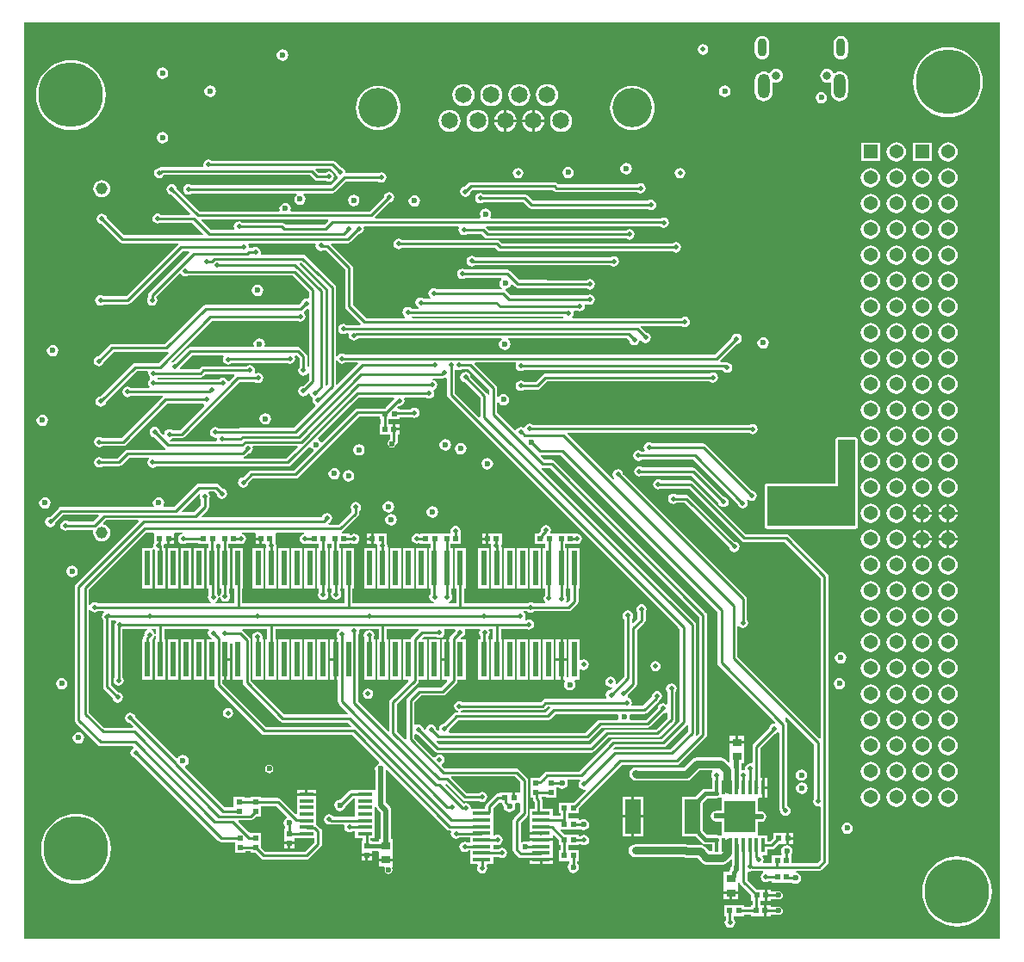
<source format=gbl>
%FSTAX23Y23*%
%MOIN*%
%SFA1B1*%

%IPPOS*%
%ADD10C,0.010000*%
%ADD18C,0.015000*%
%ADD22R,0.021654X0.021654*%
%ADD23R,0.021654X0.021654*%
%ADD29R,0.055118X0.013780*%
%ADD40R,0.035433X0.031496*%
%ADD66C,0.065000*%
%ADD74C,0.023622*%
%ADD76C,0.030000*%
%ADD78C,0.020000*%
%ADD79C,0.152000*%
%ADD80C,0.031496*%
%ADD81O,0.047244X0.094488*%
%ADD82O,0.035433X0.070866*%
%ADD83C,0.045787*%
%ADD84C,0.053937*%
%ADD85R,0.053937X0.053937*%
%ADD86C,0.250000*%
%ADD87C,0.019685*%
%ADD101R,0.023622X0.137795*%
%ADD102R,0.120078X0.120078*%
%ADD103R,0.013780X0.055118*%
%ADD104R,0.070079X0.016535*%
%ADD105R,0.058661X0.134645*%
%LNocb_development_board-1*%
%LPD*%
G36*
X03775Y0D02*
X0D01*
Y0355*
X03775*
Y0*
G37*
%LNocb_development_board-2*%
%LPC*%
G36*
X02627Y03467D02*
X02619Y03465D01*
X02612Y03461*
X02608Y03454*
X02606Y03447*
X02608Y03439*
X02612Y03432*
X02619Y03428*
X02627Y03426*
X02634Y03428*
X02641Y03432*
X02645Y03439*
X02647Y03447*
X02645Y03454*
X02641Y03461*
X02634Y03465*
X02627Y03467*
G37*
G36*
X0316Y03498D02*
X03153Y03497D01*
X03147Y03495*
X03141Y0349*
X03136Y03484*
X03133Y03478*
X03133Y0347*
Y03435*
X03133Y03428*
X03136Y03421*
X03141Y03415*
X03147Y03411*
X03153Y03408*
X0316Y03407*
X03168Y03408*
X03174Y03411*
X0318Y03415*
X03185Y03421*
X03187Y03428*
X03188Y03435*
Y0347*
X03187Y03478*
X03185Y03484*
X0318Y0349*
X03174Y03495*
X03168Y03497*
X0316Y03498*
G37*
G36*
X02855D02*
X02848Y03497D01*
X02841Y03495*
X02836Y0349*
X02831Y03484*
X02828Y03478*
X02827Y0347*
Y03435*
X02828Y03428*
X02831Y03421*
X02836Y03415*
X02841Y03411*
X02848Y03408*
X02855Y03407*
X02863Y03408*
X02869Y03411*
X02875Y03415*
X0288Y03421*
X02882Y03428*
X02883Y03435*
Y0347*
X02882Y03478*
X0288Y03484*
X02875Y0349*
X02869Y03495*
X02863Y03497*
X02855Y03498*
G37*
G36*
X01Y03447D02*
X00991Y03445D01*
X00984Y0344*
X00979Y03433*
X00977Y03425*
X00979Y03416*
X00984Y03409*
X00991Y03404*
X01Y03402*
X01008Y03404*
X01015Y03409*
X0102Y03416*
X01022Y03425*
X0102Y03433*
X01015Y0344*
X01008Y03445*
X01Y03447*
G37*
G36*
X0291Y0337D02*
X02903Y0337D01*
X02897Y03367*
X02891Y03363*
X02887Y03357*
X02886Y03355*
X02881Y03354*
X02878Y03356*
X0287Y0336*
X02861Y03361*
X02852Y0336*
X02844Y03356*
X02837Y03351*
X02832Y03344*
X02829Y03336*
X02827Y03327*
Y0328*
X02829Y03271*
X02832Y03263*
X02837Y03256*
X02844Y0325*
X02852Y03247*
X02861Y03246*
X0287Y03247*
X02878Y0325*
X02885Y03256*
X02891Y03263*
X02894Y03271*
X02895Y0328*
Y03317*
X029Y0332*
X02903Y03319*
X0291Y03319*
X02916Y03319*
X02922Y03322*
X02928Y03326*
X02932Y03332*
X02935Y03338*
X02935Y03345*
X02935Y03351*
X02932Y03357*
X02928Y03363*
X02922Y03367*
X02916Y0337*
X0291Y0337*
G37*
G36*
X00535Y03377D02*
X00526Y03375D01*
X00519Y0337*
X00514Y03363*
X00512Y03355*
X00514Y03346*
X00519Y03339*
X00526Y03334*
X00535Y03332*
X00543Y03334*
X0055Y03339*
X00555Y03346*
X00557Y03355*
X00555Y03363*
X0055Y0337*
X00543Y03375*
X00535Y03377*
G37*
G36*
X02711Y03307D02*
X02702Y03305D01*
X02695Y033*
X0269Y03293*
X02688Y03285*
X0269Y03276*
X02695Y03269*
X02702Y03264*
X02711Y03262*
X02719Y03264*
X02726Y03269*
X02731Y03276*
X02733Y03285*
X02731Y03293*
X02726Y033*
X02719Y03305*
X02711Y03307*
G37*
G36*
X0072D02*
X00711Y03305D01*
X00704Y033*
X00699Y03293*
X00697Y03285*
X00699Y03276*
X00704Y03269*
X00711Y03264*
X0072Y03262*
X00728Y03264*
X00735Y03269*
X0074Y03276*
X00742Y03285*
X0074Y03293*
X00735Y033*
X00728Y03305*
X0072Y03307*
G37*
G36*
X03106Y0337D02*
X031Y0337D01*
X03093Y03367*
X03088Y03363*
X03084Y03357*
X03081Y03351*
X0308Y03345*
X03081Y03338*
X03084Y03332*
X03088Y03326*
X03093Y03322*
X031Y03319*
X03106Y03319*
X03113Y03319*
X03116Y0332*
X03121Y03317*
Y0328*
X03122Y03271*
X03125Y03263*
X03131Y03256*
X03138Y0325*
X03146Y03247*
X03155Y03246*
X03163Y03247*
X03172Y0325*
X03179Y03256*
X03184Y03263*
X03187Y03271*
X03188Y0328*
Y03327*
X03187Y03336*
X03184Y03344*
X03179Y03351*
X03172Y03356*
X03163Y0336*
X03155Y03361*
X03146Y0336*
X03138Y03356*
X03135Y03354*
X0313Y03355*
X03129Y03357*
X03125Y03363*
X03119Y03367*
X03113Y0337*
X03106Y0337*
G37*
G36*
X03085Y03282D02*
X03076Y0328D01*
X03069Y03275*
X03064Y03268*
X03062Y0326*
X03064Y03251*
X03069Y03244*
X03076Y03239*
X03085Y03237*
X03093Y03239*
X031Y03244*
X03105Y03251*
X03107Y0326*
X03105Y03268*
X031Y03275*
X03093Y0328*
X03085Y03282*
G37*
G36*
X02023Y03312D02*
X02012Y03311D01*
X02002Y03307*
X01993Y033*
X01986Y03291*
X01982Y03281*
X0198Y0327*
X01982Y03258*
X01986Y03248*
X01993Y03239*
X02002Y03232*
X02012Y03228*
X02023Y03227*
X02034Y03228*
X02045Y03232*
X02054Y03239*
X0206Y03248*
X02065Y03258*
X02066Y0327*
X02065Y03281*
X0206Y03291*
X02054Y033*
X02045Y03307*
X02034Y03311*
X02023Y03312*
G37*
G36*
X01915D02*
X01904Y03311D01*
X01894Y03307*
X01885Y033*
X01878Y03291*
X01874Y03281*
X01873Y0327*
X01874Y03258*
X01878Y03248*
X01885Y03239*
X01894Y03232*
X01904Y03228*
X01915Y03227*
X01926Y03228*
X01937Y03232*
X01946Y03239*
X01952Y03248*
X01957Y03258*
X01958Y0327*
X01957Y03281*
X01952Y03291*
X01946Y033*
X01937Y03307*
X01926Y03311*
X01915Y03312*
G37*
G36*
X01807D02*
X01796Y03311D01*
X01786Y03307*
X01777Y033*
X0177Y03291*
X01766Y03281*
X01765Y0327*
X01766Y03258*
X0177Y03248*
X01777Y03239*
X01786Y03232*
X01796Y03228*
X01807Y03227*
X01819Y03228*
X01829Y03232*
X01838Y03239*
X01845Y03248*
X01849Y03258*
X0185Y0327*
X01849Y03281*
X01845Y03291*
X01838Y033*
X01829Y03307*
X01819Y03311*
X01807Y03312*
G37*
G36*
X017D02*
X01689Y03311D01*
X01678Y03307*
X01669Y033*
X01662Y03291*
X01658Y03281*
X01657Y0327*
X01658Y03258*
X01662Y03248*
X01669Y03239*
X01678Y03232*
X01689Y03228*
X017Y03227*
X01711Y03228*
X01721Y03232*
X0173Y03239*
X01737Y03248*
X01741Y03258*
X01742Y0327*
X01741Y03281*
X01737Y03291*
X0173Y033*
X01721Y03307*
X01711Y03311*
X017Y03312*
G37*
G36*
X03575Y03455D02*
X03553Y03453D01*
X03533Y03448*
X03513Y0344*
X03495Y03429*
X03479Y03415*
X03465Y03399*
X03454Y03381*
X03446Y03361*
X03441Y03341*
X03439Y0332*
X03441Y03298*
X03446Y03278*
X03454Y03258*
X03465Y0324*
X03479Y03224*
X03495Y0321*
X03513Y03199*
X03533Y03191*
X03553Y03186*
X03575Y03184*
X03596Y03186*
X03616Y03191*
X03636Y03199*
X03654Y0321*
X0367Y03224*
X03684Y0324*
X03695Y03258*
X03703Y03278*
X03708Y03298*
X0371Y0332*
X03708Y03341*
X03703Y03361*
X03695Y03381*
X03684Y03399*
X0367Y03415*
X03654Y03429*
X03636Y0344*
X03616Y03448*
X03596Y03453*
X03575Y03455*
G37*
G36*
X01974Y03212D02*
Y03175D01*
X02012*
X02011Y03181*
X02006Y03191*
X02Y032*
X01991Y03207*
X0198Y03211*
X01974Y03212*
G37*
G36*
X01866D02*
Y03175D01*
X01904*
X01903Y03181*
X01899Y03191*
X01892Y032*
X01883Y03207*
X01873Y03211*
X01866Y03212*
G37*
G36*
X01964D02*
X01958Y03211D01*
X01948Y03207*
X01939Y032*
X01932Y03191*
X01928Y03181*
X01927Y03175*
X01964*
Y03212*
G37*
G36*
X01856D02*
X0185Y03211D01*
X0184Y03207*
X01831Y032*
X01824Y03191*
X0182Y03181*
X01819Y03175*
X01856*
Y03212*
G37*
G36*
X0018Y03405D02*
X00158Y03403D01*
X00138Y03398*
X00118Y0339*
X001Y03379*
X00084Y03365*
X0007Y03349*
X00059Y03331*
X00051Y03311*
X00046Y03291*
X00044Y0327*
X00046Y03248*
X00051Y03228*
X00059Y03208*
X0007Y0319*
X00084Y03174*
X001Y0316*
X00118Y03149*
X00138Y03141*
X00158Y03136*
X0018Y03134*
X00201Y03136*
X00221Y03141*
X00241Y03149*
X00259Y0316*
X00275Y03174*
X00289Y0319*
X003Y03208*
X00308Y03228*
X00313Y03248*
X00315Y0327*
X00313Y03291*
X00308Y03311*
X003Y03331*
X00289Y03349*
X00275Y03365*
X00259Y03379*
X00241Y0339*
X00221Y03398*
X00201Y03403*
X0018Y03405*
G37*
G36*
X02353Y03306D02*
X02337Y03304D01*
X0232Y03299*
X02305Y03291*
X02292Y03281*
X02282Y03268*
X02274Y03253*
X02269Y03236*
X02267Y0322*
X02269Y03203*
X02274Y03186*
X02282Y03171*
X02292Y03158*
X02305Y03148*
X0232Y0314*
X02337Y03135*
X02353Y03133*
X0237Y03135*
X02386Y0314*
X02401Y03148*
X02414Y03158*
X02425Y03171*
X02433Y03186*
X02438Y03203*
X0244Y0322*
X02438Y03236*
X02433Y03253*
X02425Y03268*
X02414Y03281*
X02401Y03291*
X02386Y03299*
X0237Y03304*
X02353Y03306*
G37*
G36*
X0137D02*
X01353Y03304D01*
X01336Y03299*
X01321Y03291*
X01308Y03281*
X01298Y03268*
X0129Y03253*
X01285Y03236*
X01283Y0322*
X01285Y03203*
X0129Y03186*
X01298Y03171*
X01308Y03158*
X01321Y03148*
X01336Y0314*
X01353Y03135*
X0137Y03133*
X01386Y03135*
X01403Y0314*
X01418Y03148*
X01431Y03158*
X01441Y03171*
X01449Y03186*
X01454Y03203*
X01456Y0322*
X01454Y03236*
X01449Y03253*
X01441Y03268*
X01431Y03281*
X01418Y03291*
X01403Y03299*
X01386Y03304*
X0137Y03306*
G37*
G36*
X02012Y03165D02*
X01974D01*
Y03127*
X0198Y03128*
X01991Y03132*
X02Y03139*
X02006Y03148*
X02011Y03158*
X02012Y03165*
G37*
G36*
X01904D02*
X01866D01*
Y03127*
X01873Y03128*
X01883Y03132*
X01892Y03139*
X01899Y03148*
X01903Y03158*
X01904Y03165*
G37*
G36*
X01964D02*
X01927D01*
X01928Y03158*
X01932Y03148*
X01939Y03139*
X01948Y03132*
X01958Y03128*
X01964Y03127*
Y03165*
G37*
G36*
X01856D02*
X01819D01*
X0182Y03158*
X01824Y03148*
X01831Y03139*
X0184Y03132*
X0185Y03128*
X01856Y03127*
Y03165*
G37*
G36*
X02077Y03212D02*
X02066Y03211D01*
X02056Y03207*
X02047Y032*
X0204Y03191*
X02036Y03181*
X02034Y0317*
X02036Y03158*
X0204Y03148*
X02047Y03139*
X02056Y03132*
X02066Y03128*
X02077Y03127*
X02088Y03128*
X02099Y03132*
X02107Y03139*
X02114Y03148*
X02119Y03158*
X0212Y0317*
X02119Y03181*
X02114Y03191*
X02107Y032*
X02099Y03207*
X02088Y03211*
X02077Y03212*
G37*
G36*
X01754D02*
X01742Y03211D01*
X01732Y03207*
X01723Y032*
X01716Y03191*
X01712Y03181*
X01711Y0317*
X01712Y03158*
X01716Y03148*
X01723Y03139*
X01732Y03132*
X01742Y03128*
X01754Y03127*
X01765Y03128*
X01775Y03132*
X01784Y03139*
X01791Y03148*
X01795Y03158*
X01796Y0317*
X01795Y03181*
X01791Y03191*
X01784Y032*
X01775Y03207*
X01765Y03211*
X01754Y03212*
G37*
G36*
X01646D02*
X01635Y03211D01*
X01624Y03207*
X01615Y032*
X01609Y03191*
X01604Y03181*
X01603Y0317*
X01604Y03158*
X01609Y03148*
X01615Y03139*
X01624Y03132*
X01635Y03128*
X01646Y03127*
X01657Y03128*
X01667Y03132*
X01676Y03139*
X01683Y03148*
X01687Y03158*
X01689Y0317*
X01687Y03181*
X01683Y03191*
X01676Y032*
X01667Y03207*
X01657Y03211*
X01646Y03212*
G37*
G36*
X00535Y03127D02*
X00526Y03125D01*
X00519Y0312*
X00514Y03113*
X00512Y03105*
X00514Y03096*
X00519Y03089*
X00526Y03084*
X00535Y03082*
X00543Y03084*
X0055Y03089*
X00555Y03096*
X00557Y03105*
X00555Y03113*
X0055Y0312*
X00543Y03125*
X00535Y03127*
G37*
G36*
X03511Y03086D02*
X03438D01*
Y03013*
X03511*
Y03086*
G37*
G36*
X03311D02*
X03238D01*
Y03013*
X03311*
Y03086*
G37*
G36*
X03575Y03087D02*
X03565Y03086D01*
X03556Y03082*
X03548Y03076*
X03542Y03068*
X03538Y03059*
X03537Y0305*
X03538Y0304*
X03542Y03031*
X03548Y03023*
X03556Y03017*
X03565Y03013*
X03575Y03012*
X03584Y03013*
X03593Y03017*
X03601Y03023*
X03607Y03031*
X03611Y0304*
X03612Y0305*
X03611Y03059*
X03607Y03068*
X03601Y03076*
X03593Y03082*
X03584Y03086*
X03575Y03087*
G37*
G36*
X03375D02*
X03365Y03086D01*
X03356Y03082*
X03348Y03076*
X03342Y03068*
X03338Y03059*
X03337Y0305*
X03338Y0304*
X03342Y03031*
X03348Y03023*
X03356Y03017*
X03365Y03013*
X03375Y03012*
X03384Y03013*
X03393Y03017*
X03401Y03023*
X03407Y03031*
X03411Y0304*
X03412Y0305*
X03411Y03059*
X03407Y03068*
X03401Y03076*
X03393Y03082*
X03384Y03086*
X03375Y03087*
G37*
G36*
X00713Y03021D02*
X00705Y03019D01*
X00698Y03015*
X00694Y03008*
X00692Y03*
X00693Y02996*
X00689Y02991*
X00532*
X00526Y0299*
X00523Y02987*
X00522Y02988*
X00514Y02986*
X00507Y02982*
X00503Y02975*
X00501Y02968*
X00503Y0296*
X00507Y02953*
X00514Y02949*
X00522Y02947*
X00529Y02949*
X00536Y02953*
X0054Y0296*
X0054Y0296*
X01104*
X01122Y02943*
X01127Y02939*
X01133Y02938*
X01166*
X01171Y02935*
X01179Y02933*
X01186Y02935*
X01193Y02939*
X01197Y02946*
X01199Y02954*
X01197Y02961*
X01193Y02968*
X01186Y02972*
X01179Y02974*
X01171Y02972*
X01166Y02969*
X01139*
X01127Y02981*
X01129Y02985*
X01186*
X01203Y02969*
X01204Y02963*
X01208Y02956*
X01212Y02954*
X01213Y02947*
X01185Y0292*
X00647*
X00642Y02923*
X00635Y02925*
X00627Y02923*
X0062Y02919*
X00616Y02912*
X00614Y02905*
X00616Y02897*
X0062Y0289*
X00627Y02886*
X00635Y02884*
X00642Y02886*
X00647Y02889*
X01052*
X01054Y02884*
X01051Y02882*
X01046Y02875*
X01044Y02867*
X01046Y02858*
X01051Y02851*
X01058Y02846*
X01067Y02844*
X01075Y02846*
X01082Y02851*
X01087Y02858*
X01089Y02867*
X01087Y02875*
X01082Y02882*
X0108Y02884*
X01081Y02889*
X01192*
X01197Y0289*
X01202Y02894*
X01245Y02936*
X01366*
X01366Y02936*
X01373Y02932*
X01381Y0293*
X01388Y02932*
X01395Y02936*
X01399Y02943*
X01401Y02951*
X01399Y02958*
X01395Y02965*
X01388Y02969*
X01381Y02971*
X01373Y02969*
X01369Y02967*
X01246*
X01243Y02971*
X01241Y02978*
X01237Y02985*
X0123Y02989*
X01224Y0299*
X01203Y03011*
X01198Y03015*
X01193Y03016*
X00725*
X0072Y03019*
X00713Y03021*
G37*
G36*
X0233Y03007D02*
X02321Y03005D01*
X02314Y03*
X02309Y02993*
X02307Y02985*
X02309Y02976*
X02314Y02969*
X02321Y02964*
X0233Y02962*
X02338Y02964*
X02345Y02969*
X0235Y02976*
X02352Y02985*
X0235Y02993*
X02345Y03*
X02338Y03005*
X0233Y03007*
G37*
G36*
X02538Y02988D02*
X0253Y02986D01*
X02523Y02982*
X02519Y02975*
X02517Y02968*
X02519Y0296*
X02523Y02953*
X0253Y02949*
X02538Y02947*
X02545Y02949*
X02552Y02953*
X02556Y0296*
X02558Y02968*
X02556Y02975*
X02552Y02982*
X02545Y02986*
X02538Y02988*
G37*
G36*
X01911D02*
X01903Y02986D01*
X01896Y02982*
X01892Y02975*
X0189Y02968*
X01892Y0296*
X01896Y02953*
X01903Y02949*
X01911Y02947*
X01918Y02949*
X01925Y02953*
X01929Y0296*
X01931Y02968*
X01929Y02975*
X01925Y02982*
X01918Y02986*
X01911Y02988*
G37*
G36*
X02105Y02992D02*
X02096Y0299D01*
X02089Y02985*
X02084Y02978*
X02082Y0297*
X02084Y02961*
X02089Y02954*
X02096Y02949*
X02105Y02947*
X02113Y02949*
X0212Y02954*
X02125Y02961*
X02127Y0297*
X02125Y02978*
X0212Y02985*
X02113Y0299*
X02105Y02992*
G37*
G36*
X03575Y02987D02*
X03565Y02986D01*
X03556Y02982*
X03548Y02976*
X03542Y02968*
X03538Y02959*
X03537Y0295*
X03538Y0294*
X03542Y02931*
X03548Y02923*
X03556Y02917*
X03565Y02913*
X03575Y02912*
X03584Y02913*
X03593Y02917*
X03601Y02923*
X03607Y02931*
X03611Y0294*
X03612Y0295*
X03611Y02959*
X03607Y02968*
X03601Y02976*
X03593Y02982*
X03584Y02986*
X03575Y02987*
G37*
G36*
X03475D02*
X03465Y02986D01*
X03456Y02982*
X03448Y02976*
X03442Y02968*
X03438Y02959*
X03437Y0295*
X03438Y0294*
X03442Y02931*
X03448Y02923*
X03456Y02917*
X03465Y02913*
X03475Y02912*
X03484Y02913*
X03493Y02917*
X03501Y02923*
X03507Y02931*
X03511Y0294*
X03512Y0295*
X03511Y02959*
X03507Y02968*
X03501Y02976*
X03493Y02982*
X03484Y02986*
X03475Y02987*
G37*
G36*
X03375D02*
X03365Y02986D01*
X03356Y02982*
X03348Y02976*
X03342Y02968*
X03338Y02959*
X03337Y0295*
X03338Y0294*
X03342Y02931*
X03348Y02923*
X03356Y02917*
X03365Y02913*
X03375Y02912*
X03384Y02913*
X03393Y02917*
X03401Y02923*
X03407Y02931*
X03411Y0294*
X03412Y0295*
X03411Y02959*
X03407Y02968*
X03401Y02976*
X03393Y02982*
X03384Y02986*
X03375Y02987*
G37*
G36*
X03275D02*
X03265Y02986D01*
X03256Y02982*
X03248Y02976*
X03242Y02968*
X03238Y02959*
X03237Y0295*
X03238Y0294*
X03242Y02931*
X03248Y02923*
X03256Y02917*
X03265Y02913*
X03275Y02912*
X03284Y02913*
X03293Y02917*
X03301Y02923*
X03307Y02931*
X03311Y0294*
X03312Y0295*
X03311Y02959*
X03307Y02968*
X03301Y02976*
X03293Y02982*
X03284Y02986*
X03275Y02987*
G37*
G36*
X02052Y02932D02*
X01728D01*
X01722Y02931*
X01717Y02927*
X01705Y02915*
X01699Y02914*
X01692Y0291*
X01688Y02903*
X01686Y02896*
X01688Y02888*
X01692Y02881*
X01699Y02877*
X01707Y02875*
X01714Y02877*
X01721Y02881*
X01725Y02888*
X01726Y02894*
X01734Y02901*
X02046*
X02049Y02898*
X02054Y02894*
X0206Y02893*
X02371*
X02376Y0289*
X02384Y02888*
X02391Y0289*
X02398Y02894*
X02402Y02901*
X02404Y02909*
X02402Y02916*
X02398Y02923*
X02391Y02927*
X02384Y02929*
X02376Y02927*
X02371Y02924*
X02067*
X02063Y02927*
X02058Y02931*
X02052Y02932*
G37*
G36*
X003Y0294D02*
X00291Y02939D01*
X00283Y02936*
X00276Y02931*
X00271Y02924*
X00268Y02916*
X00267Y02907*
X00268Y02899*
X00271Y02891*
X00276Y02884*
X00283Y02878*
X00291Y02875*
X003Y02874*
X00308Y02875*
X00316Y02878*
X00323Y02884*
X00328Y02891*
X00332Y02899*
X00333Y02907*
X00332Y02916*
X00328Y02924*
X00323Y02931*
X00316Y02936*
X00308Y02939*
X003Y0294*
G37*
G36*
X01275Y02883D02*
X01266Y02882D01*
X01259Y02877*
X01254Y0287*
X01253Y02861*
X01254Y02853*
X01259Y02845*
X01266Y02841*
X01275Y02839*
X01283Y02841*
X01291Y02845*
X01295Y02853*
X01297Y02861*
X01295Y0287*
X01291Y02877*
X01283Y02882*
X01275Y02883*
G37*
G36*
X0151Y02882D02*
X01501Y0288D01*
X01494Y02875*
X01489Y02868*
X01487Y0286*
X01489Y02851*
X01494Y02844*
X01501Y02839*
X0151Y02837*
X01518Y02839*
X01525Y02844*
X0153Y02851*
X01532Y0286*
X0153Y02868*
X01525Y02875*
X01518Y0288*
X0151Y02882*
G37*
G36*
X01765Y02891D02*
X01757Y02889D01*
X0175Y02885*
X01746Y02878*
X01744Y02871*
X01746Y02863*
X0175Y02856*
X01757Y02852*
X01765Y0285*
X01772Y02852*
X01777Y02855*
X01929*
X01951Y02834*
X01956Y0283*
X01962Y02829*
X02413*
X02418Y02826*
X02426Y02824*
X02433Y02826*
X0244Y0283*
X02444Y02837*
X02446Y02845*
X02444Y02852*
X0244Y02859*
X02433Y02863*
X02426Y02865*
X02418Y02863*
X02413Y0286*
X01968*
X01946Y02881*
X01941Y02885*
X01936Y02886*
X01777*
X01772Y02889*
X01765Y02891*
G37*
G36*
X03575Y02887D02*
X03565Y02886D01*
X03556Y02882*
X03548Y02876*
X03542Y02868*
X03538Y02859*
X03537Y0285*
X03538Y0284*
X03542Y02831*
X03548Y02823*
X03556Y02817*
X03565Y02813*
X03575Y02812*
X03584Y02813*
X03593Y02817*
X03601Y02823*
X03607Y02831*
X03611Y0284*
X03612Y0285*
X03611Y02859*
X03607Y02868*
X03601Y02876*
X03593Y02882*
X03584Y02886*
X03575Y02887*
G37*
G36*
X03475D02*
X03465Y02886D01*
X03456Y02882*
X03448Y02876*
X03442Y02868*
X03438Y02859*
X03437Y0285*
X03438Y0284*
X03442Y02831*
X03448Y02823*
X03456Y02817*
X03465Y02813*
X03475Y02812*
X03484Y02813*
X03493Y02817*
X03501Y02823*
X03507Y02831*
X03511Y0284*
X03512Y0285*
X03511Y02859*
X03507Y02868*
X03501Y02876*
X03493Y02882*
X03484Y02886*
X03475Y02887*
G37*
G36*
X03375D02*
X03365Y02886D01*
X03356Y02882*
X03348Y02876*
X03342Y02868*
X03338Y02859*
X03337Y0285*
X03338Y0284*
X03342Y02831*
X03348Y02823*
X03356Y02817*
X03365Y02813*
X03375Y02812*
X03384Y02813*
X03393Y02817*
X03401Y02823*
X03407Y02831*
X03411Y0284*
X03412Y0285*
X03411Y02859*
X03407Y02868*
X03401Y02876*
X03393Y02882*
X03384Y02886*
X03375Y02887*
G37*
G36*
X03275D02*
X03265Y02886D01*
X03256Y02882*
X03248Y02876*
X03242Y02868*
X03238Y02859*
X03237Y0285*
X03238Y0284*
X03242Y02831*
X03248Y02823*
X03256Y02817*
X03265Y02813*
X03275Y02812*
X03284Y02813*
X03293Y02817*
X03301Y02823*
X03307Y02831*
X03311Y0284*
X03312Y0285*
X03311Y02859*
X03307Y02868*
X03301Y02876*
X03293Y02882*
X03284Y02886*
X03275Y02887*
G37*
G36*
X0057Y02925D02*
X00562Y02923D01*
X00555Y02919*
X00551Y02912*
X00549Y02905*
X00551Y02897*
X00555Y0289*
X00562Y02886*
X00568Y02885*
X00642Y0281*
X0064Y02805*
X0053*
X0053Y02806*
X00523Y0281*
X00516Y02812*
X00508Y0281*
X00501Y02806*
X00497Y02799*
X00495Y02792*
X00497Y02784*
X00501Y02777*
X00508Y02773*
X00516Y02771*
X00523Y02773*
X00526Y02775*
X00649*
X00692Y02731*
X0069Y02727*
X00384*
X00319Y02791*
X00318Y02797*
X00314Y02804*
X00307Y02808*
X003Y0281*
X00292Y02808*
X00285Y02804*
X00281Y02797*
X00279Y0279*
X00281Y02782*
X00285Y02775*
X00292Y02771*
X00298Y0277*
X00367Y02701*
X00372Y02697*
X00378Y02696*
X00594*
X00595Y02693*
X00595Y02691*
X00394Y0249*
X00306*
X00301Y02493*
X00294Y02495*
X00286Y02493*
X00279Y02489*
X00275Y02482*
X00273Y02475*
X00275Y02467*
X00279Y0246*
X00286Y02456*
X00294Y02454*
X00301Y02456*
X00306Y02459*
X004*
X00406Y0246*
X00411Y02464*
X00613Y02665*
X00636*
X00638Y02661*
X00483Y02506*
X0048Y02501*
X00479Y02495*
Y02488*
X00475Y02483*
X00474Y02475*
X00475Y02467*
X0048Y02461*
X00486Y02456*
X00494Y02455*
X00502Y02456*
X00508Y02461*
X00513Y02467*
X00514Y02475*
X00513Y02483*
X00509Y02488*
Y02489*
X00598Y02578*
X00605Y02577*
X00607Y02573*
X00614Y02569*
X00622Y02567*
X00629Y02569*
X00632Y02571*
X01038*
X01101Y02508*
Y02485*
X01096Y02481*
X01092Y02482*
X01084Y0248*
X01077Y02476*
X01073Y02469*
X01072Y02466*
X01063Y02457*
X00701*
X00695Y02456*
X0069Y02452*
X00542Y02305*
X00339*
X00333Y02304*
X00328Y023*
X00287Y02259*
X00281Y02258*
X00274Y02253*
X0027Y02247*
X00268Y02239*
X0027Y02231*
X00274Y02225*
X00281Y0222*
X00289Y02219*
X00296Y0222*
X00303Y02225*
X00307Y02231*
X00308Y02237*
X00346Y02274*
X00549*
X00554Y02275*
X00556Y02276*
X00559Y02272*
X00518Y02232*
X00429*
X00424Y0223*
X00419Y02227*
X00294Y02102*
X00288Y02101*
X00281Y02097*
X00277Y0209*
X00275Y02083*
X00277Y02075*
X00281Y02068*
X00288Y02064*
X00296Y02062*
X00303Y02064*
X0031Y02068*
X00314Y02075*
X00315Y02081*
X00436Y02201*
X00476*
X0048Y02196*
X00479Y02192*
X00481Y02184*
X00485Y02177*
X00487Y02176*
Y0217*
X00484Y02168*
X0048Y02161*
X00478Y02154*
X0048Y02146*
X00484Y0214*
X00483Y02137*
X00482Y02135*
X00412*
X00407Y02138*
X004Y0214*
X00392Y02138*
X00385Y02134*
X00381Y02127*
X00379Y0212*
X00381Y02112*
X00385Y02105*
X00392Y02101*
X004Y02099*
X00407Y02101*
X00412Y02104*
X00533*
X00534Y02104*
X00535Y02099*
X00377Y01941*
X00303*
X00298Y01944*
X0029Y01946*
X00283Y01944*
X00276Y0194*
X00272Y01934*
X0027Y01926*
X00272Y01918*
X00276Y01911*
X00283Y01907*
X0029Y01906*
X00298Y01907*
X00303Y01911*
X00383*
X00389Y01912*
X00394Y01915*
X00553Y02074*
X00691*
X00695Y02071*
X00696Y02066*
X00601Y01971*
X00574*
X00569Y01974*
X00562Y01976*
X00554Y01974*
X00547Y0197*
X00543Y01963*
X00541Y01956*
X00537Y01954*
X00524Y01966*
X00523Y01972*
X00519Y01979*
X00512Y01983*
X00505Y01985*
X00497Y01983*
X0049Y01979*
X00486Y01972*
X00484Y01965*
X00486Y01957*
X0049Y0195*
X00497Y01946*
X00503Y01945*
X00545Y01902*
X00547Y01901*
X00546Y01896*
X004*
X00394Y01895*
X00389Y01891*
X0036Y01862*
X00303*
X00298Y01866*
X0029Y01867*
X00283Y01866*
X00276Y01861*
X00272Y01855*
X0027Y01847*
X00272Y01839*
X00276Y01833*
X00283Y01828*
X0029Y01827*
X00298Y01828*
X00303Y01832*
X00366*
X00372Y01833*
X00377Y01836*
X00406Y01865*
X0048*
X00481Y01863*
X00482Y0186*
X00478Y01854*
X00476Y01847*
X00478Y01839*
X00482Y01832*
X00489Y01828*
X00497Y01826*
X00504Y01828*
X00509Y01831*
X0102*
X01026Y01832*
X01031Y01836*
X01102Y01908*
X01108Y01906*
X01112Y01901*
X01118Y01897*
X01119Y01891*
X01043Y01815*
X00879*
X00873Y01814*
X00868Y0181*
X00846Y01788*
X0084Y01787*
X00833Y01783*
X00829Y01776*
X00827Y01769*
X00829Y01761*
X00833Y01754*
X0084Y0175*
X00848Y01748*
X00855Y0175*
X00862Y01754*
X00866Y01761*
X00867Y01767*
X00885Y01784*
X0105*
X01055Y01785*
X0106Y01789*
X01297Y02025*
X01374*
Y02014*
X01379*
Y01995*
X01374*
Y01954*
X01415*
Y01936*
X01412Y01933*
X01408Y01928*
X01407Y01922*
Y01919*
X01408Y01913*
X01412Y01908*
X01417Y01904*
X01423Y01903*
X01428Y01904*
X01433Y01908*
X01437Y01913*
X01437Y01915*
X01441Y01919*
X01444Y01924*
X01445Y0193*
Y01954*
X01451*
Y0197*
X0143*
Y01975*
X01425*
Y01995*
X0141*
Y02014*
X01451*
Y02021*
X01499*
X01502Y0202*
X0151Y02018*
X01517Y0202*
X01524Y02024*
X01528Y02031*
X0153Y02039*
X01528Y02046*
X01524Y02053*
X01517Y02057*
X0151Y02059*
X01502Y02057*
X01495Y02053*
X01495Y02052*
X01451*
Y02055*
X01444*
X01442Y0206*
X01448Y02066*
X01451Y02065*
X01458Y02067*
X01465Y02071*
X01469Y02078*
X01471Y02086*
X01469Y02093*
X01468Y02095*
X01471Y02099*
X01551*
X01551Y02099*
X01558Y02095*
X01566Y02093*
X01573Y02095*
X0158Y02099*
X01584Y02106*
X01586Y02114*
X01584Y02121*
X01583Y02123*
X01585Y02128*
X01585Y02128*
X01592Y02132*
X01596Y02139*
X01598Y02147*
X01596Y02154*
X01592Y02161*
X01585Y02165*
X0158Y02166*
X01581Y02171*
X01615*
X01621Y02172*
X01623Y02174*
X01625Y02174*
X01631Y02175*
X01636Y02172*
Y02108*
X01637Y02102*
X01641Y02097*
X02537Y012*
Y00846*
X02466Y00775*
X0228*
X02274Y00774*
X02269Y0077*
X02147Y00649*
X02023*
X02017Y00648*
X02012Y00644*
X01997Y00629*
X01991Y00624*
X01959*
Y00582*
Y00547*
X01968*
Y00544*
X01969Y00538*
X01972Y00533*
X01974Y00532*
Y00505*
X01955*
Y00469*
Y00443*
Y00418*
Y00415*
X02*
Y00405*
X01955*
Y0039*
X02*
X02045*
Y004*
X0205Y00402*
X02069Y00383*
Y00363*
X02074*
Y00343*
X02069*
Y00302*
X02109*
Y00295*
X02109Y00294*
X02104Y00287*
X02102Y00279*
X02104Y0027*
X02109Y00263*
X02116Y00258*
X02125Y00256*
X02133Y00258*
X0214Y00263*
X02145Y0027*
X02147Y00279*
X02145Y00287*
X0214Y00294*
X0214Y00294*
Y00302*
X02146*
Y00343*
X02105*
Y00363*
X02146*
Y00369*
X02152*
X02158Y00365*
X02166Y00363*
X02173Y00365*
X0218Y00369*
X02184Y00376*
X02186Y00384*
X02184Y00391*
X0218Y00398*
X02173Y00402*
X02166Y00404*
X02158Y00402*
X02153Y00399*
X02146*
Y00405*
X0209*
X02075Y0042*
X02077Y00425*
X02146*
X02151Y00426*
X02156Y00423*
X02165Y00421*
X02173Y00423*
X0218Y00428*
X02185Y00435*
X02187Y00444*
X02185Y00452*
X0218Y00459*
X02173Y00464*
X02165Y00466*
X02156Y00464*
X02151Y00461*
X02146Y00462*
Y00467*
X02105*
Y00487*
X02146*
Y00507*
X02313Y00674*
X02525*
X0253Y00675*
X02535Y00679*
X02637Y00781*
X02641Y00786*
X02642Y00792*
Y01256*
X02641Y01261*
X02637Y01266*
X02051Y01852*
X02046Y01856*
X02041Y01857*
X02011*
X01997Y0187*
X01999Y01875*
X02076*
X02682Y01269*
Y01071*
X02683Y01065*
X02687Y0106*
X02906Y0084*
X02904Y00835*
X02903Y00836*
X02895Y00834*
X02888Y0083*
X02884Y00823*
X02883Y00817*
X02823Y00757*
X02819Y00752*
X02818Y00746*
Y00683*
X02813Y0068*
X02809Y00681*
X02801Y00679*
X02794Y00675*
X0279Y00668*
X02788Y00661*
X02789Y00658*
X02785Y00654*
X02783Y00655*
X0278Y00654*
X02779Y00655*
X02776Y00658*
X02777Y00665*
Y00681*
X02785*
Y00731*
Y00733*
Y00736*
Y00738*
Y00757*
X0273*
Y00738*
Y00736*
Y00733*
Y00731*
Y00685*
X02725Y00683*
X02712Y00697*
X02703Y00702*
X02694Y00704*
X02602*
X02592Y00702*
X02584Y00697*
X02551Y00664*
X02373*
X02367Y00665*
X02357Y00663*
X02348Y00658*
X02343Y00649*
X02341Y0064*
X02343Y0063*
X02348Y00621*
X0235Y0062*
X02358Y00615*
X02368Y00613*
X02562*
X02572Y00615*
X0258Y0062*
X02613Y00653*
X02661*
X02663Y00648*
X0266Y00643*
X02658Y00636*
X0266Y00628*
X02663Y00623*
Y00582*
X02636*
X02629Y0058*
X02623Y00577*
X02599Y00552*
X02545*
Y00397*
X02599*
X02623Y00372*
X02629Y00369*
X02636Y00367*
X02663*
Y0034*
X02651*
X02633Y00359*
X02624Y00364*
X02615Y00366*
X02569*
X02569Y00366*
X0256Y00368*
X02364*
X02354Y00366*
X02345Y00361*
X0234Y00352*
X02338Y00343*
X0234Y00333*
X02345Y00324*
X02354Y00319*
X02364Y00317*
X02552*
X02552Y00317*
X02562Y00315*
X02604*
X02622Y00297*
X0263Y00291*
X0264Y00289*
X02703*
X02713Y00291*
X02721Y00297*
X02734Y0031*
X02738Y00308*
Y00286*
X02735Y00281*
X02733Y00273*
X02732Y00272*
X02728Y00266*
X02727Y0026*
X02707*
Y0021*
Y00209*
Y00205*
Y00204*
Y00184*
X02735*
X02762*
Y00204*
Y00205*
Y00209*
Y0021*
Y0022*
X02767Y0022*
X02768Y00215*
X02771Y0021*
X02813Y00169*
Y00149*
X02818*
Y0013*
X02811*
Y00125*
X02785*
Y0013*
X02708*
Y00089*
X02714*
Y00076*
X02712Y00072*
X0271Y00065*
X02712Y00057*
X02716Y0005*
X02723Y00046*
X02731Y00044*
X02738Y00046*
X02745Y0005*
X02749Y00057*
X02751Y00065*
X02749Y00072*
X02745Y00078*
Y00089*
X02785*
Y00094*
X02811*
Y00089*
X02862*
Y0011*
Y0013*
X02848*
Y00149*
X02865*
Y0017*
Y0019*
X02835*
X02798Y00228*
Y00259*
X02803Y00262*
X02808Y00261*
X02815Y00263*
X02816Y00263*
X02817Y00263*
X02859*
X0286Y00258*
X02855Y00255*
X02851Y00248*
X02849Y00241*
X02851Y00233*
X02855Y00226*
X02862Y00222*
X0287Y0022*
X02877Y00222*
X02882Y00225*
X02893*
Y00219*
X0297*
X02971Y00219*
X02976Y00216*
X02985Y00214*
X02993Y00216*
X03Y00221*
X03005Y00228*
X03007Y00237*
X03005Y00245*
X03Y00252*
X02993Y00257*
X02987Y00258*
X02988Y00263*
X03075*
X0308Y00264*
X03085Y00268*
X03108Y0029*
X03111Y00295*
X03112Y00301*
Y01405*
X03111Y01411*
X03108Y01416*
X02959Y01564*
X02954Y01568*
X02949Y01569*
X02792*
X02588Y01772*
X02583Y01776*
X02578Y01777*
X02465*
X0246Y0178*
X02453Y01782*
X02445Y0178*
X02438Y01776*
X02434Y01769*
X02432Y01762*
X02434Y01754*
X02438Y01747*
X02445Y01743*
X02453Y01741*
X0246Y01743*
X02465Y01746*
X02571*
X02775Y01543*
X0278Y01539*
X02786Y01538*
X02942*
X03082Y01399*
Y00779*
X03077Y00777*
X0276Y01095*
Y01212*
X02765Y01213*
X02766Y01211*
X02773Y01207*
X02781Y01205*
X02788Y01207*
X02795Y01211*
X02799Y01218*
X02801Y01226*
X02799Y01233*
X02796Y01238*
Y01317*
X02795Y01322*
X02791Y01327*
X02317Y01801*
X02316Y01807*
X02312Y01814*
X02305Y01818*
X02298Y0182*
X0229Y01818*
X02283Y01814*
X02279Y01807*
X02277Y018*
X02279Y01792*
X02282Y01787*
X02281Y01781*
X02278Y0178*
X02101Y01957*
X02103Y01961*
X02804*
X02804Y01961*
X02811Y01957*
X02819Y01955*
X02826Y01957*
X02833Y01961*
X02837Y01968*
X02839Y01976*
X02837Y01983*
X02833Y0199*
X02826Y01994*
X02819Y01996*
X02811Y01994*
X02807Y01992*
X0197*
X0197Y01992*
X01963Y01996*
X01956Y01998*
X01948Y01996*
X01941Y01992*
X01937Y01985*
X01936Y01983*
X01931Y0198*
X01929Y01981*
X01922Y01983*
X01914Y01981*
X01907Y01977*
X01903Y01971*
X01898Y0197*
X0183Y02038*
Y02078*
X01835Y0208*
X01839Y02074*
X01846Y02069*
X01855Y02067*
X01863Y02069*
X0187Y02074*
X01875Y02081*
X01877Y0209*
X01875Y02098*
X0187Y02105*
X01863Y0211*
X01855Y02112*
X01846Y0211*
X01839Y02105*
X01835Y02099*
X0183Y02101*
Y02135*
X01829Y0214*
X01825Y02145*
X01742Y02229*
X01744Y02233*
X01901*
X01903Y02229*
X01903Y02228*
X01901Y02221*
X01903Y02213*
X01907Y02206*
X01914Y02202*
X01922Y022*
X01929Y02202*
X01934Y02205*
X02701*
X02705Y02199*
X02712Y02195*
X0272Y02193*
X02727Y02195*
X02734Y02199*
X02738Y02206*
X0274Y02214*
X02738Y02221*
X02734Y02228*
X02727Y02232*
X0272Y02234*
X02718Y02233*
X02716Y02235*
X0271Y02236*
X02695*
X02693Y02241*
X02758Y02306*
X02764Y02307*
X02771Y02311*
X02775Y02318*
X02777Y02326*
X02775Y02333*
X02771Y0234*
X02764Y02344*
X02757Y02346*
X02749Y02344*
X02742Y0234*
X02738Y02333*
X02737Y02327*
X02673Y02264*
X01242*
X01237Y02267*
X0123Y02269*
X01222Y02267*
X01215Y02263*
X01211Y02256*
X01211Y02256*
X01206Y02257*
Y02523*
X01205Y02528*
X01201Y02533*
X01088Y02647*
X01083Y0265*
X01077Y02651*
X00917*
X00914Y02656*
X00915Y02662*
X00913Y02669*
X00909Y02676*
X00902Y0268*
X00895Y02682*
X00887Y0268*
X00882Y02677*
X00873*
X0087Y02681*
X00868Y02688*
X00866Y02691*
X00869Y02696*
X01124*
X01128Y02691*
X01127Y02687*
X01129Y02679*
X01133Y02672*
X0114Y02668*
X01148Y02666*
X01155Y02668*
X01158Y02669*
X01165*
X01241Y02593*
Y02451*
X01242Y02445*
X01246Y0244*
X01302Y02384*
X013Y02379*
X01247*
X01242Y02382*
X01235Y02384*
X01227Y02382*
X0122Y02378*
X01216Y02371*
X01214Y02364*
X01216Y02356*
X0122Y02349*
X01227Y02345*
X01235Y02343*
X01242Y02345*
X01247Y02348*
X01252*
X01256Y02343*
X01255Y02339*
X01257Y02331*
X01261Y02324*
X01268Y0232*
X01276Y02318*
X01283Y0232*
X0129Y02324*
X01292Y02328*
X01728*
X01846*
X01848Y02323*
X01844Y0232*
X01839Y02313*
X01837Y02305*
X01839Y02296*
X01844Y02289*
X01851Y02284*
X0186Y02282*
X01868Y02284*
X01875Y02289*
X0188Y02296*
X01882Y02305*
X0188Y02313*
X01875Y0232*
X01871Y02323*
X01873Y02328*
X02331*
X02341Y02319*
X02342Y02313*
X02346Y02306*
X02353Y02302*
X02361Y023*
X02368Y02302*
X02375Y02306*
X02379Y02313*
X02381Y0232*
X02382Y02321*
X02385Y02323*
X02386Y02323*
X02386Y02322*
X0239Y02315*
X02397Y02311*
X02405Y02309*
X02412Y02311*
X02419Y02315*
X02423Y02322*
X02425Y0233*
X02423Y02337*
X02419Y02344*
X02412Y02348*
X02406Y02349*
X02385Y02371*
X02387Y02376*
X02543*
X02548Y02372*
X02556Y02371*
X02564Y02372*
X0257Y02377*
X02575Y02383*
X02576Y02391*
X02575Y02399*
X0257Y02405*
X02564Y0241*
X02556Y02411*
X02548Y0241*
X02543Y02406*
X02122*
X0212Y0241*
X0212Y02411*
X02124Y02418*
X02126Y02426*
X02125Y02431*
X02128Y02436*
X02137*
X02142Y02433*
X0215Y02431*
X02157Y02433*
X02164Y02437*
X02168Y02444*
X0217Y02452*
X02169Y02456*
X02172Y0246*
X02176Y02461*
X0218Y02459*
X02188Y02457*
X02195Y02459*
X02202Y02463*
X02206Y0247*
X02208Y02478*
X02206Y02485*
X02202Y02492*
X02195Y02496*
X02188Y02498*
X0218Y02496*
X02174Y02493*
X01882*
X01862Y02512*
X01861Y02514*
X01861Y02514*
X01862Y02519*
X01869Y0252*
X01877Y02525*
X01881Y02532*
X01882Y02536*
X01888Y02538*
X01899Y02527*
X01904Y02523*
X0191Y02522*
X02015*
X0202Y02521*
X02176*
X02181Y02518*
X02189Y02516*
X02196Y02518*
X02203Y02522*
X02207Y02529*
X02209Y02537*
X02207Y02544*
X02203Y02551*
X02196Y02555*
X02189Y02557*
X02181Y02555*
X02176Y02552*
X02024*
X02019Y02553*
X01916*
X0188Y02588*
X01875Y02592*
X0187Y02593*
X01707*
X01702Y02596*
X01695Y02598*
X01687Y02596*
X0168Y02592*
X01676Y02585*
X01674Y02578*
X01676Y0257*
X0168Y02563*
X01687Y02559*
X01695Y02557*
X01702Y02559*
X01707Y02562*
X01845*
X01847Y02557*
X01845Y02556*
X0184Y02549*
X01839Y02541*
X0184Y02532*
X01845Y02525*
X0185Y02522*
X01848Y02517*
X01596*
X01591Y0252*
X01584Y02522*
X01576Y0252*
X01569Y02516*
X01565Y02509*
X01563Y02502*
X01565Y02494*
X01569Y02487*
X01571Y02486*
X0157Y02481*
X01546*
X01541Y02484*
X01534Y02486*
X01526Y02484*
X01519Y0248*
X01515Y02473*
X01513Y02466*
X01515Y02458*
X01519Y02451*
X01525Y02447*
X01525Y02444*
X01524Y02442*
X01498*
X01498Y02443*
X01491Y02447*
X01484Y02449*
X01476Y02447*
X01469Y02443*
X01465Y02436*
X01463Y02429*
X01465Y02421*
X01469Y02414*
X01473Y02411*
X01472Y02406*
X01322*
X01272Y02457*
Y026*
X01271Y02605*
X01267Y0261*
X01187Y02691*
X01189Y02696*
X01251*
X01257Y02697*
X01262Y02701*
X01293Y02732*
X01294Y02731*
X01301Y02733*
X01308Y02737*
X01312Y02744*
X01314Y02752*
X01313Y02756*
X01317Y02761*
X0168*
X01683Y02757*
X01682Y02755*
X0168Y02748*
X01682Y0274*
X01686Y02733*
X01693Y02729*
X01701Y02727*
X01708Y02729*
X01713Y02732*
X01768*
X01782Y02719*
X01787Y02715*
X01793Y02714*
X02329*
X02334Y02711*
X02342Y02709*
X02349Y02711*
X02356Y02715*
X0236Y02722*
X02362Y0273*
X0236Y02737*
X02356Y02744*
X02349Y02748*
X02342Y0275*
X02334Y02748*
X02329Y02745*
X01799*
X01787Y02756*
X01789Y02761*
X0246*
X0246Y02761*
X02467Y02757*
X02475Y02755*
X02482Y02757*
X02489Y02761*
X02493Y02768*
X02495Y02776*
X02493Y02783*
X02489Y0279*
X02482Y02794*
X02475Y02796*
X02467Y02794*
X02463Y02792*
X01806*
X01803Y02797*
X01805Y028*
X01807Y02808*
X01805Y02817*
X018Y02824*
X01793Y02829*
X01785Y0283*
X01776Y02829*
X01769Y02824*
X01764Y02817*
X01762Y02808*
X01764Y028*
X01766Y02797*
X01763Y02792*
X01359*
X01357Y02797*
X01413Y02853*
X01419Y02854*
X01426Y02858*
X0143Y02865*
X01432Y02873*
X0143Y0288*
X01426Y02887*
X01419Y02891*
X01412Y02893*
X01404Y02891*
X01397Y02887*
X01393Y0288*
X01392Y02874*
X01335Y02818*
X01034*
X0103Y02823*
X01032Y0283*
X0103Y02838*
X01025Y02845*
X01018Y0285*
X0101Y02852*
X01001Y0285*
X00994Y02845*
X00989Y02838*
X00987Y0283*
X00989Y02823*
X00985Y02818*
X00678*
X00589Y02906*
X00588Y02912*
X00584Y02919*
X00577Y02923*
X0057Y02925*
G37*
G36*
X03575Y02787D02*
X03565Y02786D01*
X03556Y02782*
X03548Y02776*
X03542Y02768*
X03538Y02759*
X03537Y0275*
X03538Y0274*
X03542Y02731*
X03548Y02723*
X03556Y02717*
X03565Y02713*
X03575Y02712*
X03584Y02713*
X03593Y02717*
X03601Y02723*
X03607Y02731*
X03611Y0274*
X03612Y0275*
X03611Y02759*
X03607Y02768*
X03601Y02776*
X03593Y02782*
X03584Y02786*
X03575Y02787*
G37*
G36*
X03475D02*
X03465Y02786D01*
X03456Y02782*
X03448Y02776*
X03442Y02768*
X03438Y02759*
X03437Y0275*
X03438Y0274*
X03442Y02731*
X03448Y02723*
X03456Y02717*
X03465Y02713*
X03475Y02712*
X03484Y02713*
X03493Y02717*
X03501Y02723*
X03507Y02731*
X03511Y0274*
X03512Y0275*
X03511Y02759*
X03507Y02768*
X03501Y02776*
X03493Y02782*
X03484Y02786*
X03475Y02787*
G37*
G36*
X03375D02*
X03365Y02786D01*
X03356Y02782*
X03348Y02776*
X03342Y02768*
X03338Y02759*
X03337Y0275*
X03338Y0274*
X03342Y02731*
X03348Y02723*
X03356Y02717*
X03365Y02713*
X03375Y02712*
X03384Y02713*
X03393Y02717*
X03401Y02723*
X03407Y02731*
X03411Y0274*
X03412Y0275*
X03411Y02759*
X03407Y02768*
X03401Y02776*
X03393Y02782*
X03384Y02786*
X03375Y02787*
G37*
G36*
X03275D02*
X03265Y02786D01*
X03256Y02782*
X03248Y02776*
X03242Y02768*
X03238Y02759*
X03237Y0275*
X03238Y0274*
X03242Y02731*
X03248Y02723*
X03256Y02717*
X03265Y02713*
X03275Y02712*
X03284Y02713*
X03293Y02717*
X03301Y02723*
X03307Y02731*
X03311Y0274*
X03312Y0275*
X03311Y02759*
X03307Y02768*
X03301Y02776*
X03293Y02782*
X03284Y02786*
X03275Y02787*
G37*
G36*
X01449Y02713D02*
X01441Y02711D01*
X01434Y02707*
X0143Y027*
X01428Y02693*
X0143Y02685*
X01434Y02678*
X01441Y02674*
X01449Y02672*
X01456Y02674*
X01461Y02677*
X01822*
X01831Y02669*
X01836Y02665*
X01841Y02664*
X02509*
X02514Y02661*
X02522Y02659*
X02529Y02661*
X02536Y02665*
X0254Y02672*
X02542Y0268*
X0254Y02687*
X02536Y02694*
X02529Y02698*
X02522Y027*
X02514Y02698*
X02509Y02695*
X01848*
X01839Y02703*
X01834Y02707*
X01828Y02708*
X01461*
X01456Y02711*
X01449Y02713*
G37*
G36*
X03575Y02687D02*
X03565Y02686D01*
X03556Y02682*
X03548Y02676*
X03542Y02668*
X03538Y02659*
X03537Y0265*
X03538Y0264*
X03542Y02631*
X03548Y02623*
X03556Y02617*
X03565Y02613*
X03575Y02612*
X03584Y02613*
X03593Y02617*
X03601Y02623*
X03607Y02631*
X03611Y0264*
X03612Y0265*
X03611Y02659*
X03607Y02668*
X03601Y02676*
X03593Y02682*
X03584Y02686*
X03575Y02687*
G37*
G36*
X03475D02*
X03465Y02686D01*
X03456Y02682*
X03448Y02676*
X03442Y02668*
X03438Y02659*
X03437Y0265*
X03438Y0264*
X03442Y02631*
X03448Y02623*
X03456Y02617*
X03465Y02613*
X03475Y02612*
X03484Y02613*
X03493Y02617*
X03501Y02623*
X03507Y02631*
X03511Y0264*
X03512Y0265*
X03511Y02659*
X03507Y02668*
X03501Y02676*
X03493Y02682*
X03484Y02686*
X03475Y02687*
G37*
G36*
X03375D02*
X03365Y02686D01*
X03356Y02682*
X03348Y02676*
X03342Y02668*
X03338Y02659*
X03337Y0265*
X03338Y0264*
X03342Y02631*
X03348Y02623*
X03356Y02617*
X03365Y02613*
X03375Y02612*
X03384Y02613*
X03393Y02617*
X03401Y02623*
X03407Y02631*
X03411Y0264*
X03412Y0265*
X03411Y02659*
X03407Y02668*
X03401Y02676*
X03393Y02682*
X03384Y02686*
X03375Y02687*
G37*
G36*
X03275D02*
X03265Y02686D01*
X03256Y02682*
X03248Y02676*
X03242Y02668*
X03238Y02659*
X03237Y0265*
X03238Y0264*
X03242Y02631*
X03248Y02623*
X03256Y02617*
X03265Y02613*
X03275Y02612*
X03284Y02613*
X03293Y02617*
X03301Y02623*
X03307Y02631*
X03311Y0264*
X03312Y0265*
X03311Y02659*
X03307Y02668*
X03301Y02676*
X03293Y02682*
X03284Y02686*
X03275Y02687*
G37*
G36*
X01732Y02647D02*
X01724Y02645D01*
X01717Y02641*
X01713Y02634*
X01711Y02627*
X01713Y02619*
X01717Y02612*
X01724Y02608*
X01732Y02606*
X01739Y02608*
X01744Y02611*
X02267*
X02273Y02607*
X02281Y02605*
X02288Y02607*
X02295Y02611*
X02299Y02618*
X02301Y02626*
X02299Y02633*
X02295Y0264*
X02288Y02644*
X02281Y02646*
X02273Y02644*
X02268Y02641*
X01745*
X01739Y02645*
X01732Y02647*
G37*
G36*
X03575Y02587D02*
X03565Y02586D01*
X03556Y02582*
X03548Y02576*
X03542Y02568*
X03538Y02559*
X03537Y0255*
X03538Y0254*
X03542Y02531*
X03548Y02523*
X03556Y02517*
X03565Y02513*
X03575Y02512*
X03584Y02513*
X03593Y02517*
X03601Y02523*
X03607Y02531*
X03611Y0254*
X03612Y0255*
X03611Y02559*
X03607Y02568*
X03601Y02576*
X03593Y02582*
X03584Y02586*
X03575Y02587*
G37*
G36*
X03475D02*
X03465Y02586D01*
X03456Y02582*
X03448Y02576*
X03442Y02568*
X03438Y02559*
X03437Y0255*
X03438Y0254*
X03442Y02531*
X03448Y02523*
X03456Y02517*
X03465Y02513*
X03475Y02512*
X03484Y02513*
X03493Y02517*
X03501Y02523*
X03507Y02531*
X03511Y0254*
X03512Y0255*
X03511Y02559*
X03507Y02568*
X03501Y02576*
X03493Y02582*
X03484Y02586*
X03475Y02587*
G37*
G36*
X03375D02*
X03365Y02586D01*
X03356Y02582*
X03348Y02576*
X03342Y02568*
X03338Y02559*
X03337Y0255*
X03338Y0254*
X03342Y02531*
X03348Y02523*
X03356Y02517*
X03365Y02513*
X03375Y02512*
X03384Y02513*
X03393Y02517*
X03401Y02523*
X03407Y02531*
X03411Y0254*
X03412Y0255*
X03411Y02559*
X03407Y02568*
X03401Y02576*
X03393Y02582*
X03384Y02586*
X03375Y02587*
G37*
G36*
X03275D02*
X03265Y02586D01*
X03256Y02582*
X03248Y02576*
X03242Y02568*
X03238Y02559*
X03237Y0255*
X03238Y0254*
X03242Y02531*
X03248Y02523*
X03256Y02517*
X03265Y02513*
X03275Y02512*
X03284Y02513*
X03293Y02517*
X03301Y02523*
X03307Y02531*
X03311Y0254*
X03312Y0255*
X03311Y02559*
X03307Y02568*
X03301Y02576*
X03293Y02582*
X03284Y02586*
X03275Y02587*
G37*
G36*
X00903Y02535D02*
X00894Y02533D01*
X00887Y02528*
X00882Y02521*
X0088Y02513*
X00882Y02504*
X00887Y02497*
X00894Y02492*
X00903Y0249*
X00911Y02492*
X00918Y02497*
X00923Y02504*
X00925Y02513*
X00923Y02521*
X00918Y02528*
X00911Y02533*
X00903Y02535*
G37*
G36*
X03575Y02487D02*
X03565Y02486D01*
X03556Y02482*
X03548Y02476*
X03542Y02468*
X03538Y02459*
X03537Y0245*
X03538Y0244*
X03542Y02431*
X03548Y02423*
X03556Y02417*
X03565Y02413*
X03575Y02412*
X03584Y02413*
X03593Y02417*
X03601Y02423*
X03607Y02431*
X03611Y0244*
X03612Y0245*
X03611Y02459*
X03607Y02468*
X03601Y02476*
X03593Y02482*
X03584Y02486*
X03575Y02487*
G37*
G36*
X03475D02*
X03465Y02486D01*
X03456Y02482*
X03448Y02476*
X03442Y02468*
X03438Y02459*
X03437Y0245*
X03438Y0244*
X03442Y02431*
X03448Y02423*
X03456Y02417*
X03465Y02413*
X03475Y02412*
X03484Y02413*
X03493Y02417*
X03501Y02423*
X03507Y02431*
X03511Y0244*
X03512Y0245*
X03511Y02459*
X03507Y02468*
X03501Y02476*
X03493Y02482*
X03484Y02486*
X03475Y02487*
G37*
G36*
X03375D02*
X03365Y02486D01*
X03356Y02482*
X03348Y02476*
X03342Y02468*
X03338Y02459*
X03337Y0245*
X03338Y0244*
X03342Y02431*
X03348Y02423*
X03356Y02417*
X03365Y02413*
X03375Y02412*
X03384Y02413*
X03393Y02417*
X03401Y02423*
X03407Y02431*
X03411Y0244*
X03412Y0245*
X03411Y02459*
X03407Y02468*
X03401Y02476*
X03393Y02482*
X03384Y02486*
X03375Y02487*
G37*
G36*
X03275D02*
X03265Y02486D01*
X03256Y02482*
X03248Y02476*
X03242Y02468*
X03238Y02459*
X03237Y0245*
X03238Y0244*
X03242Y02431*
X03248Y02423*
X03256Y02417*
X03265Y02413*
X03275Y02412*
X03284Y02413*
X03293Y02417*
X03301Y02423*
X03307Y02431*
X03311Y0244*
X03312Y0245*
X03311Y02459*
X03307Y02468*
X03301Y02476*
X03293Y02482*
X03284Y02486*
X03275Y02487*
G37*
G36*
X03575Y02387D02*
X03565Y02386D01*
X03556Y02382*
X03548Y02376*
X03542Y02368*
X03538Y02359*
X03537Y0235*
X03538Y0234*
X03542Y02331*
X03548Y02323*
X03556Y02317*
X03565Y02313*
X03575Y02312*
X03584Y02313*
X03593Y02317*
X03601Y02323*
X03607Y02331*
X03611Y0234*
X03612Y0235*
X03611Y02359*
X03607Y02368*
X03601Y02376*
X03593Y02382*
X03584Y02386*
X03575Y02387*
G37*
G36*
X03475D02*
X03465Y02386D01*
X03456Y02382*
X03448Y02376*
X03442Y02368*
X03438Y02359*
X03437Y0235*
X03438Y0234*
X03442Y02331*
X03448Y02323*
X03456Y02317*
X03465Y02313*
X03475Y02312*
X03484Y02313*
X03493Y02317*
X03501Y02323*
X03507Y02331*
X03511Y0234*
X03512Y0235*
X03511Y02359*
X03507Y02368*
X03501Y02376*
X03493Y02382*
X03484Y02386*
X03475Y02387*
G37*
G36*
X03375D02*
X03365Y02386D01*
X03356Y02382*
X03348Y02376*
X03342Y02368*
X03338Y02359*
X03337Y0235*
X03338Y0234*
X03342Y02331*
X03348Y02323*
X03356Y02317*
X03365Y02313*
X03375Y02312*
X03384Y02313*
X03393Y02317*
X03401Y02323*
X03407Y02331*
X03411Y0234*
X03412Y0235*
X03411Y02359*
X03407Y02368*
X03401Y02376*
X03393Y02382*
X03384Y02386*
X03375Y02387*
G37*
G36*
X03275D02*
X03265Y02386D01*
X03256Y02382*
X03248Y02376*
X03242Y02368*
X03238Y02359*
X03237Y0235*
X03238Y0234*
X03242Y02331*
X03248Y02323*
X03256Y02317*
X03265Y02313*
X03275Y02312*
X03284Y02313*
X03293Y02317*
X03301Y02323*
X03307Y02331*
X03311Y0234*
X03312Y0235*
X03311Y02359*
X03307Y02368*
X03301Y02376*
X03293Y02382*
X03284Y02386*
X03275Y02387*
G37*
G36*
X0286Y02332D02*
X02851Y0233D01*
X02844Y02325*
X02839Y02318*
X02837Y0231*
X02839Y02301*
X02844Y02294*
X02851Y02289*
X0286Y02287*
X02868Y02289*
X02875Y02294*
X0288Y02301*
X02882Y0231*
X0288Y02318*
X02875Y02325*
X02868Y0233*
X0286Y02332*
G37*
G36*
X0011Y02302D02*
X00101Y023D01*
X00094Y02295*
X00089Y02288*
X00087Y0228*
X00089Y02271*
X00094Y02264*
X00101Y02259*
X0011Y02257*
X00118Y02259*
X00125Y02264*
X0013Y02271*
X00132Y0228*
X0013Y02288*
X00125Y02295*
X00118Y023*
X0011Y02302*
G37*
G36*
X03575Y02287D02*
X03565Y02286D01*
X03556Y02282*
X03548Y02276*
X03542Y02268*
X03538Y02259*
X03537Y0225*
X03538Y0224*
X03542Y02231*
X03548Y02223*
X03556Y02217*
X03565Y02213*
X03575Y02212*
X03584Y02213*
X03593Y02217*
X03601Y02223*
X03607Y02231*
X03611Y0224*
X03612Y0225*
X03611Y02259*
X03607Y02268*
X03601Y02276*
X03593Y02282*
X03584Y02286*
X03575Y02287*
G37*
G36*
X03475D02*
X03465Y02286D01*
X03456Y02282*
X03448Y02276*
X03442Y02268*
X03438Y02259*
X03437Y0225*
X03438Y0224*
X03442Y02231*
X03448Y02223*
X03456Y02217*
X03465Y02213*
X03475Y02212*
X03484Y02213*
X03493Y02217*
X03501Y02223*
X03507Y02231*
X03511Y0224*
X03512Y0225*
X03511Y02259*
X03507Y02268*
X03501Y02276*
X03493Y02282*
X03484Y02286*
X03475Y02287*
G37*
G36*
X03375D02*
X03365Y02286D01*
X03356Y02282*
X03348Y02276*
X03342Y02268*
X03338Y02259*
X03337Y0225*
X03338Y0224*
X03342Y02231*
X03348Y02223*
X03356Y02217*
X03365Y02213*
X03375Y02212*
X03384Y02213*
X03393Y02217*
X03401Y02223*
X03407Y02231*
X03411Y0224*
X03412Y0225*
X03411Y02259*
X03407Y02268*
X03401Y02276*
X03393Y02282*
X03384Y02286*
X03375Y02287*
G37*
G36*
X03275D02*
X03265Y02286D01*
X03256Y02282*
X03248Y02276*
X03242Y02268*
X03238Y02259*
X03237Y0225*
X03238Y0224*
X03242Y02231*
X03248Y02223*
X03256Y02217*
X03265Y02213*
X03275Y02212*
X03284Y02213*
X03293Y02217*
X03301Y02223*
X03307Y02231*
X03311Y0224*
X03312Y0225*
X03311Y02259*
X03307Y02268*
X03301Y02276*
X03293Y02282*
X03284Y02286*
X03275Y02287*
G37*
G36*
X02665Y02196D02*
X02657Y02194D01*
X02652Y02191*
X02017*
X02011Y0219*
X02006Y02186*
X01978Y02159*
X01934*
X01929Y02162*
X01922Y02164*
X01914Y02162*
X01907Y02158*
X01903Y02151*
X01901Y02144*
X01903Y02136*
X01907Y02129*
X01914Y02125*
X01922Y02123*
X01929Y02125*
X01934Y02128*
X01985*
X0199Y02129*
X01995Y02133*
X02023Y0216*
X02652*
X02657Y02157*
X02665Y02155*
X02672Y02157*
X02679Y02161*
X02683Y02168*
X02685Y02176*
X02683Y02183*
X02679Y0219*
X02672Y02194*
X02665Y02196*
G37*
G36*
X03575Y02187D02*
X03565Y02186D01*
X03556Y02182*
X03548Y02176*
X03542Y02168*
X03538Y02159*
X03537Y0215*
X03538Y0214*
X03542Y02131*
X03548Y02123*
X03556Y02117*
X03565Y02113*
X03575Y02112*
X03584Y02113*
X03593Y02117*
X03601Y02123*
X03607Y02131*
X03611Y0214*
X03612Y0215*
X03611Y02159*
X03607Y02168*
X03601Y02176*
X03593Y02182*
X03584Y02186*
X03575Y02187*
G37*
G36*
X03475D02*
X03465Y02186D01*
X03456Y02182*
X03448Y02176*
X03442Y02168*
X03438Y02159*
X03437Y0215*
X03438Y0214*
X03442Y02131*
X03448Y02123*
X03456Y02117*
X03465Y02113*
X03475Y02112*
X03484Y02113*
X03493Y02117*
X03501Y02123*
X03507Y02131*
X03511Y0214*
X03512Y0215*
X03511Y02159*
X03507Y02168*
X03501Y02176*
X03493Y02182*
X03484Y02186*
X03475Y02187*
G37*
G36*
X03375D02*
X03365Y02186D01*
X03356Y02182*
X03348Y02176*
X03342Y02168*
X03338Y02159*
X03337Y0215*
X03338Y0214*
X03342Y02131*
X03348Y02123*
X03356Y02117*
X03365Y02113*
X03375Y02112*
X03384Y02113*
X03393Y02117*
X03401Y02123*
X03407Y02131*
X03411Y0214*
X03412Y0215*
X03411Y02159*
X03407Y02168*
X03401Y02176*
X03393Y02182*
X03384Y02186*
X03375Y02187*
G37*
G36*
X03275D02*
X03265Y02186D01*
X03256Y02182*
X03248Y02176*
X03242Y02168*
X03238Y02159*
X03237Y0215*
X03238Y0214*
X03242Y02131*
X03248Y02123*
X03256Y02117*
X03265Y02113*
X03275Y02112*
X03284Y02113*
X03293Y02117*
X03301Y02123*
X03307Y02131*
X03311Y0214*
X03312Y0215*
X03311Y02159*
X03307Y02168*
X03301Y02176*
X03293Y02182*
X03284Y02186*
X03275Y02187*
G37*
G36*
X03575Y02087D02*
X03565Y02086D01*
X03556Y02082*
X03548Y02076*
X03542Y02068*
X03538Y02059*
X03537Y0205*
X03538Y0204*
X03542Y02031*
X03548Y02023*
X03556Y02017*
X03565Y02013*
X03575Y02012*
X03584Y02013*
X03593Y02017*
X03601Y02023*
X03607Y02031*
X03611Y0204*
X03612Y0205*
X03611Y02059*
X03607Y02068*
X03601Y02076*
X03593Y02082*
X03584Y02086*
X03575Y02087*
G37*
G36*
X03475D02*
X03465Y02086D01*
X03456Y02082*
X03448Y02076*
X03442Y02068*
X03438Y02059*
X03437Y0205*
X03438Y0204*
X03442Y02031*
X03448Y02023*
X03456Y02017*
X03465Y02013*
X03475Y02012*
X03484Y02013*
X03493Y02017*
X03501Y02023*
X03507Y02031*
X03511Y0204*
X03512Y0205*
X03511Y02059*
X03507Y02068*
X03501Y02076*
X03493Y02082*
X03484Y02086*
X03475Y02087*
G37*
G36*
X03375D02*
X03365Y02086D01*
X03356Y02082*
X03348Y02076*
X03342Y02068*
X03338Y02059*
X03337Y0205*
X03338Y0204*
X03342Y02031*
X03348Y02023*
X03356Y02017*
X03365Y02013*
X03375Y02012*
X03384Y02013*
X03393Y02017*
X03401Y02023*
X03407Y02031*
X03411Y0204*
X03412Y0205*
X03411Y02059*
X03407Y02068*
X03401Y02076*
X03393Y02082*
X03384Y02086*
X03375Y02087*
G37*
G36*
X03275D02*
X03265Y02086D01*
X03256Y02082*
X03248Y02076*
X03242Y02068*
X03238Y02059*
X03237Y0205*
X03238Y0204*
X03242Y02031*
X03248Y02023*
X03256Y02017*
X03265Y02013*
X03275Y02012*
X03284Y02013*
X03293Y02017*
X03301Y02023*
X03307Y02031*
X03311Y0204*
X03312Y0205*
X03311Y02059*
X03307Y02068*
X03301Y02076*
X03293Y02082*
X03284Y02086*
X03275Y02087*
G37*
G36*
X0007Y02032D02*
X00061Y0203D01*
X00054Y02025*
X00049Y02018*
X00047Y0201*
X00049Y02001*
X00054Y01994*
X00061Y01989*
X0007Y01987*
X00078Y01989*
X00085Y01994*
X0009Y02001*
X00092Y0201*
X0009Y02018*
X00085Y02025*
X00078Y0203*
X0007Y02032*
G37*
G36*
X01451Y01995D02*
X01435D01*
Y0198*
X01451*
Y01995*
G37*
G36*
X03575Y01987D02*
X03565Y01986D01*
X03556Y01982*
X03548Y01976*
X03542Y01968*
X03538Y01959*
X03537Y0195*
X03538Y0194*
X03542Y01931*
X03548Y01923*
X03556Y01917*
X03565Y01913*
X03575Y01912*
X03584Y01913*
X03593Y01917*
X03601Y01923*
X03607Y01931*
X03611Y0194*
X03612Y0195*
X03611Y01959*
X03607Y01968*
X03601Y01976*
X03593Y01982*
X03584Y01986*
X03575Y01987*
G37*
G36*
X03475D02*
X03465Y01986D01*
X03456Y01982*
X03448Y01976*
X03442Y01968*
X03438Y01959*
X03437Y0195*
X03438Y0194*
X03442Y01931*
X03448Y01923*
X03456Y01917*
X03465Y01913*
X03475Y01912*
X03484Y01913*
X03493Y01917*
X03501Y01923*
X03507Y01931*
X03511Y0194*
X03512Y0195*
X03511Y01959*
X03507Y01968*
X03501Y01976*
X03493Y01982*
X03484Y01986*
X03475Y01987*
G37*
G36*
X03375D02*
X03365Y01986D01*
X03356Y01982*
X03348Y01976*
X03342Y01968*
X03338Y01959*
X03337Y0195*
X03338Y0194*
X03342Y01931*
X03348Y01923*
X03356Y01917*
X03365Y01913*
X03375Y01912*
X03384Y01913*
X03393Y01917*
X03401Y01923*
X03407Y01931*
X03411Y0194*
X03412Y0195*
X03411Y01959*
X03407Y01968*
X03401Y01976*
X03393Y01982*
X03384Y01986*
X03375Y01987*
G37*
G36*
X03275D02*
X03265Y01986D01*
X03256Y01982*
X03248Y01976*
X03242Y01968*
X03238Y01959*
X03237Y0195*
X03238Y0194*
X03242Y01931*
X03248Y01923*
X03256Y01917*
X03265Y01913*
X03275Y01912*
X03284Y01913*
X03293Y01917*
X03301Y01923*
X03307Y01931*
X03311Y0194*
X03312Y0195*
X03311Y01959*
X03307Y01968*
X03301Y01976*
X03293Y01982*
X03284Y01986*
X03275Y01987*
G37*
G36*
X0163Y01937D02*
X01621Y01935D01*
X01614Y0193*
X01609Y01923*
X01607Y01915*
X01609Y01906*
X01614Y01899*
X01621Y01894*
X0163Y01892*
X01638Y01894*
X01645Y01899*
X0165Y01906*
X01652Y01915*
X0165Y01923*
X01645Y0193*
X01638Y01935*
X0163Y01937*
G37*
G36*
X02418Y01925D02*
X0241Y01923D01*
X02403Y01919*
X02399Y01912*
X02397Y01905*
X02399Y01897*
X02401Y01893*
X02399Y01888*
X02389*
X02384Y01891*
X02377Y01893*
X02369Y01891*
X02362Y01887*
X02358Y0188*
X02356Y01873*
X02358Y01865*
X02362Y01858*
X02369Y01854*
X02377Y01852*
X02384Y01854*
X02389Y01857*
X0259*
X0276Y01687*
X02761Y01681*
X02766Y01675*
X02772Y01671*
X0278Y01669*
X02788Y01671*
X02794Y01675*
X02799Y01681*
X028Y01689*
X02799Y01697*
X02797Y017*
X02797Y017*
X028Y01703*
X02801Y01703*
X02807Y01699*
X02815Y01697*
X02822Y01699*
X02829Y01703*
X02833Y0171*
X02835Y01718*
X02833Y01725*
X02829Y01732*
X02822Y01736*
X02816Y01737*
X02638Y01915*
X02633Y01919*
X02628Y0192*
X0243*
X02425Y01923*
X02418Y01925*
G37*
G36*
X01689Y01922D02*
X0168Y0192D01*
X01673Y01915*
X01668Y01908*
X01667Y019*
X01668Y01891*
X01673Y01884*
X0168Y01879*
X01689Y01877*
X01697Y01879*
X01705Y01884*
X01709Y01891*
X01711Y019*
X01709Y01908*
X01705Y01915*
X01697Y0192*
X01689Y01922*
G37*
G36*
X01295Y01917D02*
X01286Y01916D01*
X01279Y01911*
X01274Y01904*
X01273Y01895*
X01274Y01886*
X01279Y01879*
X01286Y01874*
X01295Y01873*
X01304Y01874*
X01311Y01879*
X01316Y01886*
X01317Y01895*
X01316Y01904*
X01311Y01911*
X01304Y01916*
X01295Y01917*
G37*
G36*
X01792Y01864D02*
X01783Y01862D01*
X01776Y01857*
X01771Y0185*
X01769Y01842*
X01771Y01833*
X01776Y01826*
X01783Y01821*
X01792Y01819*
X018Y01821*
X01807Y01826*
X01812Y01833*
X01814Y01842*
X01812Y0185*
X01807Y01857*
X018Y01862*
X01792Y01864*
G37*
G36*
X03575Y01887D02*
X03565Y01886D01*
X03556Y01882*
X03548Y01876*
X03542Y01868*
X03538Y01859*
X03537Y0185*
X03538Y0184*
X03542Y01831*
X03548Y01823*
X03556Y01817*
X03565Y01813*
X03575Y01812*
X03584Y01813*
X03593Y01817*
X03601Y01823*
X03607Y01831*
X03611Y0184*
X03612Y0185*
X03611Y01859*
X03607Y01868*
X03601Y01876*
X03593Y01882*
X03584Y01886*
X03575Y01887*
G37*
G36*
X03475D02*
X03465Y01886D01*
X03456Y01882*
X03448Y01876*
X03442Y01868*
X03438Y01859*
X03437Y0185*
X03438Y0184*
X03442Y01831*
X03448Y01823*
X03456Y01817*
X03465Y01813*
X03475Y01812*
X03484Y01813*
X03493Y01817*
X03501Y01823*
X03507Y01831*
X03511Y0184*
X03512Y0185*
X03511Y01859*
X03507Y01868*
X03501Y01876*
X03493Y01882*
X03484Y01886*
X03475Y01887*
G37*
G36*
X03375D02*
X03365Y01886D01*
X03356Y01882*
X03348Y01876*
X03342Y01868*
X03338Y01859*
X03337Y0185*
X03338Y0184*
X03342Y01831*
X03348Y01823*
X03356Y01817*
X03365Y01813*
X03375Y01812*
X03384Y01813*
X03393Y01817*
X03401Y01823*
X03407Y01831*
X03411Y0184*
X03412Y0185*
X03411Y01859*
X03407Y01868*
X03401Y01876*
X03393Y01882*
X03384Y01886*
X03375Y01887*
G37*
G36*
X03275D02*
X03265Y01886D01*
X03256Y01882*
X03248Y01876*
X03242Y01868*
X03238Y01859*
X03237Y0185*
X03238Y0184*
X03242Y01831*
X03248Y01823*
X03256Y01817*
X03265Y01813*
X03275Y01812*
X03284Y01813*
X03293Y01817*
X03301Y01823*
X03307Y01831*
X03311Y0184*
X03312Y0185*
X03311Y01859*
X03307Y01868*
X03301Y01876*
X03293Y01882*
X03284Y01886*
X03275Y01887*
G37*
G36*
X012Y01825D02*
X01191Y01823D01*
X01184Y01818*
X01179Y01811*
X01177Y01803*
X01179Y01794*
X01184Y01787*
X01191Y01782*
X012Y0178*
X01208Y01782*
X01215Y01787*
X0122Y01794*
X01222Y01803*
X0122Y01811*
X01215Y01818*
X01208Y01823*
X012Y01825*
G37*
G36*
X01255Y01817D02*
X01246Y01815D01*
X01239Y0181*
X01234Y01803*
X01232Y01795*
X01234Y01786*
X01239Y01779*
X01246Y01774*
X01255Y01772*
X01263Y01774*
X0127Y01779*
X01275Y01786*
X01277Y01795*
X01275Y01803*
X0127Y0181*
X01263Y01815*
X01255Y01817*
G37*
G36*
X03575Y01787D02*
X03565Y01786D01*
X03556Y01782*
X03548Y01776*
X03542Y01768*
X03538Y01759*
X03537Y0175*
X03538Y0174*
X03542Y01731*
X03548Y01723*
X03556Y01717*
X03565Y01713*
X03575Y01712*
X03584Y01713*
X03593Y01717*
X03601Y01723*
X03607Y01731*
X03611Y0174*
X03612Y0175*
X03611Y01759*
X03607Y01768*
X03601Y01776*
X03593Y01782*
X03584Y01786*
X03575Y01787*
G37*
G36*
X03475D02*
X03465Y01786D01*
X03456Y01782*
X03448Y01776*
X03442Y01768*
X03438Y01759*
X03437Y0175*
X03438Y0174*
X03442Y01731*
X03448Y01723*
X03456Y01717*
X03465Y01713*
X03475Y01712*
X03484Y01713*
X03493Y01717*
X03501Y01723*
X03507Y01731*
X03511Y0174*
X03512Y0175*
X03511Y01759*
X03507Y01768*
X03501Y01776*
X03493Y01782*
X03484Y01786*
X03475Y01787*
G37*
G36*
X03375D02*
X03365Y01786D01*
X03356Y01782*
X03348Y01776*
X03342Y01768*
X03338Y01759*
X03337Y0175*
X03338Y0174*
X03342Y01731*
X03348Y01723*
X03356Y01717*
X03365Y01713*
X03375Y01712*
X03384Y01713*
X03393Y01717*
X03401Y01723*
X03407Y01731*
X03411Y0174*
X03412Y0175*
X03411Y01759*
X03407Y01768*
X03401Y01776*
X03393Y01782*
X03384Y01786*
X03375Y01787*
G37*
G36*
X03275D02*
X03265Y01786D01*
X03256Y01782*
X03248Y01776*
X03242Y01768*
X03238Y01759*
X03237Y0175*
X03238Y0174*
X03242Y01731*
X03248Y01723*
X03256Y01717*
X03265Y01713*
X03275Y01712*
X03284Y01713*
X03293Y01717*
X03301Y01723*
X03307Y01731*
X03311Y0174*
X03312Y0175*
X03311Y01759*
X03307Y01768*
X03301Y01776*
X03293Y01782*
X03284Y01786*
X03275Y01787*
G37*
G36*
X00741Y01764D02*
X00677D01*
X00671Y01763*
X00666Y0176*
X0058Y01674*
X00541*
X00538Y01678*
X0054Y01681*
X00542Y0169*
X0054Y01698*
X00535Y01705*
X00528Y0171*
X0052Y01712*
X00511Y0171*
X00504Y01705*
X00499Y01698*
X00497Y0169*
X00499Y01681*
X00501Y01678*
X00498Y01674*
X00143*
X00137Y01673*
X00132Y01669*
X00099Y01636*
X00093Y01635*
X00086Y01631*
X00082Y01624*
X0008Y01617*
X00082Y01609*
X00086Y01602*
X00093Y01598*
X00101Y01596*
X00108Y01598*
X00115Y01602*
X00119Y01609*
X0012Y01615*
X00149Y01643*
X00287*
X00289Y01639*
X00267Y01617*
X00171*
X00166Y0162*
X00159Y01622*
X00151Y0162*
X00144Y01616*
X0014Y01609*
X00138Y01602*
X0014Y01594*
X00144Y01587*
X00151Y01583*
X00159Y01581*
X00166Y01583*
X00171Y01586*
X00264*
X00267Y01581*
X00267Y01574*
X00268Y01566*
X00271Y01558*
X00276Y01551*
X00283Y01546*
X00291Y01542*
X003Y01541*
X00308Y01542*
X00316Y01546*
X00323Y01551*
X00328Y01558*
X00332Y01566*
X00333Y01574*
X00332Y01583*
X00328Y01591*
X00323Y01598*
X00316Y01603*
X00308Y01606*
X00306Y01607*
X00305Y01611*
X00317Y01623*
X0044*
X00442Y01619*
X00199Y01376*
X00195Y01371*
X00194Y01365*
Y00849*
X00195Y00843*
X00199Y00838*
X00285Y00752*
X0029Y00748*
X00296Y00747*
X00419*
X00422Y00744*
X00421Y00739*
X00416Y00736*
X00412Y00729*
X0041Y00722*
X00412Y00714*
X00416Y00707*
X00423Y00703*
X00429Y00702*
X0075Y0038*
X00755Y00377*
X00761Y00375*
X00814*
Y00335*
X00855*
Y0034*
X00874*
Y00335*
X00894*
X00916Y00313*
X0092Y00309*
X00926Y00308*
X01092*
X01097Y00309*
X01102Y00313*
X01147Y00358*
X01151Y00363*
X01152Y00369*
Y00418*
X01151Y00423*
X01147Y00428*
X01133Y00442*
X01129Y00445*
Y00493*
Y00519*
Y00544*
Y00556*
X01091*
X01054*
Y00544*
Y00519*
Y00486*
X01049Y00484*
X00992Y00542*
X00987Y00545*
X00981Y00547*
X00915*
Y00552*
X00874*
Y00547*
X00851*
Y00552*
X0081*
Y00511*
X00777*
X00622Y00666*
X00623Y00671*
X00629Y00675*
X00634Y00682*
X00635Y00691*
X00634Y00699*
X00629Y00707*
X00622Y00711*
X00613Y00713*
X00605Y00711*
X00597Y00707*
X00594Y00701*
X00588Y007*
X00429Y00859*
X00428Y00864*
X00424Y00871*
X00417Y00875*
X0041Y00877*
X00402Y00875*
X00395Y00871*
X00391Y00864*
X00389Y00857*
X00391Y00849*
X00395Y00842*
X00402Y00838*
X00408Y00837*
X00422Y00823*
X0042Y00818*
X0031*
X0025Y00878*
Y01275*
X00255Y01276*
X00258Y01271*
X00265Y01267*
X00272Y01265*
X0028Y01267*
X00285Y0127*
X00307*
X00309Y01265*
X00305Y01263*
X00301Y01256*
X00299Y01249*
X00301Y01241*
X00304Y01236*
Y00978*
X00305Y00972*
X00309Y00967*
X00341Y00935*
X00342Y00929*
X00346Y00922*
X00353Y00918*
X00361Y00916*
X00368Y00918*
X00375Y00922*
X00379Y00929*
X00381Y00937*
X00379Y00944*
X00375Y00951*
X00368Y00955*
X00362Y00956*
X00335Y00984*
Y01234*
X00352*
X00354Y01229*
X00352Y01225*
X0035Y01218*
X00351Y01215*
X0035Y01215*
X00349Y01209*
Y01014*
X00346Y01009*
X00344Y01002*
X00346Y00994*
X0035Y00987*
X00357Y00983*
X00365Y00981*
X00372Y00983*
X00379Y00987*
X00383Y00994*
X00385Y01002*
X00383Y01009*
X0038Y01014*
Y012*
X00383Y01202*
X00475*
X00476Y01197*
X00476Y01197*
X00469Y01193*
X00465Y01186*
X00463Y01179*
X00464Y01177*
X00461Y01174*
X0046Y01168*
Y01161*
X00454*
Y01004*
X00497*
Y01161*
X00499Y01166*
X00502Y01171*
X00504Y01179*
X00502Y01186*
X00498Y01193*
X00491Y01197*
X00491Y01197*
X00492Y01202*
X0051*
Y01161*
X00504*
Y01004*
X00547*
Y01161*
X00541*
Y01202*
X00712*
X00714Y01197*
X00712Y01193*
X0071Y01186*
X00712Y01178*
X00716Y01171*
X00723Y01167*
X00725Y01166*
X00724Y01161*
X00704*
Y01004*
X00735*
Y00985*
X00736Y00979*
X0074Y00974*
X00918Y00796*
X00923Y00792*
X00929Y00791*
X01268*
X01373Y00686*
X01372Y00681*
X01371Y00681*
X01364Y00676*
X01359Y00669*
X01357Y00661*
X01359Y00652*
X01359Y00652*
Y00581*
X01355Y00578*
X0128*
Y00577*
X01264*
X01258Y00575*
X01253Y00572*
X01222Y00541*
X01222Y00541*
X01213Y00539*
X01206Y00534*
X01201Y00527*
X01199Y00519*
X01201Y0051*
X01206Y00503*
X01213Y00498*
X01222Y00496*
X0123Y00498*
X01237Y00503*
X01242Y0051*
X01244Y00519*
X01244Y00519*
X01271Y00546*
X0128*
Y00519*
Y00474*
X01196*
X01194Y00478*
X01187Y00482*
X0118Y00484*
X01172Y00482*
X01165Y00478*
X01161Y00471*
X01159Y00464*
X01161Y00456*
X01165Y00449*
X01172Y00445*
X0118Y00443*
X01184Y00444*
X01187Y00444*
X01236*
X01239Y00439*
X01238Y00434*
X0124Y00426*
X01244Y00419*
X01251Y00415*
X01259Y00413*
X01266Y00415*
X01271Y00418*
X0128*
Y00391*
X01309*
Y00381*
X01304*
Y00339*
Y0033*
X01325*
X01345*
Y00342*
X01368*
X01372Y00339*
Y00333*
Y00331*
Y00312*
X01427*
Y00331*
Y00333*
Y00336*
Y00338*
Y00388*
X0142*
Y00498*
X01418Y00506*
X01414Y00513*
X014Y00527*
Y00652*
X014Y00652*
X014Y00653*
X01405Y00654*
X01634Y00425*
X01639Y00422*
X01645Y00421*
X01649*
X01651Y00418*
X01652Y00416*
X0165Y00409*
X01652Y00401*
X01656Y00394*
X01663Y0039*
X01671Y00388*
X01678Y0039*
X01685Y00394*
X01724*
Y00374*
X01715*
X01711Y00376*
X01704Y00378*
X01696Y00376*
X01689Y00372*
X01685Y00365*
X01683Y00358*
X01685Y0035*
X01689Y00343*
X01696Y00339*
X01704Y00337*
X01711Y00339*
X01718Y00343*
X01724*
Y00315*
Y0029*
X01752*
X01754Y00285*
X01753Y00282*
X01751Y00275*
X01753Y00267*
X01757Y0026*
X01764Y00256*
X01772Y00254*
X01779Y00256*
X01786Y0026*
X0179Y00267*
X01792Y00275*
X0179Y00282*
X01789Y00285*
X01791Y0029*
X01814*
Y00318*
X01836*
X01841Y00315*
X01849Y00313*
X01856Y00315*
X01863Y00319*
X01867Y00326*
X01869Y00334*
X01867Y00341*
X01863Y00348*
X01856Y00352*
X01849Y00354*
X01841Y00352*
X01836Y00349*
X01814*
Y00368*
X01819Y00369*
X01823Y00366*
X01831Y00365*
X01839Y00366*
X01845Y00371*
X0185Y00377*
X01851Y00385*
X0185Y00393*
X01845Y00399*
X01839Y00404*
X01831Y00405*
X01823Y00404*
X01819Y00401*
X01814Y00402*
Y00443*
Y00489*
X01814Y0049*
Y00507*
X01835Y00528*
X01838Y00527*
X01848*
X01849Y00523*
X01852Y00518*
X01855Y00515*
X01855Y00515*
X01857Y00506*
X01862Y00499*
X01869Y00494*
X01878Y00492*
X01886Y00494*
X01893Y00499*
X01898Y00506*
X019Y00515*
X01898Y00522*
X01901Y00527*
X01915*
X01919Y00525*
Y00493*
X01895Y00468*
X01891Y00463*
X0189Y00458*
Y00346*
X01891Y0034*
X01895Y00335*
X0191Y00319*
X01915Y00316*
X01921Y00315*
X01955*
Y00313*
X02*
X02045*
Y00315*
Y00341*
Y00366*
Y0038*
X02*
X01955*
Y00379*
X01952Y00377*
X0195Y00376*
X01948Y00378*
X0194Y00379*
X01931Y00378*
X01926Y00374*
X01921Y00377*
Y00451*
X01945Y00476*
X01949Y00481*
X0195Y00487*
Y00616*
X01949Y00621*
X01945Y00626*
X01915Y00656*
X0191Y0066*
X01905Y00661*
X01627*
X01616Y00672*
X01617Y00678*
X0162Y00681*
X01625Y00687*
X01626Y00695*
X01625Y00703*
X0162Y00709*
X01614Y00714*
X01606Y00715*
X01598Y00714*
X01592Y00709*
X01589Y00706*
X01583Y00705*
X01509Y00779*
Y00792*
X01514Y00795*
X01517Y00793*
X01523Y00792*
X01588Y00727*
X01593Y00723*
X01599Y00722*
X02195*
X022Y00723*
X02205Y00727*
X0226Y00781*
X0245*
X02456Y00782*
X02461Y00786*
X02514Y00839*
X02518Y00844*
X02519Y0085*
Y00957*
X02522Y00962*
X02524Y0097*
X02522Y00977*
X02518Y00984*
X02511Y00988*
X02504Y0099*
X02496Y00988*
X02489Y00984*
X02485Y00977*
X02483Y0097*
X02485Y00962*
X02488Y00957*
Y00911*
X02483Y00909*
X02478Y00912*
X02471Y00914*
X02463Y00912*
X02456Y00908*
X02452Y00901*
X02451Y00895*
X02404Y00849*
X02345*
X02341Y00854*
X02343Y00861*
X02341Y00867*
X02345Y00872*
X02399*
X02405Y00873*
X0241Y00876*
X02454Y00921*
X02456Y00923*
X02456Y00923*
X02463Y00927*
X02467Y00934*
X02469Y00942*
X02467Y00949*
X02463Y00956*
X02456Y0096*
X02449Y00962*
X02441Y0096*
X02434Y00956*
X0243Y00949*
X02428Y00942*
X02429Y00939*
X02393Y00903*
X02352*
X0235Y00907*
X0235Y00908*
X02352Y00916*
X0235Y00923*
X02346Y0093*
X02339Y00934*
X02337Y00935*
X02335Y00939*
X02336Y00942*
X02337Y00948*
X02367Y00977*
X0237Y00982*
X02372Y00988*
Y01197*
X024Y01225*
X02403Y0123*
X02404Y01236*
Y01265*
X02407Y0127*
X02409Y01278*
X02407Y01286*
X02403Y01292*
X02396Y01297*
X02389Y01298*
X02381Y01297*
X02374Y01292*
X0237Y01286*
X02368Y01278*
X0237Y0127*
X02373Y01265*
Y01242*
X02356Y01225*
X02352Y01227*
Y01242*
X02354Y01246*
X02356Y01254*
X02354Y01261*
X0235Y01268*
X02343Y01272*
X02336Y01274*
X02328Y01272*
X02321Y01268*
X02317Y01261*
X02315Y01254*
X02317Y01246*
X02321Y01239*
Y01018*
X02292Y00989*
X02288Y00991*
X02289Y00997*
X02287Y01004*
X02283Y01011*
X02276Y01015*
X02269Y01017*
X02261Y01015*
X02254Y01011*
X0225Y01004*
X02248Y00997*
X0225Y00989*
X02254Y00982*
X02261Y00978*
X02269Y00976*
X02274Y00977*
X02276Y00973*
X02269Y00965*
X02263Y00964*
X02256Y0096*
X02252Y00953*
X0225Y00946*
X02252Y00938*
X02253Y00936*
X0225Y00931*
X02017*
X02012Y0093*
X02007Y00926*
X01998Y00917*
X01696*
X01691Y00921*
X01683Y00922*
X01675Y00921*
X01669Y00916*
X01664Y0091*
X01663Y00902*
X01664Y00894*
X01669Y00888*
X01675Y00883*
X01678Y00883*
X01678Y00878*
X01673*
X01667Y00877*
X01662Y00873*
X01622Y00834*
X01616Y00832*
X0161Y00828*
X01606Y00821*
X01604Y00814*
X01605Y00809*
X016Y00806*
X01593Y00813*
X01592Y00819*
X01588Y00826*
X01581Y0083*
X01574Y00832*
X01566Y0083*
X01559Y00826*
X01555Y00819*
X01553Y00812*
X01552Y00811*
X01549Y00809*
X01545Y00813*
X01544Y00819*
X01539Y00826*
X01533Y0083*
X01525Y00832*
X01517Y0083*
X01514Y00828*
X01509Y0083*
Y00916*
X01536Y00944*
X01618*
X01624Y00945*
X01629Y00948*
X01671Y00991*
X01675Y00996*
X01676Y01002*
Y01004*
X01708*
Y01161*
X0169*
X01688Y01166*
X01689Y01169*
X01694Y0117*
X01701Y01174*
X01705Y01181*
X01707Y01189*
X01705Y01196*
X01704Y01198*
X01707Y01202*
X01761*
X01764Y01197*
X01762Y01194*
X0176Y01187*
X01762Y01179*
X01764Y01175*
Y01161*
X01757*
Y01004*
X018*
Y01161*
X01795*
Y01172*
X01795Y01172*
X01799Y01179*
X01801Y01187*
X01799Y01194*
X01797Y01197*
X018Y01202*
X01813*
Y01161*
X01807*
Y01004*
X0185*
Y01161*
X01844*
Y01202*
X01941*
X01945Y012*
X01953Y01198*
X0196Y012*
X01967Y01204*
X01971Y01211*
X01973Y01219*
X01971Y01226*
X01967Y01233*
X0196Y01237*
X01953Y01239*
X01945Y01237*
X01942Y01236*
X0194Y01236*
X01938Y01242*
X0194Y0125*
X01938Y01257*
X01934Y01264*
X01932Y01265*
X01933Y0127*
X01945*
X01945Y0127*
X01952Y01266*
X0196Y01264*
X01967Y01266*
X01974Y0127*
X01974Y0127*
X02107*
X02112Y01271*
X02117Y01275*
X02139Y01297*
X02143Y01302*
X02144Y01308*
Y01358*
X0215*
Y01516*
X02107*
Y01358*
X02113*
Y01314*
X02102Y01302*
X02099Y01303*
X02096Y01308*
X02098Y01311*
X021Y01319*
X02098Y01326*
X02094Y01332*
Y01358*
X021*
Y01516*
X02093*
Y0153*
X02134*
X02139Y0153*
X02139Y0153*
X02139Y0153*
X02146Y01532*
X02153Y01536*
X02157Y01543*
X02159Y01551*
X02157Y01558*
X02153Y01565*
X02146Y01569*
X02139Y01571*
X02139Y01571*
X02139Y01571*
X02134Y01571*
X02057*
X02053*
X0204*
X02037Y01576*
X02039Y01583*
X02037Y0159*
X02033Y01597*
X02026Y01601*
X02018Y01603*
X02011Y01601*
X02004Y01597*
X02Y0159*
X01998Y01583*
X01998Y01581*
X01992Y01575*
X01989Y01571*
X01976*
Y0153*
X02015*
Y01516*
X02007*
Y01358*
X02014*
Y01332*
X02011Y01327*
X02009Y0132*
X02011Y01312*
X02015Y01306*
X02013Y01301*
X01971*
X01967Y01303*
X0196Y01305*
X01952Y01303*
X01948Y01301*
X01702*
Y01358*
X01708*
Y01516*
X01665*
Y01358*
X01671*
Y01301*
X01644*
X01643Y01306*
X0165Y0131*
X01654Y01317*
X01656Y01325*
X01654Y01332*
X01651Y01337*
Y01358*
X01658*
Y01516*
X0165*
Y0153*
X0169*
Y01571*
X01688Y01576*
X01689Y01581*
X01687Y01589*
X01683Y01596*
X01677Y016*
X01669Y01602*
X01661Y016*
X01654Y01596*
X0165Y01589*
X01649Y01581*
X0165Y01576*
X01646Y01571*
X01614*
X01613*
X01609*
X01608*
X01532*
X01528Y01569*
X01526Y0157*
X01519Y01572*
X01511Y0157*
X01504Y01566*
X015Y01559*
X01498Y01552*
X015Y01544*
X01504Y01537*
X01511Y01533*
X01519Y01531*
X01526Y01533*
X01527Y01533*
X01532Y01531*
Y0153*
X01572*
Y01516*
X01565*
Y01358*
X01572*
Y01338*
X01569Y01333*
X01567Y01326*
X01569Y01318*
X01573Y01311*
X0158Y01307*
X01584Y01306*
X01584Y01301*
X0127*
Y01358*
X01276*
Y01516*
X01233*
Y01358*
X01239*
Y01301*
X00843*
Y01358*
X00847*
Y01516*
X00804*
Y01358*
X00812*
Y01301*
X00739*
X00738Y01306*
X00745Y0131*
X00749Y01317*
X00751Y01325*
X00749Y01332*
X00745Y01339*
X00744Y01339*
Y01358*
X00747*
Y01516*
X00742*
Y01526*
X00746Y0153*
X00753*
X00754*
X00759Y01529*
Y01516*
X00754*
Y01358*
X00761*
Y0134*
X00758Y01335*
X00756Y01328*
X00758Y0132*
X00762Y01313*
X00769Y01309*
X00777Y01307*
X00784Y01309*
X00791Y01313*
X00795Y0132*
X00797Y01328*
X00795Y01335*
X00791Y01341*
Y01358*
X00797*
Y01516*
X0079*
Y0153*
X0083*
X00835Y01531*
X00839Y0153*
X00846Y01532*
X00853Y01536*
X00857Y01543*
X00859Y01551*
X00857Y01558*
X00853Y01565*
X00846Y01569*
X00841Y0157*
X00842Y01575*
X00891*
X00894Y01571*
Y0157*
Y01556*
X00915*
Y01551*
X0092*
Y0153*
X00932*
X00935Y01526*
X00934Y01523*
X00935Y01519*
X00933Y01516*
Y01358*
X00976*
Y01516*
X00974Y01519*
X00975Y01523*
X00973Y0153*
X00971Y01533*
Y0157*
Y01571*
X00974Y01575*
X01082*
X01083Y0157*
X01078Y01569*
X01071Y01565*
X01067Y01558*
X01065Y01551*
X01067Y01543*
X01071Y01536*
X01078Y01532*
X01086Y0153*
X01093Y01532*
X01095Y01533*
X011Y0153*
Y0153*
X0114*
Y01516*
X01133*
Y01358*
X0114*
Y01345*
X01138Y01341*
X01136Y01334*
X01138Y01326*
X01142Y01319*
X01149Y01315*
X01157Y01313*
X01164Y01315*
X01171Y01319*
X01175Y01326*
X01177Y01334*
X01175Y01341*
X01171Y01348*
X01171Y01348*
Y01358*
X01176*
Y01516*
X01171*
Y0153*
X01176*
X01177*
X01181*
X01182*
X01188*
Y01516*
X01183*
Y01358*
X0119*
Y01347*
X01188Y01343*
X01186Y01336*
X01188Y01328*
X01192Y01321*
X01199Y01317*
X01207Y01315*
X01214Y01317*
X01221Y01321*
X01225Y01328*
X01227Y01336*
X01225Y01343*
X01221Y0135*
X01221Y0135*
Y01358*
X01226*
Y01516*
X01218*
Y0153*
X01258*
Y01535*
X01264*
X01269Y01532*
X01277Y0153*
X01284Y01532*
X01291Y01536*
X01295Y01543*
X01297Y01551*
X01295Y01558*
X01291Y01565*
X01284Y01569*
X01277Y01571*
X01269Y01569*
X01264Y01566*
X01258*
Y01571*
X01229*
X01228Y01576*
X01228Y01576*
X01233Y0158*
X01291Y01638*
X01295Y01643*
X01296Y01649*
Y01659*
X01297Y01659*
X01301Y01666*
X01303Y01674*
X01301Y01681*
X01297Y01688*
X0129Y01692*
X01283Y01694*
X01275Y01692*
X01268Y01688*
X01264Y01681*
X01262Y01674*
X01264Y01666*
X01265Y01663*
Y01655*
X01216Y01606*
X0118*
X01177Y01611*
X01177Y01612*
X01179Y01612*
X01185Y01616*
X01189Y01623*
X01191Y01631*
X01189Y01638*
X01185Y01645*
X01179Y01649*
X01171Y01651*
X01163Y01649*
X01156Y01645*
X01152Y01638*
X01151Y01634*
X00687*
X00685Y01638*
X00709Y01662*
X00712Y01667*
X00714Y01673*
Y01703*
X00717Y01708*
X00718Y01715*
X00717Y01723*
X00713Y01729*
X00715Y01734*
X00735*
X00745Y01724*
X00746Y01718*
X0075Y01711*
X00757Y01707*
X00765Y01705*
X00772Y01707*
X00779Y01711*
X00783Y01718*
X00785Y01726*
X00783Y01733*
X00779Y0174*
X00772Y01744*
X00766Y01745*
X00752Y0176*
X00747Y01763*
X00741Y01764*
G37*
G36*
X0238Y01832D02*
X02372Y0183D01*
X02365Y01826*
X02361Y01819*
X02359Y01812*
X02361Y01804*
X02365Y01797*
X02372Y01793*
X0238Y01791*
X02387Y01793*
X02392Y01796*
X02581*
X02686Y01692*
X02687Y01686*
X02691Y01679*
X02698Y01675*
X02706Y01673*
X02713Y01675*
X0272Y01679*
X02724Y01686*
X02726Y01694*
X02724Y01701*
X0272Y01708*
X02713Y01712*
X02707Y01713*
X02598Y01822*
X02593Y01826*
X02588Y01827*
X02392*
X02387Y0183*
X0238Y01832*
G37*
G36*
X0008Y01712D02*
X00071Y0171D01*
X00064Y01705*
X00059Y01698*
X00057Y0169*
X00059Y01681*
X00064Y01674*
X00071Y01669*
X0008Y01667*
X00088Y01669*
X00095Y01674*
X001Y01681*
X00102Y0169*
X001Y01698*
X00095Y01705*
X00088Y0171*
X0008Y01712*
G37*
G36*
X0358Y01686D02*
Y01655D01*
X03611*
X03611Y01659*
X03607Y01668*
X03601Y01676*
X03593Y01682*
X03584Y01686*
X0358Y01686*
G37*
G36*
X0348D02*
Y01655D01*
X03511*
X03511Y01659*
X03507Y01668*
X03501Y01676*
X03493Y01682*
X03484Y01686*
X0348Y01686*
G37*
G36*
X0357D02*
X03565Y01686D01*
X03556Y01682*
X03548Y01676*
X03542Y01668*
X03538Y01659*
X03538Y01655*
X0357*
Y01686*
G37*
G36*
X0347D02*
X03465Y01686D01*
X03456Y01682*
X03448Y01676*
X03442Y01668*
X03438Y01659*
X03438Y01655*
X0347*
Y01686*
G37*
G36*
X0141Y01697D02*
X01401Y01695D01*
X01394Y0169*
X01389Y01683*
X01387Y01675*
X01389Y01666*
X01394Y01659*
X01401Y01654*
X0141Y01652*
X01418Y01654*
X01425Y01659*
X0143Y01666*
X01432Y01675*
X0143Y01683*
X01425Y0169*
X01418Y01695*
X0141Y01697*
G37*
G36*
X0158Y01677D02*
X01571Y01675D01*
X01564Y0167*
X01559Y01663*
X01557Y01655*
X01559Y01646*
X01564Y01639*
X01571Y01634*
X0158Y01632*
X01588Y01634*
X01595Y01639*
X016Y01646*
X01602Y01655*
X016Y01663*
X01595Y0167*
X01588Y01675*
X0158Y01677*
G37*
G36*
X03611Y01645D02*
X0358D01*
Y01613*
X03584Y01613*
X03593Y01617*
X03601Y01623*
X03607Y01631*
X03611Y0164*
X03611Y01645*
G37*
G36*
X03511D02*
X0348D01*
Y01613*
X03484Y01613*
X03493Y01617*
X03501Y01623*
X03507Y01631*
X03511Y0164*
X03511Y01645*
G37*
G36*
X0357D02*
X03538D01*
X03538Y0164*
X03542Y01631*
X03548Y01623*
X03556Y01617*
X03565Y01613*
X0357Y01613*
Y01645*
G37*
G36*
X0347D02*
X03438D01*
X03438Y0164*
X03442Y01631*
X03448Y01623*
X03456Y01617*
X03465Y01613*
X0347Y01613*
Y01645*
G37*
G36*
X03375Y01687D02*
X03365Y01686D01*
X03356Y01682*
X03348Y01676*
X03342Y01668*
X03338Y01659*
X03337Y0165*
X03338Y0164*
X03342Y01631*
X03348Y01623*
X03356Y01617*
X03365Y01613*
X03375Y01612*
X03384Y01613*
X03393Y01617*
X03401Y01623*
X03407Y01631*
X03411Y0164*
X03412Y0165*
X03411Y01659*
X03407Y01668*
X03401Y01676*
X03393Y01682*
X03384Y01686*
X03375Y01687*
G37*
G36*
X03275D02*
X03265Y01686D01*
X03256Y01682*
X03248Y01676*
X03242Y01668*
X03238Y01659*
X03237Y0165*
X03238Y0164*
X03242Y01631*
X03248Y01623*
X03256Y01617*
X03265Y01613*
X03275Y01612*
X03284Y01613*
X03293Y01617*
X03301Y01623*
X03307Y01631*
X03311Y0164*
X03312Y0165*
X03311Y01659*
X03307Y01668*
X03301Y01676*
X03293Y01682*
X03284Y01686*
X03275Y01687*
G37*
G36*
X0142Y01647D02*
X01411Y01645D01*
X01404Y0164*
X01399Y01633*
X01397Y01625*
X01399Y01616*
X01404Y01609*
X01411Y01604*
X0142Y01602*
X01428Y01604*
X01435Y01609*
X0144Y01616*
X01442Y01625*
X0144Y01633*
X01435Y0164*
X01428Y01645*
X0142Y01647*
G37*
G36*
X03215Y01945D02*
X0315D01*
X03146Y01944*
X03142Y01942*
X0314Y01938*
X03139Y01935*
Y01765*
X02875*
X02871Y01764*
X02867Y01762*
X02865Y01758*
X02864Y01755*
Y016*
X02865Y01596*
X02867Y01592*
X02871Y0159*
X02875Y01589*
X03215*
X03218Y0159*
X03222Y01592*
X03224Y01596*
X03225Y016*
Y01755*
Y01935*
X03224Y01938*
X03222Y01942*
X03218Y01944*
X03215Y01945*
G37*
G36*
X01787Y01571D02*
X01771D01*
Y01556*
X01787*
Y01571*
G37*
G36*
X01342D02*
X01326D01*
Y01556*
X01342*
Y01571*
G37*
G36*
X0358Y01586D02*
Y01555D01*
X03611*
X03611Y01559*
X03607Y01568*
X03601Y01576*
X03593Y01582*
X03584Y01586*
X0358Y01586*
G37*
G36*
X0348D02*
Y01555D01*
X03511*
X03511Y01559*
X03507Y01568*
X03501Y01576*
X03493Y01582*
X03484Y01586*
X0348Y01586*
G37*
G36*
X0357D02*
X03565Y01586D01*
X03556Y01582*
X03548Y01576*
X03542Y01568*
X03538Y01559*
X03538Y01555*
X0357*
Y01586*
G37*
G36*
X0347D02*
X03465Y01586D01*
X03456Y01582*
X03448Y01576*
X03442Y01568*
X03438Y01559*
X03438Y01555*
X0347*
Y01586*
G37*
G36*
X01787Y01546D02*
X01771D01*
Y0153*
X01787*
Y01546*
G37*
G36*
X01342D02*
X01326D01*
Y0153*
X01342*
Y01546*
G37*
G36*
X0091D02*
X00894D01*
Y0153*
X0091*
Y01546*
G37*
G36*
X03611Y01545D02*
X0358D01*
Y01513*
X03584Y01513*
X03593Y01517*
X03601Y01523*
X03607Y01531*
X03611Y0154*
X03611Y01545*
G37*
G36*
X03511D02*
X0348D01*
Y01513*
X03484Y01513*
X03493Y01517*
X03501Y01523*
X03507Y01531*
X03511Y0154*
X03511Y01545*
G37*
G36*
X0357D02*
X03538D01*
X03538Y0154*
X03542Y01531*
X03548Y01523*
X03556Y01517*
X03565Y01513*
X0357Y01513*
Y01545*
G37*
G36*
X0347D02*
X03438D01*
X03438Y0154*
X03442Y01531*
X03448Y01523*
X03456Y01517*
X03465Y01513*
X0347Y01513*
Y01545*
G37*
G36*
X03375Y01587D02*
X03365Y01586D01*
X03356Y01582*
X03348Y01576*
X03342Y01568*
X03338Y01559*
X03337Y0155*
X03338Y0154*
X03342Y01531*
X03348Y01523*
X03356Y01517*
X03365Y01513*
X03375Y01512*
X03384Y01513*
X03393Y01517*
X03401Y01523*
X03407Y01531*
X03411Y0154*
X03412Y0155*
X03411Y01559*
X03407Y01568*
X03401Y01576*
X03393Y01582*
X03384Y01586*
X03375Y01587*
G37*
G36*
X03275D02*
X03265Y01586D01*
X03256Y01582*
X03248Y01576*
X03242Y01568*
X03238Y01559*
X03237Y0155*
X03238Y0154*
X03242Y01531*
X03248Y01523*
X03256Y01517*
X03265Y01513*
X03275Y01512*
X03284Y01513*
X03293Y01517*
X03301Y01523*
X03307Y01531*
X03311Y0154*
X03312Y0155*
X03311Y01559*
X03307Y01568*
X03301Y01576*
X03293Y01582*
X03284Y01586*
X03275Y01587*
G37*
G36*
X02512Y01726D02*
X02504Y01724D01*
X02497Y0172*
X02493Y01713*
X02491Y01706*
X02493Y01698*
X02497Y01691*
X02504Y01687*
X02512Y01685*
X02519Y01687*
X02524Y0169*
X02555*
X02728Y01518*
X02729Y01512*
X02733Y01505*
X0274Y01501*
X02748Y01499*
X02755Y01501*
X02762Y01505*
X02766Y01512*
X02768Y0152*
X02766Y01527*
X02762Y01534*
X02755Y01538*
X02749Y01539*
X02572Y01716*
X02567Y0172*
X02562Y01721*
X02524*
X02519Y01724*
X02512Y01726*
G37*
G36*
X03575Y01487D02*
X03565Y01486D01*
X03556Y01482*
X03548Y01476*
X03542Y01468*
X03538Y01459*
X03537Y0145*
X03538Y0144*
X03542Y01431*
X03548Y01423*
X03556Y01417*
X03565Y01413*
X03575Y01412*
X03584Y01413*
X03593Y01417*
X03601Y01423*
X03607Y01431*
X03611Y0144*
X03612Y0145*
X03611Y01459*
X03607Y01468*
X03601Y01476*
X03593Y01482*
X03584Y01486*
X03575Y01487*
G37*
G36*
X03475D02*
X03465Y01486D01*
X03456Y01482*
X03448Y01476*
X03442Y01468*
X03438Y01459*
X03437Y0145*
X03438Y0144*
X03442Y01431*
X03448Y01423*
X03456Y01417*
X03465Y01413*
X03475Y01412*
X03484Y01413*
X03493Y01417*
X03501Y01423*
X03507Y01431*
X03511Y0144*
X03512Y0145*
X03511Y01459*
X03507Y01468*
X03501Y01476*
X03493Y01482*
X03484Y01486*
X03475Y01487*
G37*
G36*
X03375D02*
X03365Y01486D01*
X03356Y01482*
X03348Y01476*
X03342Y01468*
X03338Y01459*
X03337Y0145*
X03338Y0144*
X03342Y01431*
X03348Y01423*
X03356Y01417*
X03365Y01413*
X03375Y01412*
X03384Y01413*
X03393Y01417*
X03401Y01423*
X03407Y01431*
X03411Y0144*
X03412Y0145*
X03411Y01459*
X03407Y01468*
X03401Y01476*
X03393Y01482*
X03384Y01486*
X03375Y01487*
G37*
G36*
X03275D02*
X03265Y01486D01*
X03256Y01482*
X03248Y01476*
X03242Y01468*
X03238Y01459*
X03237Y0145*
X03238Y0144*
X03242Y01431*
X03248Y01423*
X03256Y01417*
X03265Y01413*
X03275Y01412*
X03284Y01413*
X03293Y01417*
X03301Y01423*
X03307Y01431*
X03311Y0144*
X03312Y0145*
X03311Y01459*
X03307Y01468*
X03301Y01476*
X03293Y01482*
X03284Y01486*
X03275Y01487*
G37*
G36*
X00185Y01447D02*
X00176Y01445D01*
X00169Y0144*
X00164Y01433*
X00162Y01425*
X00164Y01416*
X00169Y01409*
X00176Y01404*
X00185Y01402*
X00193Y01404*
X002Y01409*
X00205Y01416*
X00207Y01425*
X00205Y01433*
X002Y0144*
X00193Y01445*
X00185Y01447*
G37*
G36*
X02Y01516D02*
X01957D01*
Y01358*
X02*
Y01516*
G37*
G36*
X0195D02*
X01907D01*
Y01358*
X0195*
Y01516*
G37*
G36*
X019D02*
X01857D01*
Y01358*
X019*
Y01516*
G37*
G36*
X01848Y01571D02*
X01797D01*
Y01551*
Y0153*
X01804*
X01807Y01526*
X01807Y01524*
X01807Y01521*
X01807Y01516*
Y01358*
X0185*
Y01516*
X01846Y01521*
X01847Y01524*
X01846Y01528*
X01848Y0153*
Y01571*
G37*
G36*
X018Y01516D02*
X01757D01*
Y01358*
X018*
Y01516*
G37*
G36*
X01558D02*
X01515D01*
Y01358*
X01558*
Y01516*
G37*
G36*
X01508D02*
X01465D01*
Y01358*
X01508*
Y01516*
G37*
G36*
X01458D02*
X01415D01*
Y01358*
X01458*
Y01516*
G37*
G36*
X01403Y01571D02*
X01352D01*
Y01551*
Y0153*
X01362*
X01365Y01526*
X01364Y01524*
X01365Y01521*
X01365Y01516*
Y01358*
X01408*
Y01516*
X01408*
X01404Y01521*
X01405Y01524*
X01403Y01531*
Y01571*
G37*
G36*
X01358Y01516D02*
X01315D01*
Y01358*
X01358*
Y01516*
G37*
G36*
X01126D02*
X01083D01*
Y01358*
X01126*
Y01516*
G37*
G36*
X01076D02*
X01033D01*
Y01358*
X01076*
Y01516*
G37*
G36*
X01026D02*
X00983D01*
Y01358*
X01026*
Y01516*
G37*
G36*
X00926D02*
X00883D01*
Y01358*
X00926*
Y01516*
G37*
G36*
X03575Y01387D02*
X03565Y01386D01*
X03556Y01382*
X03548Y01376*
X03542Y01368*
X03538Y01359*
X03537Y0135*
X03538Y0134*
X03542Y01331*
X03548Y01323*
X03556Y01317*
X03565Y01313*
X03575Y01312*
X03584Y01313*
X03593Y01317*
X03601Y01323*
X03607Y01331*
X03611Y0134*
X03612Y0135*
X03611Y01359*
X03607Y01368*
X03601Y01376*
X03593Y01382*
X03584Y01386*
X03575Y01387*
G37*
G36*
X03475D02*
X03465Y01386D01*
X03456Y01382*
X03448Y01376*
X03442Y01368*
X03438Y01359*
X03437Y0135*
X03438Y0134*
X03442Y01331*
X03448Y01323*
X03456Y01317*
X03465Y01313*
X03475Y01312*
X03484Y01313*
X03493Y01317*
X03501Y01323*
X03507Y01331*
X03511Y0134*
X03512Y0135*
X03511Y01359*
X03507Y01368*
X03501Y01376*
X03493Y01382*
X03484Y01386*
X03475Y01387*
G37*
G36*
X03375D02*
X03365Y01386D01*
X03356Y01382*
X03348Y01376*
X03342Y01368*
X03338Y01359*
X03337Y0135*
X03338Y0134*
X03342Y01331*
X03348Y01323*
X03356Y01317*
X03365Y01313*
X03375Y01312*
X03384Y01313*
X03393Y01317*
X03401Y01323*
X03407Y01331*
X03411Y0134*
X03412Y0135*
X03411Y01359*
X03407Y01368*
X03401Y01376*
X03393Y01382*
X03384Y01386*
X03375Y01387*
G37*
G36*
X03275D02*
X03265Y01386D01*
X03256Y01382*
X03248Y01376*
X03242Y01368*
X03238Y01359*
X03237Y0135*
X03238Y0134*
X03242Y01331*
X03248Y01323*
X03256Y01317*
X03265Y01313*
X03275Y01312*
X03284Y01313*
X03293Y01317*
X03301Y01323*
X03307Y01331*
X03311Y0134*
X03312Y0135*
X03311Y01359*
X03307Y01368*
X03301Y01376*
X03293Y01382*
X03284Y01386*
X03275Y01387*
G37*
G36*
X03575Y01287D02*
X03565Y01286D01*
X03556Y01282*
X03548Y01276*
X03542Y01268*
X03538Y01259*
X03537Y0125*
X03538Y0124*
X03542Y01231*
X03548Y01223*
X03556Y01217*
X03565Y01213*
X03575Y01212*
X03584Y01213*
X03593Y01217*
X03601Y01223*
X03607Y01231*
X03611Y0124*
X03612Y0125*
X03611Y01259*
X03607Y01268*
X03601Y01276*
X03593Y01282*
X03584Y01286*
X03575Y01287*
G37*
G36*
X03475D02*
X03465Y01286D01*
X03456Y01282*
X03448Y01276*
X03442Y01268*
X03438Y01259*
X03437Y0125*
X03438Y0124*
X03442Y01231*
X03448Y01223*
X03456Y01217*
X03465Y01213*
X03475Y01212*
X03484Y01213*
X03493Y01217*
X03501Y01223*
X03507Y01231*
X03511Y0124*
X03512Y0125*
X03511Y01259*
X03507Y01268*
X03501Y01276*
X03493Y01282*
X03484Y01286*
X03475Y01287*
G37*
G36*
X03375D02*
X03365Y01286D01*
X03356Y01282*
X03348Y01276*
X03342Y01268*
X03338Y01259*
X03337Y0125*
X03338Y0124*
X03342Y01231*
X03348Y01223*
X03356Y01217*
X03365Y01213*
X03375Y01212*
X03384Y01213*
X03393Y01217*
X03401Y01223*
X03407Y01231*
X03411Y0124*
X03412Y0125*
X03411Y01259*
X03407Y01268*
X03401Y01276*
X03393Y01282*
X03384Y01286*
X03375Y01287*
G37*
G36*
X03275D02*
X03265Y01286D01*
X03256Y01282*
X03248Y01276*
X03242Y01268*
X03238Y01259*
X03237Y0125*
X03238Y0124*
X03242Y01231*
X03248Y01223*
X03256Y01217*
X03265Y01213*
X03275Y01212*
X03284Y01213*
X03293Y01217*
X03301Y01223*
X03307Y01231*
X03311Y0124*
X03312Y0125*
X03311Y01259*
X03307Y01268*
X03301Y01276*
X03293Y01282*
X03284Y01286*
X03275Y01287*
G37*
G36*
X03575Y01187D02*
X03565Y01186D01*
X03556Y01182*
X03548Y01176*
X03542Y01168*
X03538Y01159*
X03537Y0115*
X03538Y0114*
X03542Y01131*
X03548Y01123*
X03556Y01117*
X03565Y01113*
X03575Y01112*
X03584Y01113*
X03593Y01117*
X03601Y01123*
X03607Y01131*
X03611Y0114*
X03612Y0115*
X03611Y01159*
X03607Y01168*
X03601Y01176*
X03593Y01182*
X03584Y01186*
X03575Y01187*
G37*
G36*
X03475D02*
X03465Y01186D01*
X03456Y01182*
X03448Y01176*
X03442Y01168*
X03438Y01159*
X03437Y0115*
X03438Y0114*
X03442Y01131*
X03448Y01123*
X03456Y01117*
X03465Y01113*
X03475Y01112*
X03484Y01113*
X03493Y01117*
X03501Y01123*
X03507Y01131*
X03511Y0114*
X03512Y0115*
X03511Y01159*
X03507Y01168*
X03501Y01176*
X03493Y01182*
X03484Y01186*
X03475Y01187*
G37*
G36*
X03375D02*
X03365Y01186D01*
X03356Y01182*
X03348Y01176*
X03342Y01168*
X03338Y01159*
X03337Y0115*
X03338Y0114*
X03342Y01131*
X03348Y01123*
X03356Y01117*
X03365Y01113*
X03375Y01112*
X03384Y01113*
X03393Y01117*
X03401Y01123*
X03407Y01131*
X03411Y0114*
X03412Y0115*
X03411Y01159*
X03407Y01168*
X03401Y01176*
X03393Y01182*
X03384Y01186*
X03375Y01187*
G37*
G36*
X03275D02*
X03265Y01186D01*
X03256Y01182*
X03248Y01176*
X03242Y01168*
X03238Y01159*
X03237Y0115*
X03238Y0114*
X03242Y01131*
X03248Y01123*
X03256Y01117*
X03265Y01113*
X03275Y01112*
X03284Y01113*
X03293Y01117*
X03301Y01123*
X03307Y01131*
X03311Y0114*
X03312Y0115*
X03311Y01159*
X03307Y01168*
X03301Y01176*
X03293Y01182*
X03284Y01186*
X03275Y01187*
G37*
G36*
X021Y01161D02*
X02084D01*
Y01088*
X021*
Y01161*
G37*
G36*
X02074D02*
X02057D01*
Y01088*
X02074*
Y01161*
G37*
G36*
X0316Y01112D02*
X03151Y0111D01*
X03144Y01105*
X03139Y01098*
X03137Y0109*
X03139Y01081*
X03144Y01074*
X03151Y01069*
X0316Y01067*
X03168Y01069*
X03175Y01074*
X0318Y01081*
X03182Y0109*
X0318Y01098*
X03175Y01105*
X03168Y0111*
X0316Y01112*
G37*
G36*
X02443Y01078D02*
X02435Y01076D01*
X02428Y01072*
X02424Y01065*
X02422Y01058*
X02424Y0105*
X02428Y01043*
X02435Y01039*
X02443Y01037*
X0245Y01039*
X02457Y01043*
X02461Y0105*
X02463Y01058*
X02461Y01065*
X02457Y01072*
X0245Y01076*
X02443Y01078*
G37*
G36*
X03575Y01087D02*
X03565Y01086D01*
X03556Y01082*
X03548Y01076*
X03542Y01068*
X03538Y01059*
X03537Y0105*
X03538Y0104*
X03542Y01031*
X03548Y01023*
X03556Y01017*
X03565Y01013*
X03575Y01012*
X03584Y01013*
X03593Y01017*
X03601Y01023*
X03607Y01031*
X03611Y0104*
X03612Y0105*
X03611Y01059*
X03607Y01068*
X03601Y01076*
X03593Y01082*
X03584Y01086*
X03575Y01087*
G37*
G36*
X03475D02*
X03465Y01086D01*
X03456Y01082*
X03448Y01076*
X03442Y01068*
X03438Y01059*
X03437Y0105*
X03438Y0104*
X03442Y01031*
X03448Y01023*
X03456Y01017*
X03465Y01013*
X03475Y01012*
X03484Y01013*
X03493Y01017*
X03501Y01023*
X03507Y01031*
X03511Y0104*
X03512Y0105*
X03511Y01059*
X03507Y01068*
X03501Y01076*
X03493Y01082*
X03484Y01086*
X03475Y01087*
G37*
G36*
X03375D02*
X03365Y01086D01*
X03356Y01082*
X03348Y01076*
X03342Y01068*
X03338Y01059*
X03337Y0105*
X03338Y0104*
X03342Y01031*
X03348Y01023*
X03356Y01017*
X03365Y01013*
X03375Y01012*
X03384Y01013*
X03393Y01017*
X03401Y01023*
X03407Y01031*
X03411Y0104*
X03412Y0105*
X03411Y01059*
X03407Y01068*
X03401Y01076*
X03393Y01082*
X03384Y01086*
X03375Y01087*
G37*
G36*
X03275D02*
X03265Y01086D01*
X03256Y01082*
X03248Y01076*
X03242Y01068*
X03238Y01059*
X03237Y0105*
X03238Y0104*
X03242Y01031*
X03248Y01023*
X03256Y01017*
X03265Y01013*
X03275Y01012*
X03284Y01013*
X03293Y01017*
X03301Y01023*
X03307Y01031*
X03311Y0104*
X03312Y0105*
X03311Y01059*
X03307Y01068*
X03301Y01076*
X03293Y01082*
X03284Y01086*
X03275Y01087*
G37*
G36*
X0215Y01161D02*
X02107D01*
Y01012*
X02105Y01011*
X021Y01014*
Y01078*
X02084*
Y01004*
X0209*
X02093Y00999*
X0209Y00994*
X02088Y00986*
X0209Y00977*
X02095Y0097*
X02102Y00965*
X02111Y00963*
X02119Y00965*
X02126Y0097*
X02131Y00977*
X02133Y00986*
X02131Y00994*
X02128Y00999*
X02131Y01004*
X0215*
Y01043*
X02155Y01045*
X02157Y01044*
X02165Y01042*
X02172Y01044*
X02179Y01048*
X02183Y01055*
X02185Y01063*
X02183Y0107*
X02179Y01077*
X02172Y01081*
X02165Y01083*
X02157Y01081*
X02155Y0108*
X0215Y01082*
Y01161*
G37*
G36*
X02074Y01078D02*
X02057D01*
Y01004*
X02074*
Y01078*
G37*
G36*
X0205Y01161D02*
X02007D01*
Y01004*
X0205*
Y01161*
G37*
G36*
X02D02*
X01957D01*
Y01004*
X02*
Y01161*
G37*
G36*
X0195D02*
X01907D01*
Y01004*
X0195*
Y01161*
G37*
G36*
X019D02*
X01857D01*
Y01004*
X019*
Y01161*
G37*
G36*
X00697D02*
X00654D01*
Y01004*
X00697*
Y01161*
G37*
G36*
X00647D02*
X00604D01*
Y01004*
X00647*
Y01161*
G37*
G36*
X00597D02*
X00554D01*
Y01004*
X00597*
Y01161*
G37*
G36*
X03155Y01012D02*
X03146Y0101D01*
X03139Y01005*
X03134Y00998*
X03132Y0099*
X03134Y00981*
X03139Y00974*
X03146Y00969*
X03155Y00967*
X03163Y00969*
X0317Y00974*
X03175Y00981*
X03177Y0099*
X03175Y00998*
X0317Y01005*
X03163Y0101*
X03155Y01012*
G37*
G36*
X00145D02*
X00136Y0101D01*
X00129Y01005*
X00124Y00998*
X00122Y0099*
X00124Y00981*
X00129Y00974*
X00136Y00969*
X00145Y00967*
X00153Y00969*
X0016Y00974*
X00165Y00981*
X00167Y0099*
X00165Y00998*
X0016Y01005*
X00153Y0101*
X00145Y01012*
G37*
G36*
X03575Y00987D02*
X03565Y00986D01*
X03556Y00982*
X03548Y00976*
X03542Y00968*
X03538Y00959*
X03537Y0095*
X03538Y0094*
X03542Y00931*
X03548Y00923*
X03556Y00917*
X03565Y00913*
X03575Y00912*
X03584Y00913*
X03593Y00917*
X03601Y00923*
X03607Y00931*
X03611Y0094*
X03612Y0095*
X03611Y00959*
X03607Y00968*
X03601Y00976*
X03593Y00982*
X03584Y00986*
X03575Y00987*
G37*
G36*
X03475D02*
X03465Y00986D01*
X03456Y00982*
X03448Y00976*
X03442Y00968*
X03438Y00959*
X03437Y0095*
X03438Y0094*
X03442Y00931*
X03448Y00923*
X03456Y00917*
X03465Y00913*
X03475Y00912*
X03484Y00913*
X03493Y00917*
X03501Y00923*
X03507Y00931*
X03511Y0094*
X03512Y0095*
X03511Y00959*
X03507Y00968*
X03501Y00976*
X03493Y00982*
X03484Y00986*
X03475Y00987*
G37*
G36*
X03375D02*
X03365Y00986D01*
X03356Y00982*
X03348Y00976*
X03342Y00968*
X03338Y00959*
X03337Y0095*
X03338Y0094*
X03342Y00931*
X03348Y00923*
X03356Y00917*
X03365Y00913*
X03375Y00912*
X03384Y00913*
X03393Y00917*
X03401Y00923*
X03407Y00931*
X03411Y0094*
X03412Y0095*
X03411Y00959*
X03407Y00968*
X03401Y00976*
X03393Y00982*
X03384Y00986*
X03375Y00987*
G37*
G36*
X03275D02*
X03265Y00986D01*
X03256Y00982*
X03248Y00976*
X03242Y00968*
X03238Y00959*
X03237Y0095*
X03238Y0094*
X03242Y00931*
X03248Y00923*
X03256Y00917*
X03265Y00913*
X03275Y00912*
X03284Y00913*
X03293Y00917*
X03301Y00923*
X03307Y00931*
X03311Y0094*
X03312Y0095*
X03311Y00959*
X03307Y00968*
X03301Y00976*
X03293Y00982*
X03284Y00986*
X03275Y00987*
G37*
G36*
X00789Y00896D02*
X00781Y00894D01*
X00774Y0089*
X0077Y00883*
X00768Y00876*
X0077Y00868*
X00774Y00861*
X00781Y00857*
X00789Y00855*
X00796Y00857*
X00803Y00861*
X00807Y00868*
X00809Y00876*
X00807Y00883*
X00803Y0089*
X00796Y00894*
X00789Y00896*
G37*
G36*
X03575Y00887D02*
X03565Y00886D01*
X03556Y00882*
X03548Y00876*
X03542Y00868*
X03538Y00859*
X03537Y0085*
X03538Y0084*
X03542Y00831*
X03548Y00823*
X03556Y00817*
X03565Y00813*
X03575Y00812*
X03584Y00813*
X03593Y00817*
X03601Y00823*
X03607Y00831*
X03611Y0084*
X03612Y0085*
X03611Y00859*
X03607Y00868*
X03601Y00876*
X03593Y00882*
X03584Y00886*
X03575Y00887*
G37*
G36*
X03475D02*
X03465Y00886D01*
X03456Y00882*
X03448Y00876*
X03442Y00868*
X03438Y00859*
X03437Y0085*
X03438Y0084*
X03442Y00831*
X03448Y00823*
X03456Y00817*
X03465Y00813*
X03475Y00812*
X03484Y00813*
X03493Y00817*
X03501Y00823*
X03507Y00831*
X03511Y0084*
X03512Y0085*
X03511Y00859*
X03507Y00868*
X03501Y00876*
X03493Y00882*
X03484Y00886*
X03475Y00887*
G37*
G36*
X03375D02*
X03365Y00886D01*
X03356Y00882*
X03348Y00876*
X03342Y00868*
X03338Y00859*
X03337Y0085*
X03338Y0084*
X03342Y00831*
X03348Y00823*
X03356Y00817*
X03365Y00813*
X03375Y00812*
X03384Y00813*
X03393Y00817*
X03401Y00823*
X03407Y00831*
X03411Y0084*
X03412Y0085*
X03411Y00859*
X03407Y00868*
X03401Y00876*
X03393Y00882*
X03384Y00886*
X03375Y00887*
G37*
G36*
X03275D02*
X03265Y00886D01*
X03256Y00882*
X03248Y00876*
X03242Y00868*
X03238Y00859*
X03237Y0085*
X03238Y0084*
X03242Y00831*
X03248Y00823*
X03256Y00817*
X03265Y00813*
X03275Y00812*
X03284Y00813*
X03293Y00817*
X03301Y00823*
X03307Y00831*
X03311Y0084*
X03312Y0085*
X03311Y00859*
X03307Y00868*
X03301Y00876*
X03293Y00882*
X03284Y00886*
X03275Y00887*
G37*
G36*
X02785Y00788D02*
X02763D01*
Y00767*
X02785*
Y00788*
G37*
G36*
X02753D02*
X0273D01*
Y00767*
X02753*
Y00788*
G37*
G36*
X0021Y00802D02*
X00201Y008D01*
X00194Y00795*
X00189Y00788*
X00187Y0078*
X00189Y00771*
X00194Y00764*
X00201Y00759*
X0021Y00757*
X00218Y00759*
X00225Y00764*
X0023Y00771*
X00232Y0078*
X0023Y00788*
X00225Y00795*
X00218Y008*
X0021Y00802*
G37*
G36*
X03575Y00787D02*
X03565Y00786D01*
X03556Y00782*
X03548Y00776*
X03542Y00768*
X03538Y00759*
X03537Y0075*
X03538Y0074*
X03542Y00731*
X03548Y00723*
X03556Y00717*
X03565Y00713*
X03575Y00712*
X03584Y00713*
X03593Y00717*
X03601Y00723*
X03607Y00731*
X03611Y0074*
X03612Y0075*
X03611Y00759*
X03607Y00768*
X03601Y00776*
X03593Y00782*
X03584Y00786*
X03575Y00787*
G37*
G36*
X03475D02*
X03465Y00786D01*
X03456Y00782*
X03448Y00776*
X03442Y00768*
X03438Y00759*
X03437Y0075*
X03438Y0074*
X03442Y00731*
X03448Y00723*
X03456Y00717*
X03465Y00713*
X03475Y00712*
X03484Y00713*
X03493Y00717*
X03501Y00723*
X03507Y00731*
X03511Y0074*
X03512Y0075*
X03511Y00759*
X03507Y00768*
X03501Y00776*
X03493Y00782*
X03484Y00786*
X03475Y00787*
G37*
G36*
X03375D02*
X03365Y00786D01*
X03356Y00782*
X03348Y00776*
X03342Y00768*
X03338Y00759*
X03337Y0075*
X03338Y0074*
X03342Y00731*
X03348Y00723*
X03356Y00717*
X03365Y00713*
X03375Y00712*
X03384Y00713*
X03393Y00717*
X03401Y00723*
X03407Y00731*
X03411Y0074*
X03412Y0075*
X03411Y00759*
X03407Y00768*
X03401Y00776*
X03393Y00782*
X03384Y00786*
X03375Y00787*
G37*
G36*
X03275D02*
X03265Y00786D01*
X03256Y00782*
X03248Y00776*
X03242Y00768*
X03238Y00759*
X03237Y0075*
X03238Y0074*
X03242Y00731*
X03248Y00723*
X03256Y00717*
X03265Y00713*
X03275Y00712*
X03284Y00713*
X03293Y00717*
X03301Y00723*
X03307Y00731*
X03311Y0074*
X03312Y0075*
X03311Y00759*
X03307Y00768*
X03301Y00776*
X03293Y00782*
X03284Y00786*
X03275Y00787*
G37*
G36*
X00948Y00676D02*
X00942Y00675D01*
X00937Y00671*
X00933Y00666*
X00932Y00661*
Y00658*
X00933Y00652*
X00937Y00647*
X00942Y00643*
X00948Y00642*
X00953Y00643*
X00958Y00647*
X00962Y00652*
X00963Y00658*
Y00661*
X00962Y00666*
X00958Y00671*
X00953Y00675*
X00948Y00676*
G37*
G36*
X03575Y00687D02*
X03565Y00686D01*
X03556Y00682*
X03548Y00676*
X03542Y00668*
X03538Y00659*
X03537Y0065*
X03538Y0064*
X03542Y00631*
X03548Y00623*
X03556Y00617*
X03565Y00613*
X03575Y00612*
X03584Y00613*
X03593Y00617*
X03601Y00623*
X03607Y00631*
X03611Y0064*
X03612Y0065*
X03611Y00659*
X03607Y00668*
X03601Y00676*
X03593Y00682*
X03584Y00686*
X03575Y00687*
G37*
G36*
X03475D02*
X03465Y00686D01*
X03456Y00682*
X03448Y00676*
X03442Y00668*
X03438Y00659*
X03437Y0065*
X03438Y0064*
X03442Y00631*
X03448Y00623*
X03456Y00617*
X03465Y00613*
X03475Y00612*
X03484Y00613*
X03493Y00617*
X03501Y00623*
X03507Y00631*
X03511Y0064*
X03512Y0065*
X03511Y00659*
X03507Y00668*
X03501Y00676*
X03493Y00682*
X03484Y00686*
X03475Y00687*
G37*
G36*
X03375D02*
X03365Y00686D01*
X03356Y00682*
X03348Y00676*
X03342Y00668*
X03338Y00659*
X03337Y0065*
X03338Y0064*
X03342Y00631*
X03348Y00623*
X03356Y00617*
X03365Y00613*
X03375Y00612*
X03384Y00613*
X03393Y00617*
X03401Y00623*
X03407Y00631*
X03411Y0064*
X03412Y0065*
X03411Y00659*
X03407Y00668*
X03401Y00676*
X03393Y00682*
X03384Y00686*
X03375Y00687*
G37*
G36*
X03275D02*
X03265Y00686D01*
X03256Y00682*
X03248Y00676*
X03242Y00668*
X03238Y00659*
X03237Y0065*
X03238Y0064*
X03242Y00631*
X03248Y00623*
X03256Y00617*
X03265Y00613*
X03275Y00612*
X03284Y00613*
X03293Y00617*
X03301Y00623*
X03307Y00631*
X03311Y0064*
X03312Y0065*
X03311Y00659*
X03307Y00668*
X03301Y00676*
X03293Y00682*
X03284Y00686*
X03275Y00687*
G37*
G36*
X01129Y00578D02*
X01096D01*
Y00566*
X01129*
Y00578*
G37*
G36*
X01086D02*
X01054D01*
Y00566*
X01086*
Y00578*
G37*
G36*
X03575Y00587D02*
X03565Y00586D01*
X03556Y00582*
X03548Y00576*
X03542Y00568*
X03538Y00559*
X03537Y0055*
X03538Y0054*
X03542Y00531*
X03548Y00523*
X03556Y00517*
X03565Y00513*
X03575Y00512*
X03584Y00513*
X03593Y00517*
X03601Y00523*
X03607Y00531*
X03611Y0054*
X03612Y0055*
X03611Y00559*
X03607Y00568*
X03601Y00576*
X03593Y00582*
X03584Y00586*
X03575Y00587*
G37*
G36*
X03475D02*
X03465Y00586D01*
X03456Y00582*
X03448Y00576*
X03442Y00568*
X03438Y00559*
X03437Y0055*
X03438Y0054*
X03442Y00531*
X03448Y00523*
X03456Y00517*
X03465Y00513*
X03475Y00512*
X03484Y00513*
X03493Y00517*
X03501Y00523*
X03507Y00531*
X03511Y0054*
X03512Y0055*
X03511Y00559*
X03507Y00568*
X03501Y00576*
X03493Y00582*
X03484Y00586*
X03475Y00587*
G37*
G36*
X03375D02*
X03365Y00586D01*
X03356Y00582*
X03348Y00576*
X03342Y00568*
X03338Y00559*
X03337Y0055*
X03338Y0054*
X03342Y00531*
X03348Y00523*
X03356Y00517*
X03365Y00513*
X03375Y00512*
X03384Y00513*
X03393Y00517*
X03401Y00523*
X03407Y00531*
X03411Y0054*
X03412Y0055*
X03411Y00559*
X03407Y00568*
X03401Y00576*
X03393Y00582*
X03384Y00586*
X03375Y00587*
G37*
G36*
X03275D02*
X03265Y00586D01*
X03256Y00582*
X03248Y00576*
X03242Y00568*
X03238Y00559*
X03237Y0055*
X03238Y0054*
X03242Y00531*
X03248Y00523*
X03256Y00517*
X03265Y00513*
X03275Y00512*
X03284Y00513*
X03293Y00517*
X03301Y00523*
X03307Y00531*
X03311Y0054*
X03312Y0055*
X03311Y00559*
X03307Y00568*
X03301Y00576*
X03293Y00582*
X03284Y00586*
X03275Y00587*
G37*
G36*
X02394Y00552D02*
X0236D01*
Y0048*
X02394*
Y00552*
G37*
G36*
X0235D02*
X02316D01*
Y0048*
X0235*
Y00552*
G37*
G36*
X03185Y00452D02*
X03176Y0045D01*
X03169Y00445*
X03164Y00438*
X03162Y0043*
X03164Y00421*
X03169Y00414*
X03176Y00409*
X03185Y00407*
X03193Y00409*
X032Y00414*
X03205Y00421*
X03207Y0043*
X03205Y00438*
X032Y00445*
X03193Y0045*
X03185Y00452*
G37*
G36*
X02394Y0047D02*
X0236D01*
Y00397*
X02394*
Y0047*
G37*
G36*
X0235D02*
X02316D01*
Y00397*
X0235*
Y0047*
G37*
G36*
X01345Y0032D02*
X0133D01*
Y00304*
X01345*
Y0032*
G37*
G36*
X0132D02*
X01304D01*
Y00304*
X0132*
Y0032*
G37*
G36*
X02045Y00303D02*
X02005D01*
Y0029*
X02045*
Y00303*
G37*
G36*
X01995D02*
X01955D01*
Y0029*
X01995*
Y00303*
G37*
G36*
X01427Y00302D02*
X01372D01*
Y00281*
X01393*
X01395Y00276*
X01395Y00275*
X01394Y00269*
Y00267*
X01395Y00261*
X01398Y00256*
X01403Y00253*
X01409Y00251*
X01415Y00253*
X0142Y00256*
X01423Y00261*
X01424Y00267*
Y00269*
X01423Y00275*
X01422Y00276*
X01425Y00281*
X01427*
Y00302*
G37*
G36*
X002Y00485D02*
X00178Y00483D01*
X00158Y00478*
X00138Y0047*
X0012Y00459*
X00104Y00445*
X0009Y00429*
X00079Y00411*
X00071Y00391*
X00066Y00371*
X00064Y0035*
X00066Y00328*
X00071Y00308*
X00079Y00288*
X0009Y0027*
X00104Y00254*
X0012Y0024*
X00138Y00229*
X00158Y00221*
X00178Y00216*
X002Y00214*
X00221Y00216*
X00241Y00221*
X00261Y00229*
X00279Y0024*
X00295Y00254*
X00309Y0027*
X0032Y00288*
X00328Y00308*
X00333Y00328*
X00335Y0035*
X00333Y00371*
X00328Y00391*
X0032Y00411*
X00309Y00429*
X00295Y00445*
X00279Y00459*
X00261Y0047*
X00241Y00478*
X00221Y00483*
X002Y00485*
G37*
G36*
X02762Y00174D02*
X0274D01*
Y00154*
X02762*
Y00174*
G37*
G36*
X0273D02*
X02707D01*
Y00154*
X0273*
Y00174*
G37*
G36*
X0289Y0019D02*
X02875D01*
Y0017*
Y00149*
X0289*
Y00154*
X0292*
X02925Y00155*
X0293Y00159*
X02934Y00164*
X02935Y0017*
X02934Y00175*
X0293Y0018*
X02925Y00184*
X0292Y00185*
X0289*
Y0019*
G37*
G36*
X02888Y0013D02*
X02872D01*
Y0011*
Y00089*
X02888*
Y00094*
X0292*
X02925Y00095*
X0293Y00099*
X02934Y00104*
X02935Y0011*
X02934Y00115*
X0293Y0012*
X02925Y00124*
X0292Y00125*
X02888*
Y0013*
G37*
G36*
X0361Y0032D02*
X03588Y00318D01*
X03568Y00313*
X03548Y00305*
X0353Y00294*
X03514Y0028*
X035Y00264*
X03489Y00246*
X03481Y00226*
X03476Y00206*
X03474Y00185*
X03476Y00163*
X03481Y00143*
X03489Y00123*
X035Y00105*
X03514Y00089*
X0353Y00075*
X03548Y00064*
X03568Y00056*
X03588Y00051*
X0361Y00049*
X03631Y00051*
X03651Y00056*
X03671Y00064*
X03689Y00075*
X03705Y00089*
X03719Y00105*
X0373Y00123*
X03738Y00143*
X03743Y00163*
X03745Y00185*
X03743Y00206*
X03738Y00226*
X0373Y00246*
X03719Y00264*
X03705Y0028*
X03689Y00294*
X03671Y00305*
X03651Y00313*
X03631Y00318*
X0361Y0032*
G37*
%LNocb_development_board-3*%
%LPD*%
G36*
X01177Y02782D02*
X01161Y02767D01*
X01011*
X01006Y02771*
X01001Y02775*
X00996Y02776*
X00843*
X00838Y02779*
X00831Y02781*
X00823Y02779*
X00816Y02775*
X00812Y02768*
X0081Y02761*
X00812Y02753*
X00813Y02751*
X00811Y02747*
X0072*
X00684Y02783*
X00686Y02787*
X01175*
X01177Y02782*
G37*
G36*
X01101Y02438D02*
Y02219D01*
X01096Y02217*
X01095Y02218*
Y02257*
X01094Y02262*
X0109Y02267*
X01069Y02288*
X01064Y02292*
X01059Y02293*
X00933*
X0093Y02298*
X00932Y02305*
X0093Y02313*
X00925Y0232*
X00918Y02325*
X0091Y02327*
X00901Y02325*
X00894Y0232*
X00889Y02313*
X00887Y02305*
X00889Y02298*
X00886Y02293*
X00642*
X00636Y02292*
X00631Y02288*
X0058Y02237*
X00574Y02236*
X00572Y02235*
X00568Y02239*
X00726Y02396*
X01055*
X0106Y02393*
X01068Y02391*
X01075Y02393*
X01082Y02397*
X01086Y02404*
X01088Y02412*
X01086Y02419*
X01082Y02426*
X01081Y02427*
X01082Y02432*
X01091Y02441*
X01092Y02441*
X01096Y02442*
X01101Y02438*
G37*
G36*
X02086Y02412D02*
X02086Y02411D01*
X02084Y02406*
X01501*
X01499Y02411*
X01499Y02412*
X02086*
X02086Y02412*
G37*
G36*
X01064Y0225D02*
Y02215D01*
X01061Y0221*
X01059Y02203*
X01061Y02195*
X01065Y02188*
X01072Y02184*
X0108Y02182*
X01087Y02184*
X01094Y02188*
X01096Y02192*
X01101Y0219*
Y02166*
X01078Y02142*
X01072Y02141*
X01065Y02137*
X01061Y0213*
X01059Y02123*
X01061Y02115*
X01065Y02108*
X01072Y02104*
X0108Y02102*
X01087Y02104*
X01094Y02108*
X01098Y02115*
X01098Y02116*
X01103Y02116*
X01105Y02108*
X01109Y02101*
X01116Y02097*
X01117Y02092*
X01116Y02087*
X01117Y02079*
X01122Y02073*
X01125Y0207*
X01126Y02064*
X01043Y01981*
X00837*
X00831Y0198*
X00828Y01978*
X00751*
X00746Y01981*
X00739Y01983*
X00731Y01981*
X00724Y01977*
X0072Y0197*
X00718Y01963*
X0072Y01955*
X00724Y01948*
X00731Y01944*
X00739Y01942*
X00741Y01943*
X00745Y01939*
X00745Y01938*
X00746Y01933*
X00742Y01928*
X00564*
X00562Y01931*
X00564Y01936*
X00569Y01937*
X00574Y0194*
X00608*
X00613Y01941*
X00618Y01945*
X00832Y02158*
X00891*
X00896Y02155*
X00904Y02153*
X00911Y02155*
X00918Y02159*
X00922Y02166*
X00924Y02173*
X00922Y02181*
X00918Y02188*
X00911Y02192*
X00904Y02194*
X00896Y02192*
X00895Y02192*
X00892Y02194*
X00891Y02195*
X00893Y02203*
X00891Y0221*
X00887Y02217*
X0088Y02221*
X00873Y02223*
X00865Y02221*
X0086Y02218*
X00692*
X00686Y02217*
X00681Y02213*
X00674Y02207*
X00604*
X00601Y02212*
X00601Y02216*
X00648Y02262*
X0077*
X00772Y02257*
X0077Y02253*
X00768Y02246*
X0077Y02238*
X00774Y02231*
X00781Y02227*
X00789Y02225*
X00796Y02227*
X00803Y02231*
X00803Y02232*
X01017*
X0102Y0223*
X01028Y02228*
X01035Y0223*
X01042Y02234*
X01046Y02241*
X01048Y02249*
X01046Y02256*
X01045Y02258*
X01048Y02262*
X01052*
X01064Y0225*
G37*
G36*
X01799Y02128D02*
Y02108D01*
X01794Y02107*
X01794Y0211*
X0179Y02115*
X01727Y02178*
X01726Y02184*
X01722Y02191*
X01715Y02195*
X01708Y02197*
X017Y02195*
X01693Y02191*
X01689Y02184*
X01687Y02177*
X01689Y02169*
X01693Y02162*
X017Y02158*
X01706Y02157*
X01764Y02098*
Y02023*
X01759Y02021*
X01667Y02114*
Y02203*
X01672Y02206*
X01674Y02205*
X01682Y02203*
X01689Y02205*
X01694Y02208*
X01719*
X01799Y02128*
G37*
G36*
X00813Y02182D02*
X00791Y02161D01*
X00787Y02162*
X00786Y02163*
X00782Y02169*
X00775Y02173*
X00768Y02175*
X0076Y02173*
X00754Y02169*
X00515*
X00514Y02171*
X00514Y02171*
X00516Y02176*
X00681*
X00686Y02177*
X00691Y02181*
X00698Y02187*
X00811*
X00813Y02182*
G37*
G36*
X01211Y02241D02*
X01215Y02234D01*
X01222Y0223*
X0123Y02228*
X01237Y0223*
X01242Y02233*
X01289*
X01291Y02229*
X0121Y02148*
X01206Y0215*
Y0224*
X01211Y02241*
X01211Y02241*
G37*
G36*
X01175Y02516D02*
Y02148D01*
X0117Y02143*
X01165Y02145*
Y0251*
X01164Y02515*
X0116Y0252*
X01066Y02615*
X01068Y0262*
X01071Y0262*
X01175Y02516*
G37*
G36*
X01433Y02095D02*
X01432Y02093D01*
Y02093*
X01399Y0206*
X01398Y02059*
X01394Y02055*
X01391*
X01389Y02056*
X0129*
X01284Y02054*
X0128Y02051*
X01153Y01925*
X01147Y01926*
X01143Y01932*
X01138Y01936*
X01136Y01942*
X01294Y02099*
X0143*
X01433Y02095*
G37*
G36*
X01058Y01906D02*
X01013Y01862D01*
X00851*
X0085Y01864*
X0085Y01867*
X00854Y0187*
X00866Y01881*
X00872Y01882*
X00878Y01887*
X00883Y01893*
X00884Y01901*
X00883Y01905*
X00887Y0191*
X01056*
X01058Y01906*
G37*
G36*
X02005Y01826D02*
X02034D01*
X02611Y01249*
Y00798*
X02601Y00788*
X02597Y00791*
X02598Y00792*
X02599Y00798*
Y01218*
X02598Y01223*
X02594Y01228*
X02001Y01822*
X02003Y01826*
X02005Y01826*
G37*
G36*
X02564Y00829D02*
X02568Y00827D01*
Y00804*
X02499Y00735*
X02287*
X02283Y00734*
X0228Y00739*
X02286Y00744*
X02473*
X02478Y00745*
X02483Y00749*
X02563Y00829*
X02564Y00829*
G37*
G36*
X0215Y00616D02*
X02151Y00613D01*
X02147Y00607*
X02145Y006*
X02147Y00592*
X02151Y00585*
X02158Y00581*
X02166Y00579*
X02169Y0058*
X02171Y00575*
X02124Y00528*
X02069*
Y00487*
X02074*
Y00477*
X02045*
Y00505*
X02004*
Y00538*
X02003Y00544*
X02001Y00547*
X02003Y00552*
X02019*
Y00547*
X0206*
Y00588*
X02065*
X02072Y00584*
X02081Y00582*
X02089Y00584*
X02096Y00589*
X02101Y00596*
X02103Y00605*
X02101Y00613*
X02101Y00614*
X02103Y00618*
X02149*
X0215Y00616*
G37*
G36*
X03057Y00754D02*
Y00547D01*
X03054Y00542*
X03052Y00534*
X03054Y00526*
X03058Y00519*
X03064Y00515*
X03072Y00514*
X03077Y00514*
X03082Y00511*
Y00307*
X03068Y00294*
X0297*
Y00325*
X02969Y0033*
X02971Y00333*
X02973Y00342*
X02971Y0035*
X02966Y00357*
X02959Y00362*
X02951Y00364*
X02942Y00362*
X02935Y00357*
X0293Y0035*
X02928Y00342*
X0293Y00333*
X02932Y0033*
X02929Y00325*
X02893*
Y00294*
X02862*
X02859Y00298*
X0286Y003*
X02862Y00308*
X0286Y00315*
X02857Y0032*
X02859Y00325*
X02876*
Y00347*
X02893*
X02898Y00348*
X02903Y00352*
X0292Y00369*
X0295*
Y0039*
Y0041*
X02899*
Y0039*
X02886Y00378*
X02876*
Y004*
X02841*
X0284Y00404*
Y00405*
Y00454*
X02852*
X02859Y00456*
X02866Y0046*
X0287Y00467*
X02872Y00475*
X0287Y00482*
X02866Y00489*
X02859Y00493*
X02852Y00495*
X0284*
Y00544*
Y00545*
X02841Y00549*
X02854*
Y00587*
Y00624*
X02849*
Y0074*
X02904Y00796*
X0291Y00797*
X02916Y00801*
X02919Y008*
X02921Y00799*
Y00508*
X02922Y00502*
X02925Y00498*
X02925Y00498*
X02927Y0049*
X02931Y00483*
X02938Y00479*
X02946Y00477*
X02953Y00479*
X0296Y00483*
X02964Y0049*
X02966Y00498*
X02964Y00505*
X0296Y00512*
X02953Y00516*
X02952Y00516*
Y00831*
X02951Y00837*
X02949Y00839*
X02947Y00844*
Y00857*
X02952Y00859*
X03057Y00754*
G37*
G36*
X02699Y00545D02*
Y00544D01*
Y00497*
X02678*
X0267Y00495*
X02663Y00491*
X02659Y00484*
X02657Y00477*
X02659Y00469*
X02663Y00462*
X0267Y00458*
X02678Y00456*
X02699*
Y00405*
Y00404*
X02698Y004*
X02687*
X02685Y00402*
X02678Y00403*
X02643*
X02624Y00422*
Y00527*
X02643Y00546*
X02678*
X02685Y00547*
X02687Y00549*
X02698*
X02699Y00545*
G37*
G36*
X00679Y01723D02*
X00679Y01723D01*
X00678Y01715*
X0068Y01708*
X00683Y01703*
Y0168*
X00657Y01654*
X0061*
X00608Y01658*
X00674Y01725*
X00679Y01723*
G37*
G36*
X00612Y0157D02*
X00607Y01569D01*
X006Y01565*
X00596Y01558*
X00594Y01551*
X00596Y01543*
X006Y01536*
X00607Y01532*
X00615Y0153*
X00622Y01532*
X00627Y01535*
X00672*
Y0153*
X00712*
Y01516*
X00704*
Y01358*
X00713*
Y01335*
X00712Y01332*
X0071Y01325*
X00712Y01317*
X00716Y0131*
X00723Y01306*
X00722Y01301*
X00285*
X0028Y01304*
X00272Y01306*
X00265Y01304*
X00258Y013*
X00255Y01295*
X0025Y01296*
Y01355*
X0047Y01575*
X00499*
X00502Y01571*
Y0157*
Y01535*
X005Y01532*
X00498Y01525*
X00499Y0152*
X00496Y01517*
X00495Y01516*
X00495*
X00495*
X00454*
Y01358*
X00497*
Y01507*
X00502Y0151*
X00504Y01508*
Y01358*
X00547*
Y01516*
X00539*
Y01525*
X00539Y01526*
X00542Y0153*
X00553*
Y01551*
X00558*
Y01556*
X00579*
Y0157*
Y01571*
X00582Y01575*
X00612*
X00612Y0157*
G37*
G36*
X01669Y01198D02*
X01668Y01196D01*
X01667Y0119*
X0165Y01173*
X01646Y01168*
X01645Y01163*
Y01161*
X01642*
Y01083*
X01637*
Y01078*
X01615*
Y01004*
X01634*
X01636Y00999*
X01612Y00974*
X0153*
X01524Y00973*
X01519Y0097*
X01483Y00933*
X01479Y00928*
X01478Y00923*
Y00776*
X01473Y00774*
X01442Y00805*
Y00911*
X01521Y0099*
X01525Y00995*
X01526Y01001*
Y01004*
X01558*
Y01161*
X0154*
X01538Y01166*
X01544Y01172*
X01594*
X01599Y01169*
X01607Y01167*
X01614Y01169*
X01621Y01173*
X01625Y0118*
X01627Y01188*
X01625Y01195*
X01624Y01197*
X01627Y01202*
X01666*
X01669Y01198*
G37*
G36*
X01524Y01202D02*
X01526Y01197D01*
X015Y01171*
X01496Y01166*
X01495Y01161*
X01465*
Y01004*
X01485*
X01487Y00999*
X01416Y00928*
X01413Y00923*
X01412Y00917*
Y00806*
X01407Y00804*
X01292Y0092*
Y01181*
X01294Y01185*
X01296Y01193*
X01295Y01197*
X01299Y01202*
X01371*
Y01161*
X01365*
Y01004*
X01408*
Y01161*
X01402*
Y01202*
X01524*
X01524Y01202*
G37*
G36*
X01219Y01197D02*
X01214Y01194D01*
X0121Y01187*
X01208Y0118*
X0121Y01172*
X01213Y01167*
Y01161*
X0121*
Y01083*
Y01004*
X01213*
Y0092*
X01214Y00914*
X01218Y00909*
X01252Y00874*
X0125Y0087*
X01006*
X00877Y00999*
Y01159*
X00876Y01164*
X00872Y01169*
X00846Y01195*
X00843Y01197*
X00845Y01202*
X0094*
Y01161*
X00933*
Y01004*
X00976*
Y01161*
X00971*
Y01202*
X01218*
X01219Y01197*
G37*
G36*
X02035Y00895D02*
X02017Y00878D01*
X01688*
X01688Y00883*
X01691Y00883*
X01696Y00887*
X02004*
X0201Y00888*
X02015Y00891*
X02024Y009*
X02033*
X02035Y00895*
G37*
G36*
X00804Y01145D02*
Y01004D01*
X00846*
Y00993*
X00847Y00987*
X00851Y00982*
X00989Y00844*
X00994Y0084*
X01Y00839*
X01252*
X01265Y00826*
X01263Y00822*
X00935*
X00766Y00991*
Y01004*
X00771*
Y01083*
X00776*
Y01088*
X00797*
Y01143*
X00802Y01146*
X00804Y01145*
G37*
G36*
X023Y00867D02*
X02298Y00861D01*
X023Y00854*
X02296Y00849*
X02228*
X02222Y00848*
X02217Y00845*
X02171Y00799*
X01644*
X01641Y00804*
X01643Y00806*
X01644Y00812*
X01679Y00847*
X02024*
X0203Y00848*
X02035Y00852*
X02055Y00872*
X02296*
X023Y00867*
G37*
G36*
X02488Y00876D02*
Y00856D01*
X02444Y00812*
X02254*
X02248Y00811*
X02243Y00807*
X02188Y00753*
X01605*
X01593Y00765*
X01596Y00769*
X01602Y00768*
X02178*
X02183Y00769*
X02188Y00773*
X02234Y00818*
X02411*
X02417Y0082*
X02422Y00823*
X02472Y00874*
X02478Y00875*
X02483Y00878*
X02488Y00876*
G37*
G36*
X01919Y00609D02*
Y0057D01*
X01915Y00568*
X01899*
Y00548*
X01889*
Y00568*
X01838*
Y00563*
X01833*
X01827Y00562*
X01822Y00558*
X01788Y00524*
X01785Y00519*
X01783Y00513*
Y00505*
X0173*
X01728Y00508*
X01726Y00515*
X01722Y00522*
X01715Y00526*
X01708Y00528*
X017Y00526*
X017Y00526*
X01629Y00597*
X01631Y00602*
X01631Y00602*
X01694Y0054*
X01699Y00536*
X01705Y00535*
X01759*
X01764Y00532*
X01772Y0053*
X01779Y00532*
X01786Y00536*
X0179Y00543*
X01792Y00551*
X0179Y00558*
X01786Y00565*
X01779Y00569*
X01772Y00571*
X01764Y00569*
X01759Y00566*
X01711*
X01651Y00626*
X01653Y0063*
X01898*
X01919Y00609*
G37*
G36*
X01361Y00511D02*
X01365Y00504D01*
X01379Y0049*
Y00388*
X01372*
Y00378*
X01345*
Y00381*
X0134*
Y00391*
X01355*
Y00416*
Y00442*
Y00468*
Y00512*
X0136Y00513*
X01361Y00511*
G37*
G36*
X01016Y00475D02*
X01014Y00469D01*
X01009Y00465*
X01004Y00458*
X01002Y0045*
X01004Y00441*
X01009Y00434*
X01009Y00433*
Y00428*
X01004*
Y00386*
Y00377*
X01025*
X01045*
Y00392*
X01054*
Y00391*
X01121*
Y00375*
X01085Y00339*
X00933*
X00915Y00356*
Y00412*
X00874*
X00869Y00413*
X00828Y00455*
X0083Y0046*
X00874*
X0088Y00461*
X00884Y00464*
X00895Y00475*
X00915*
Y00516*
X00974*
X01016Y00475*
G37*
G36*
X03215Y01755D02*
Y016D01*
X02875*
Y01755*
X0315*
Y01935*
X03215*
Y01755*
G37*
%LNocb_development_board-4*%
%LPC*%
G36*
X00933Y02038D02*
X00924Y02036D01*
X00917Y02031*
X00912Y02024*
X0091Y02016*
X00912Y02007*
X00917Y02*
X00924Y01995*
X00933Y01993*
X00941Y01995*
X00948Y02*
X00953Y02007*
X00955Y02016*
X00953Y02024*
X00948Y02031*
X00941Y02036*
X00933Y02038*
G37*
G36*
X03008Y00658D02*
X02999Y00656D01*
X02992Y00651*
X02987Y00644*
X02985Y00636*
X02987Y00627*
X02992Y0062*
X02999Y00615*
X03008Y00613*
X03016Y00615*
X03023Y0062*
X03028Y00627*
X0303Y00636*
X03028Y00644*
X03023Y00651*
X03016Y00656*
X03008Y00658*
G37*
G36*
X02876Y00624D02*
X02864D01*
Y00592*
X02876*
Y00624*
G37*
G36*
X0301Y00607D02*
X03001Y00605D01*
X02994Y006*
X02989Y00593*
X02987Y00585*
X02989Y00576*
X02994Y00569*
X03001Y00564*
X0301Y00562*
X03018Y00564*
X03025Y00569*
X0303Y00576*
X03032Y00585*
X0303Y00593*
X03025Y006*
X03018Y00605*
X0301Y00607*
G37*
G36*
X02876Y00582D02*
X02864D01*
Y00549*
X02876*
Y00582*
G37*
G36*
X02976Y0041D02*
X0296D01*
Y00395*
X02976*
Y0041*
G37*
G36*
Y00385D02*
X0296D01*
Y00369*
X02976*
Y00385*
G37*
G36*
X00579Y01546D02*
X00563D01*
Y0153*
X00579*
Y01546*
G37*
G36*
X00697Y01516D02*
X00654D01*
Y01358*
X00697*
Y01516*
G37*
G36*
X00647D02*
X00604D01*
Y01358*
X00647*
Y01516*
G37*
G36*
X00597D02*
X00554D01*
Y01358*
X00597*
Y01516*
G37*
G36*
X01632Y01161D02*
X01615D01*
Y01088*
X01632*
Y01161*
G37*
G36*
X01608D02*
X01565D01*
Y01004*
X01608*
Y01161*
G37*
G36*
X01458D02*
X01415D01*
Y01004*
X01458*
Y01161*
G37*
G36*
X01334Y01197D02*
X01326Y01195D01*
X01319Y01191*
X01315Y01184*
X01313Y01177*
X01315Y01169*
X01316Y01166*
X01315Y01161*
Y01004*
X01358*
Y01161*
X01352*
X01351Y01166*
X01352Y01169*
X01354Y01177*
X01352Y01184*
X01348Y01191*
X01341Y01195*
X01334Y01197*
G37*
G36*
X0133Y00971D02*
X01322Y00969D01*
X01315Y00965*
X01311Y00958*
X01309Y00951*
X01311Y00943*
X01315Y00936*
X01322Y00932*
X0133Y0093*
X01337Y00932*
X01344Y00936*
X01348Y00943*
X0135Y00951*
X01348Y00958*
X01344Y00965*
X01337Y00969*
X0133Y00971*
G37*
G36*
X012Y01161D02*
X01183D01*
Y01088*
X012*
Y01161*
G37*
G36*
Y01078D02*
X01183D01*
Y01004*
X012*
Y01078*
G37*
G36*
X01176Y01161D02*
X01133D01*
Y01004*
X01176*
Y01161*
G37*
G36*
X01126D02*
X01083D01*
Y01004*
X01126*
Y01161*
G37*
G36*
X01076D02*
X01033D01*
Y01004*
X01076*
Y01161*
G37*
G36*
X01026D02*
X00983D01*
Y01004*
X01026*
Y01161*
G37*
G36*
X00902Y0119D02*
X00894Y01188D01*
X00887Y01184*
X00883Y01177*
X00881Y0117*
X00882Y01166*
X00883Y01161*
Y01004*
X00926*
Y01161*
X00925*
X00921Y01166*
X00922Y0117*
X0092Y01177*
X00916Y01184*
X00909Y01188*
X00902Y0119*
G37*
G36*
X00797Y01078D02*
X00781D01*
Y01004*
X00797*
Y01078*
G37*
G36*
X01045Y00367D02*
X0103D01*
Y00351*
X01045*
Y00367*
G37*
G36*
X0102D02*
X01004D01*
Y00351*
X0102*
Y00367*
G37*
%LNocb_development_board-5*%
%LPD*%
G54D10*
X02307Y0069D02*
X02525D01*
X02627Y00792*
X02125Y00508D02*
X02307Y0069D01*
X02506Y0072D02*
X02584Y00798D01*
X02167Y006D02*
X02287Y0072D01*
X02506*
X02154Y00634D02*
X0228Y0076D01*
X02473D02*
X02553Y0084D01*
X0228Y0076D02*
X02473D01*
X0271Y02221D02*
X02717Y02214D01*
X01922Y02221D02*
X0271D01*
X01728Y02917D02*
X02052D01*
X0206Y02909*
X01707Y02896D02*
X01728Y02917D01*
X0206Y02909D02*
X02384D01*
X01683Y00902D02*
X02004D01*
X01133Y02954D02*
X01179D01*
X00635Y02905D02*
X01192D01*
X01193Y03001D02*
X01223Y02971D01*
X01239Y02952D02*
X0138D01*
X01192Y02905D02*
X01239Y02952D01*
X00304Y00803D02*
X00426D01*
X00753Y00475D02*
X00874D01*
X00426Y00803D02*
X00753Y00475D01*
X00428Y00763D02*
X00735Y00455D01*
X00296Y00763D02*
X00428D01*
X00735Y00455D02*
X00806D01*
X00431Y00722D02*
X00761Y00391D01*
X00235Y00872D02*
X00304Y00803D01*
X0021Y00849D02*
X00296Y00763D01*
X01276Y00914D02*
X01593Y00598D01*
X01607*
X01276Y00914D02*
Y01192D01*
X01427Y00799D02*
Y00917D01*
X01606Y00621D02*
X01635D01*
X01427Y00799D02*
X01606Y00621D01*
X01705Y00551D02*
X01772D01*
X01635Y00621D02*
X01705Y00551D01*
X01607Y00598D02*
X01695Y00509D01*
X01706*
X01708Y00508*
X01229Y0092D02*
X01637Y00512D01*
X01654*
X00901Y01251D02*
X01337D01*
X01793Y0273D02*
X02342D01*
X01775Y02748D02*
X01793Y0273D01*
X01701Y02748D02*
X01775D01*
X01815Y02032D02*
X02005Y01842D01*
X01815Y02032D02*
Y02135D01*
X01726Y02224D02*
X01815Y02135D01*
X01708Y02177D02*
X0178Y02105D01*
Y02022D02*
Y02105D01*
Y02022D02*
X02584Y01218D01*
Y00798D02*
Y01218D01*
X02005Y01842D02*
X02041D01*
X01997Y01891D02*
X02083D01*
X02698Y01276*
X01963Y01925D02*
X01997Y01891D01*
X01963Y01925D02*
X01963D01*
X02041Y01842D02*
X02627Y01256D01*
X02017Y02176D02*
X02665D01*
X01985Y02144D02*
X02017Y02176D01*
X01045Y02586D02*
X01117Y02514D01*
X00701Y02442D02*
X0107D01*
X0109Y02462D02*
X01092D01*
X01117Y0216D02*
Y02514D01*
X00525Y02216D02*
X0072Y02412D01*
X00549Y0229D02*
X00701Y02442D01*
X0107D02*
X0109Y02462D01*
X0072Y02412D02*
X01068D01*
X0108Y02123D02*
X01117Y0216D01*
X02024Y00863D02*
X02049Y00887D01*
X01673Y00863D02*
X02024D01*
X01624Y00814D02*
X01673Y00863D01*
X02004Y00902D02*
X02017Y00916D01*
X02332*
X02254Y00797D02*
X0245D01*
X02195Y00738D02*
X02254Y00797D01*
X01599Y00738D02*
X02195D01*
X02178Y00784D02*
X02228Y00834D01*
X02411*
X01602Y00784D02*
X02178D01*
X01525Y00811D02*
X01599Y00738D01*
X02003Y01564D02*
X02018Y0158D01*
X01997Y01551D02*
X02003Y01556D01*
Y01564*
X02018Y0158D02*
Y01583D01*
X01449Y02693D02*
X01828D01*
X01841Y0268*
X00615Y01551D02*
X00693D01*
X00848Y01769D02*
X00879Y018D01*
X00698Y01673D02*
Y01715D01*
X00663Y01639D02*
X00698Y01673D01*
X00519Y01525D02*
X00521Y01526D01*
Y01548D02*
X00523Y01551D01*
X00521Y01526D02*
Y01548D01*
X00476Y01083D02*
Y01168D01*
X00484Y01176D02*
Y01179D01*
X00476Y01168D02*
X00484Y01176D01*
X00523Y01525D02*
X00524Y01525D01*
X00825Y02173D02*
X00904D01*
X00608Y01956D02*
X00825Y02173D01*
X01171Y02685D02*
X01257Y026D01*
X01149Y02685D02*
X01171D01*
X01257Y02451D02*
Y026D01*
X01148Y02687D02*
X01149Y02685D01*
X02474Y02777D02*
X02475Y02776D01*
X01192Y02777D02*
X02474D01*
X01765Y02871D02*
X01936D01*
X01962Y02845D02*
X02426D01*
X01936Y02871D02*
X01962Y02845D01*
X02187Y02477D02*
X02188Y02478D01*
X01852Y02502D02*
X01876Y02477D01*
X02187*
X01841Y02452D02*
X0215D01*
X01827Y02466D02*
X01841Y02452D01*
X02768Y00477D02*
X0277Y00475D01*
X02937Y00508D02*
X02946Y00499D01*
X02698Y01071D02*
X02937Y00831D01*
X02946Y00498D02*
Y00499D01*
X02937Y00508D02*
Y00831D01*
X02833Y00746D02*
X02903Y00816D01*
X02833Y00587D02*
X02835Y00588D01*
X02833Y00587D02*
Y00746D01*
X02745Y01089D02*
X03072Y00761D01*
X02745Y01089D02*
Y01292D01*
X03072Y00534D02*
Y00761D01*
X00955Y01437D02*
Y01523D01*
X00953Y01524D02*
X00955Y01523D01*
X0095Y01551D02*
X00953Y01548D01*
Y01524D02*
Y01548D01*
X02399Y00887D02*
X02444Y00932D01*
X02411Y00834D02*
X02471Y00894D01*
X02049Y00887D02*
X02399D01*
X0245Y00797D02*
X02504Y0085D01*
Y0097*
X00948Y00658D02*
Y00661D01*
X01259Y00855D02*
X01652Y00461D01*
X01Y00855D02*
X01259D01*
X00862Y00993D02*
X01Y00855D01*
X01652Y00461D02*
X01768D01*
X01275Y00807D02*
X01645Y00436D01*
X00929Y00807D02*
X01275D01*
X01645Y00436D02*
X01769D01*
X01768Y00461D02*
X01769Y00461D01*
X01229Y0092D02*
Y0118D01*
X01494Y00773D02*
Y00923D01*
Y00773D02*
X01621Y00646D01*
X01905*
X02444Y00932D02*
Y00934D01*
X02449Y00939*
Y00942*
X02553Y0084D02*
Y01207D01*
X02627Y00792D02*
Y01256D01*
X02698Y01071D02*
Y01276D01*
X01652Y02108D02*
X02553Y01207D01*
X01652Y02108D02*
Y02224D01*
X02298Y018D02*
X02781Y01317D01*
Y01226D02*
Y01317D01*
X02512Y01706D02*
X02562D01*
X02748Y0152*
X02578Y01762D02*
X02786Y01554D01*
X02453Y01762D02*
X02578D01*
X02748Y0152D02*
D01*
X02786Y01554D02*
X02949D01*
X02588Y01812D02*
X02706Y01694D01*
X0238Y01812D02*
X02588D01*
X02377Y01873D02*
X02597D01*
X0278Y01689*
X02418Y01905D02*
X02628D01*
X02815Y01718*
X01485Y02427D02*
X02104D01*
X02106Y02426*
X01484Y02429D02*
X01485Y02427D01*
X01257Y02451D02*
X01316Y02391D01*
X02556*
X01534Y02466D02*
X01827D01*
X01584Y02502D02*
X01852D01*
X0187Y02578D02*
X0191Y02538D01*
X01695Y02578D02*
X0187D01*
X0191Y02538D02*
X02019D01*
X0202Y02537D02*
X02189D01*
X02019Y02538D02*
X0202Y02537D01*
X01728Y02343D02*
D01*
X01283D02*
X01728D01*
X01276Y02339D02*
X01278D01*
X01283Y02343*
X01728D02*
X02338D01*
X0119Y02106D02*
X01308Y02224D01*
X0159*
X01615Y02187D02*
X01622Y02194D01*
X01303Y02187D02*
X01615D01*
X01062Y01946D02*
X01303Y02187D01*
X01622Y02194D02*
X01625D01*
X01077Y02636D02*
X01191Y02523D01*
X01136Y02087D02*
X01191Y02142D01*
Y02523*
X01124Y02116D02*
X0115Y02142D01*
X01047Y02612D02*
X0115Y0251D01*
Y02142D02*
Y0251D01*
X0108Y02203D02*
Y02257D01*
X01059Y02278D02*
X0108Y02257D01*
X00642Y02278D02*
X01059D01*
X0079Y02247D02*
X01026D01*
X01028Y02249*
X00789Y02246D02*
X0079Y02247D01*
X0268Y02249D02*
X02757Y02326D01*
X0123Y02249D02*
X0268D01*
X01682Y02224D02*
X01726D01*
X00582Y02218D02*
X00642Y02278D01*
X0141Y02049D02*
X01444Y02084D01*
X01449D02*
X01451Y02086D01*
X01444Y02084D02*
X01449D01*
X0102Y01847D02*
X01288Y02115D01*
X0141Y02049D02*
Y02049D01*
X01288Y02115D02*
X01565D01*
X01566Y02114*
X01732Y02627D02*
X01732Y02626D01*
X0228D02*
X02281Y02626D01*
X01732Y02626D02*
X0228D01*
X01922Y01963D02*
X01924D01*
X01934Y01952D02*
X02084D01*
X01924Y01963D02*
X01934Y01952D01*
X01956Y01978D02*
X01957Y01977D01*
X02818*
X02084Y01952D02*
X02745Y01292D01*
X02371Y02364D02*
X02405Y0233D01*
X01235Y02364D02*
X02371D01*
X02338Y02343D02*
X02361Y02321D01*
X01841Y0268D02*
X02522D01*
X01167Y02751D02*
X01192Y02777D01*
X01292Y02752D02*
X01294D01*
X01251Y02711D02*
X01292Y02752D01*
X00751Y00985D02*
X00929Y00807D01*
X00751Y00985D02*
Y01166D01*
X00862Y00993D02*
Y01159D01*
X00836Y01185D02*
X00862Y01159D01*
X01828Y01438D02*
X01829Y01437D01*
X01828Y01438D02*
Y01523D01*
X01827Y01524D02*
X01828Y01523D01*
X01827Y0155D02*
X01827Y01551D01*
X01827Y01524D02*
Y0155D01*
X01552Y01551D02*
X01553Y01551D01*
X01519Y01551D02*
X01552D01*
X01519Y01552D02*
X01519Y01551D01*
X01086Y01551D02*
X01121D01*
X01237D02*
X01277D01*
X00809D02*
X00839D01*
X01669Y01581D02*
X01669Y01581D01*
Y01551D02*
Y01581D01*
X02113Y01551D02*
X02139D01*
X02029Y01437D02*
X02031Y01439D01*
Y01549*
X02033Y01551*
X02078Y01437D02*
Y0155D01*
X02078Y01551D02*
X02078Y0155D01*
Y01437D02*
X02079Y01437D01*
X01635Y01438D02*
Y01549D01*
X01634Y01551D02*
X01635Y01549D01*
Y01438D02*
X01637Y01437D01*
X01587Y01438D02*
Y0155D01*
X01587Y01437D02*
X01587Y01438D01*
Y0155D02*
X01588Y01551D01*
X01155Y01438D02*
Y0155D01*
X01156Y01551*
X01155Y01437D02*
X01155Y01438D01*
X01203Y01438D02*
Y01549D01*
X01202Y01551D02*
X01203Y01549D01*
Y01438D02*
X01205Y01437D01*
X00775Y01438D02*
Y0155D01*
Y01438D02*
X00776Y01437D01*
X00774Y01551D02*
X00775Y0155D01*
X00727Y01438D02*
Y01549D01*
X00729Y01551*
X00726Y01437D02*
X00727Y01438D01*
X00524Y01438D02*
Y01525D01*
X00463Y01619D02*
X01159D01*
X01171Y01631*
X00464Y01591D02*
X01223D01*
X00235Y01362D02*
X00464Y01591D01*
X01223D02*
X01281Y01649D01*
X00761Y00391D02*
X00835D01*
X0077Y00496D02*
X00831D01*
X00587Y00679D02*
Y0068D01*
X0041Y00857D02*
X00587Y0068D01*
X0041Y00857D02*
X0041D01*
X0087Y00391D02*
X00895D01*
X00806Y00455D02*
X0087Y00391D01*
X02389Y01236D02*
Y01278D01*
X02356Y01203D02*
X02389Y01236D01*
X02356Y00988D02*
Y01203D01*
X02336Y01011D02*
Y01253D01*
X02336Y01254D02*
X02336Y01253D01*
X02318Y0095D02*
X02356Y00988D01*
X02271Y00946D02*
X02336Y01011D01*
X01337Y0125D02*
X0178D01*
X01782D02*
X0192D01*
X00317D02*
X00484D01*
X01827Y01218D02*
X01953D01*
X01386D02*
X01827D01*
X00956D02*
X01386D01*
X00526D02*
X00956D01*
X0037D02*
X00526D01*
X02023Y00634D02*
X02154D01*
X01574Y00812D02*
X01602Y00784D01*
X02008Y00619D02*
D01*
X0198Y00603D02*
X01985Y00608D01*
X02008Y00619D02*
X02023Y00634D01*
X01997Y00608D02*
X02008Y00619D01*
X01985Y00608D02*
X01997D01*
X01494Y00923D02*
X0153Y00959D01*
X01618*
X01661Y01002*
Y01163*
X01427Y00917D02*
X01511Y01001D01*
X01905Y00646D02*
X01935Y00616D01*
X01511Y01161D02*
X01538Y01188D01*
X01607*
X01511Y01001D02*
Y01161D01*
X01935Y00487D02*
Y00616D01*
X01894Y00548D02*
X01894Y00548D01*
X01906Y00458D02*
X01935Y00487D01*
X01222Y00519D02*
X01264Y00561D01*
X01318*
X01661Y01163D02*
X01687Y01189D01*
X0118Y00464D02*
X01182D01*
X01187Y00459D02*
X01318D01*
X01182Y00464D02*
X01187Y00459D01*
X01259Y00433D02*
X01318D01*
X01259Y00434D02*
X01259Y00433D01*
X01318D02*
X01318Y00433D01*
X01091Y00561D02*
X01091Y00561D01*
X0178Y01252D02*
X01782Y0125D01*
X01779Y01083D02*
X0178Y01084D01*
Y01186*
X01781Y01187*
X01636Y01325D02*
Y01436D01*
X02029Y0132D02*
Y01436D01*
Y0132D02*
X0203Y0132D01*
X02079Y01319D02*
X0208Y01319D01*
X01636Y01325D02*
X01636Y01325D01*
X02079Y01319D02*
Y01436D01*
X02079Y01437D02*
X02079Y01436D01*
X02029Y01437D02*
X02029Y01436D01*
X01636D02*
X01637Y01437D01*
X01906Y00346D02*
X01921Y0033D01*
X0194Y00357D02*
X01942Y00359D01*
X01921Y0033D02*
X01997D01*
X01942Y00359D02*
X02D01*
X01906Y00346D02*
Y00458D01*
X01863Y00529D02*
X01878Y00515D01*
X01859Y00548D02*
X01863Y00543D01*
Y00529D02*
Y00543D01*
X01769Y00487D02*
X01769Y00487D01*
X01276Y01193D02*
X01276Y01192D01*
X00317Y0125D02*
X00318Y01251D01*
X01337*
X01334Y01177D02*
X01335Y01175D01*
Y01084D02*
X01337Y01083D01*
X01335Y01084D02*
Y01175D01*
X00777Y01185D02*
X00836D01*
X00317Y0125D02*
X00324Y01257D01*
X00903Y01084D02*
X00905Y01083D01*
X00903Y01084D02*
Y01168D01*
X00902Y0117D02*
X00903Y01168D01*
X00731Y01186D02*
X00751Y01166D01*
X00729Y01326D02*
Y01434D01*
Y01326D02*
X00731Y01325D01*
X00726Y01437D02*
X00729Y01434D01*
X00776Y01328D02*
Y01436D01*
Y01328D02*
X00777Y01328D01*
X00776Y01437D02*
X00776Y01436D01*
X01155Y01437D02*
X01156Y01436D01*
Y01335D02*
Y01436D01*
Y01335D02*
X01157Y01334D01*
X01206Y01337D02*
Y01436D01*
Y01337D02*
X01207Y01336D01*
X01205Y01437D02*
X01206Y01436D01*
X01768Y00358D02*
X01769Y00359D01*
X01704Y00358D02*
X01704Y00358D01*
X01768*
X01671Y00409D02*
X01671Y00409D01*
X01768*
X01769Y0041*
Y00308D02*
X01772Y00305D01*
Y00275D02*
Y00305D01*
X01587Y01437D02*
X01587Y01436D01*
Y01326D02*
Y01436D01*
Y01326D02*
X01588Y01326D01*
X01769Y00385D02*
X01831D01*
X01831Y00385*
X01769Y00385D02*
X01769Y00385D01*
X01769Y00334D02*
X01848D01*
X01849Y00334*
X01997Y00388D02*
X02Y00385D01*
X01997Y0033D02*
X02Y00334D01*
X0105Y018D02*
X0129Y0204D01*
X00879Y018D02*
X0105D01*
X00741Y01749D02*
X00765Y01726D01*
X00143Y01659D02*
X00587D01*
X00677Y01749*
X00741*
X00497Y01847D02*
X0102D01*
X00844Y01881D02*
X00864Y01901D01*
X00366Y01847D02*
X004Y01881D01*
X00844*
X00846Y01946D02*
X01062D01*
X00841Y01913D02*
X00854Y01926D01*
X01071D02*
X01292Y02147D01*
X00739Y01963D02*
X00834D01*
X00505Y01965D02*
X00556Y01913D01*
X00837Y01966D02*
X0105D01*
X00556Y01913D02*
X00841D01*
X00834Y01963D02*
X00837Y01966D01*
X00766Y01938D02*
X00837D01*
X00846Y01946*
X00854Y01926D02*
X01071D01*
X0105Y01966D02*
X0119Y02106D01*
X0032Y00978D02*
X00361Y00937D01*
X0032Y00978D02*
Y01249D01*
X00365Y01209D02*
X0037Y01215D01*
Y01218*
X00365Y01002D02*
Y01209D01*
X00319Y0125D02*
X0032Y01249D01*
X00272Y01286D02*
X02025D01*
X00526Y01083D02*
Y01218D01*
X00955Y01083D02*
X00956Y01084D01*
Y01218*
X01386D02*
X01387Y01217D01*
Y01083D02*
Y01217D01*
X01829Y01083D02*
Y01216D01*
X01827Y01218D02*
X01829Y01216D01*
X02129Y01308D02*
Y01437D01*
X02107Y01286D02*
X02129Y01308D01*
X02025Y01286D02*
X02107D01*
X01687Y01287D02*
Y01437D01*
Y01287D02*
X01688Y01286D01*
X01255Y01291D02*
Y01437D01*
Y01291D02*
X0126Y01286D01*
X00826Y01437D02*
X00828Y01435D01*
Y01286D02*
Y01435D01*
X00524Y01438D02*
X00526Y01437D01*
X01383Y01551D02*
X01385Y01549D01*
Y01439D02*
Y01549D01*
Y01439D02*
X01387Y01437D01*
X00101Y01617D02*
X00143Y01659D01*
X00273Y01602D02*
X0031Y01639D01*
X00663*
X0021Y01365D02*
X00463Y01619D01*
X00235Y00872D02*
Y01362D01*
X0021Y00849D02*
Y01365D01*
X01409Y00267D02*
Y00269D01*
X0295Y00305D02*
Y00341D01*
X0295Y00305D02*
X0295Y00305D01*
Y00341D02*
X02951Y00342D01*
X01508Y02037D02*
X0151Y02039D01*
X01431Y02035D02*
X01433Y02037D01*
X01508*
X0295Y0024D02*
X02951Y00238D01*
X02983*
X02985Y00237*
X02679Y00587D02*
Y00635D01*
Y00587D02*
X0268Y00587D01*
X02679Y00636D02*
X02679Y00635D01*
X0208Y00604D02*
X02081Y00605D01*
X0204Y00604D02*
X0208D01*
X02166Y006D02*
X02167D01*
X0198Y00568D02*
X01983Y00564D01*
Y00544D02*
Y00564D01*
X01989Y0049D02*
Y00538D01*
X01992Y00487D02*
X02D01*
X01983Y00544D02*
X01989Y00538D01*
Y0049D02*
X01992Y00487D01*
X02125Y00322D02*
X02125Y00323D01*
X02125Y00279D02*
Y00322D01*
X02125Y00279D02*
X02125Y00279D01*
X02833Y00318D02*
X02842Y0031D01*
Y00308D02*
Y0031D01*
X02833Y00318D02*
Y00363D01*
X02817Y00279D02*
X02912D01*
X03075*
X02912D02*
Y00302D01*
X02816Y0028D02*
X02817Y00279D01*
X02808Y00282D02*
Y00362D01*
X02809Y0028D02*
X02816D01*
X02808Y00282D02*
X02809Y0028D01*
X03075Y00279D02*
X03097Y00301D01*
X02782Y00221D02*
X02834Y0017D01*
X02782Y00221D02*
Y00363D01*
X02808Y00362D02*
X02808Y00363D01*
X0287Y0017D02*
X0292D01*
X02867Y0011D02*
X0292D01*
X0273Y00065D02*
Y00109D01*
Y00065D02*
X02731Y00065D01*
X02729Y0011D02*
X0273Y00109D01*
X02765Y0011D02*
X02832D01*
X02833Y00111D02*
Y00168D01*
X02834Y0017*
X02832Y0011D02*
X02833Y00111D01*
X0129Y0204D02*
X01389D01*
X01395Y01975D02*
Y02035D01*
X01389Y0204D02*
X01395Y02035D01*
X00159Y01602D02*
X00273D01*
X01292Y02147D02*
X01578D01*
X0119Y02106D02*
D01*
X00623Y02586D02*
X01045D01*
X00748Y02612D02*
X01047D01*
X00736Y02636D02*
X01077D01*
X01423Y01919D02*
Y01922D01*
X0143Y0193D02*
Y01975D01*
X01423Y01922D02*
X0143Y0193D01*
X01281Y01649D02*
Y01672D01*
X01283Y01674*
X00587Y00679D02*
X0077Y00496D01*
X00874Y00475D02*
X00895Y00496D01*
X0204Y00603D02*
X0204Y00604D01*
X02125Y00384D02*
X02165D01*
X02125Y00384D02*
X02125Y00384D01*
X02165D02*
X02166Y00384D01*
X02818Y01977D02*
X02819Y01976D01*
X02163Y00445D02*
X02165Y00444D01*
X02125Y00446D02*
X02126Y00445D01*
X02163*
X02859Y00586D02*
X02859Y00587D01*
X0138Y02952D02*
X01381Y02951D01*
X00671Y02803D02*
X01342D01*
X01412Y02873*
X03097Y00301D02*
Y01405D01*
X02949Y01554D02*
X03097Y01405D01*
X01922Y02144D02*
X01985D01*
X01123Y00431D02*
X01137Y00418D01*
Y00369D02*
Y00418D01*
X01092Y00324D02*
X01137Y00369D01*
X00926Y00324D02*
X01092D01*
X01093Y00431D02*
X01123D01*
X01091Y00433D02*
X01093Y00431D01*
X00835Y00355D02*
X00895D01*
X00835D02*
D01*
X00895D02*
X00926Y00324D01*
X00981Y00531D02*
X01051Y00461D01*
X00831Y00531D02*
X00895D01*
X00981*
X01051Y00461D02*
X01089D01*
X01091Y00459*
X01799Y00513D02*
X01833Y00548D01*
X01799Y0049D02*
Y00513D01*
X01833Y00548D02*
X01859D01*
X01796Y00487D02*
X01799Y0049D01*
X01769Y00487D02*
X01796D01*
X004Y0212D02*
X00716D01*
X00723Y02127*
X00726*
X00429Y02216D02*
X00525D01*
X00383Y01926D02*
X00547Y0209D01*
X00704*
X0029Y01926D02*
X00383D01*
X00562Y01956D02*
X00608D01*
X00499Y02154D02*
X00767D01*
X00499Y02154D02*
X00499Y02154D01*
X00767D02*
X00768Y02155D01*
X00681Y02192D02*
X00692Y02203D01*
X00873*
X005Y02192D02*
X00681D01*
X00296Y02083D02*
X00429Y02216D01*
X0029Y01847D02*
X00366D01*
X00339Y0229D02*
X00549D01*
X0209Y00446D02*
Y00461D01*
D01*
X02D02*
X0209D01*
Y00508D01*
X0198Y00568D02*
X0204D01*
X0209Y00323D02*
Y00384D01*
X02041Y00433D02*
X0209Y00384D01*
X02004Y00433D02*
X02041D01*
X02Y00436D02*
X02004Y00433D01*
X0057Y02905D02*
X00671Y02803D01*
X02808Y00587D02*
Y0066D01*
X02809Y00661*
X02912Y00302D02*
X02914Y00305D01*
X0287Y0024D02*
X02914D01*
X02914Y0024*
X0287Y00241D02*
X0287Y0024D01*
X02717Y02214D02*
X0272D01*
X0268Y00566D02*
Y00587D01*
X02782Y00634D02*
X02783Y00635D01*
X02782Y00587D02*
X02782Y00587D01*
Y00634*
X02678Y00385D02*
X0268Y00383D01*
Y00363D02*
Y00383D01*
X02585Y00437D02*
Y00475D01*
X02678Y00564D02*
X0268Y00566D01*
X02585Y00475D02*
Y00512D01*
X02735Y00235D02*
X02737Y00237D01*
X02734Y0018D02*
X02735Y00179D01*
X02757Y00587D02*
X02757Y00587D01*
X02859Y00363D02*
X02893D01*
X0292Y0039*
X01111Y02976D02*
X01133Y02954D01*
X00532Y02976D02*
X01111D01*
X00713Y03001D02*
X01193D01*
X00713Y03D02*
X00713Y03001D01*
X00524Y02968D02*
X00532Y02976D01*
X00522Y02968D02*
X00524D01*
X01395Y02035D02*
X0141Y02049D01*
X00714Y02731D02*
X01236D01*
X00378Y02711D02*
X01251D01*
X01236Y02731D02*
X01255Y0275D01*
X00996Y02761D02*
X01005Y02751D01*
X01167*
X003Y0279D02*
X00378Y02711D01*
X00655Y0279D02*
X00714Y02731D01*
X00831Y02761D02*
X00996D01*
X00622Y02588D02*
X00623Y02586D01*
X00747Y02611D02*
X00748Y02612D01*
X00705Y02625D02*
X00726D01*
X00736Y02636*
X00655Y02656D02*
X00863D01*
X00704Y02624D02*
X00705Y02625D01*
X00494Y02495D02*
X00655Y02656D01*
X00606Y02681D02*
X0085D01*
X004Y02475D02*
X00606Y02681D01*
X00863Y02656D02*
X00868Y02662D01*
X00895*
X00516Y02792D02*
X00517Y0279D01*
X00655*
X00289Y02239D02*
X00339Y0229D01*
X00294Y02475D02*
X004D01*
X00494Y02475D02*
Y02495D01*
X01997Y00407D02*
X02Y0041D01*
X02Y00307D02*
X02Y00308D01*
X01025Y00407D02*
Y0045D01*
X01395Y01975D02*
X01395Y01975D01*
X01025Y00407D02*
X01091D01*
X01091Y00408*
X01025Y00407D02*
X01025Y00407D01*
X01318Y00408D02*
X01323D01*
X01325Y0036D02*
Y00406D01*
X01323Y00408D02*
X01325Y00406D01*
X01397Y0036D02*
X014Y00362D01*
G54D18*
X02756Y00662D02*
X02757D01*
X02756Y00273D02*
Y00362D01*
X02757Y00363*
X02756Y00273D02*
X02756Y00273D01*
X01325Y0036D02*
X01397D01*
X02737Y00237D02*
X02738D01*
X02745Y00243D02*
Y00259D01*
X02755Y0027D02*
Y00273D01*
X02738Y00237D02*
X02745Y00243D01*
Y00259D02*
X02755Y0027D01*
X02755Y00662D02*
X02756Y00662D01*
X02755Y00623D02*
X02756Y00622D01*
Y00587D02*
Y00622D01*
Y00587D02*
X02757Y00587D01*
X02755Y00623D02*
Y00662D01*
X02585Y00437D02*
X02636Y00385D01*
X02678*
X02636Y00564D02*
X02678D01*
X02585Y00512D02*
X02636Y00564D01*
G54D22*
X02914Y0024D03*
X0295D03*
X02914Y00305D03*
X0295D03*
X02729Y0011D03*
X02765D03*
X02867D03*
X02832D03*
X02033Y01551D03*
X01997D03*
X02078D03*
X02113D03*
X01588D03*
X01553D03*
X01634D03*
X01669D03*
X0209Y00446D03*
X02125D03*
X0209Y00323D03*
X02125D03*
X01156Y01551D03*
X01121D03*
X00729D03*
X00693D03*
X01202D03*
X01237D03*
X00774D03*
X00809D03*
X01431Y02035D03*
X01395D03*
X0209Y00384D03*
X02125D03*
X0209Y00508D03*
X02125D03*
X0292Y0039D03*
X02955D03*
X0287Y0017D03*
X02834D03*
X01792Y01551D03*
X01827D03*
X01347D03*
X01383D03*
X01894Y00548D03*
X01859D03*
X00915Y01551D03*
X0095D03*
X00558D03*
X00523D03*
X01395Y01975D03*
X0143D03*
G54D23*
X00831Y00531D03*
Y00496D03*
X00895D03*
Y00531D03*
X00835Y00355D03*
Y00391D03*
X00895D03*
Y00355D03*
X0204Y00568D03*
Y00603D03*
X0198Y00568D03*
Y00603D03*
X01025Y00372D03*
Y00407D03*
X01325Y00325D03*
Y0036D03*
G54D29*
X01091Y00433D03*
Y00459D03*
Y00485D03*
X01318Y00561D03*
X01091D03*
Y00536D03*
Y0051D03*
X01318Y00536D03*
Y0051D03*
Y00485D03*
Y00459D03*
Y00433D03*
Y00408D03*
X01091D03*
G54D40*
X02735Y00179D03*
Y00235D03*
X02758Y00762D03*
Y00707D03*
X014Y00362D03*
Y00307D03*
G54D66*
X01646Y0317D03*
X017Y0327D03*
X01754Y0317D03*
X01807Y0327D03*
X01861Y0317D03*
X01915Y0327D03*
X01969Y0317D03*
X02023Y0327D03*
X02077Y0317D03*
G54D74*
X0142Y01625D03*
X0199Y02955D03*
X02711Y03285D03*
X0138Y00661D03*
X01772Y00684D03*
X02172Y03014D03*
X03085Y0326D03*
X01096Y03483D03*
X03346Y03312D03*
X00591Y01529D03*
X00613Y00745D03*
X00613Y00691D03*
X01863Y0284D03*
X0041Y01085D03*
X01192Y00992D03*
X02089Y01182D03*
X01976Y00273D03*
X02023Y00271D03*
X02059Y00351D03*
X01936Y00401D03*
X01893Y00592D03*
X01797Y00597D03*
X01778Y00829D03*
X01032Y02306D03*
X00826Y02546D03*
X01927Y02507D03*
X0259Y0336D03*
X01235Y03248D03*
X0101Y02939D03*
X01117Y01679D03*
X01122Y01802D03*
X0133Y01818D03*
X0246Y00439D03*
X02463Y0054D03*
X02852Y00475D03*
X02917Y03298D03*
X02964Y00775D03*
X01022Y00183D03*
X00852Y00073D03*
X00955Y00073D03*
X01028Y02871D03*
X02321Y00861D03*
X00948Y00661D03*
X02087Y00851D03*
X01747Y02072D03*
X0091Y02305D03*
X0174Y0254D03*
X01861Y02541D03*
X01963Y01925D03*
X0153Y0275D03*
X01785Y02808D03*
X02395Y01169D03*
X02165Y0081D03*
X01222Y00519D03*
X02111Y00986D03*
X0194Y00357D03*
X01878Y00515D03*
X0231Y01134D03*
X01792Y01842D03*
X0181Y01805D03*
X012Y01803D03*
X01325Y0028D03*
X01409Y00267D03*
X02951Y00342D03*
X02985Y00237D03*
X02755Y00273D03*
X02081Y00605D03*
X00976Y03241D03*
X02125Y00279D03*
X00933Y02016D03*
X01368Y0192D03*
X00899Y02059D03*
X00798Y02017D03*
X0052Y0169D03*
X01128Y01916D03*
X0052Y0177D03*
X01423Y01919D03*
X00145Y0099D03*
X01295Y01895D03*
X0174Y02317D03*
X02165Y00444D03*
X0302Y00875D03*
X0192Y02305D03*
X0186D03*
X0194Y0205D03*
X00792Y02305D03*
X01275Y02861D03*
X0101Y0283D03*
X03155Y0099D03*
X0316Y0109D03*
X03008Y00636D03*
X02758Y00814D03*
X0301Y00585D03*
X0335Y00155D03*
X02251Y00405D03*
X01315Y02919D03*
X0174Y0272D03*
X0297Y0279D03*
X0155Y02919D03*
X0297Y0249D03*
X02105Y0297D03*
X01315Y02865D03*
X0233Y02985D03*
X003Y02002D03*
X005Y02319D03*
X00903Y02513D03*
X01067Y02867D03*
X0151Y0286D03*
X0155Y01895D03*
X0141Y01675D03*
X01395Y0175D03*
X01255Y01795D03*
X0158Y01655D03*
X0163Y01915D03*
X01689Y019D03*
X01855Y0209D03*
X01615Y02035D03*
X0169Y0179D03*
X0163D03*
X00095Y0216D03*
X003Y0232D03*
X0011Y0228D03*
X0318Y01795D03*
Y01875D03*
X03Y0164D03*
Y01715D03*
X0318D03*
Y0164D03*
X02915D03*
Y01715D03*
X00535Y03355D03*
X01Y03425D03*
X00455Y03015D03*
X02251Y0054D03*
X00133Y01344D03*
X00185Y01425D03*
X0021Y0078D03*
X00095Y00535D03*
X0286Y0231D03*
X0072Y03285D03*
X00535Y03105D03*
X0007Y0201D03*
X0008Y0169D03*
X01025Y0045D03*
X03185Y0043D03*
X02252Y00469D03*
X02465Y0049D03*
X00285Y03435D03*
X00394Y03361D03*
X00375Y03285D03*
X0008Y0177D03*
X0072Y03055D03*
X00765Y03095D03*
X02675Y0018D03*
X0292Y0011D03*
Y0017D03*
X0299Y00389D03*
X03008Y0069D03*
X02975Y0259D03*
X0369Y0206D03*
Y01585D03*
X02678Y00477D03*
X01075Y00368D03*
X00235Y00095D03*
G54D76*
X02367Y0064D02*
X02368Y00638D01*
X02562*
X02721Y00333D02*
Y00373D01*
X02703Y00315D02*
X02721Y00333D01*
X0264Y00315D02*
X02703D01*
X02562Y00341D02*
X02615D01*
X0264Y00315*
X02364Y00343D02*
X0256D01*
X02719Y00582D02*
Y00654D01*
X02694Y00679D02*
X02719Y00654D01*
X02602Y00679D02*
X02694D01*
X02562Y00638D02*
X02602Y00679D01*
G54D78*
X0138Y00518D02*
X014Y00498D01*
X0138Y00518D02*
Y00661D01*
X0277Y00475D02*
X02852D01*
X02678Y00477D02*
X02768D01*
X014Y00362D02*
Y00498D01*
X02757Y00665D02*
Y00706D01*
X02758Y00707*
G54D79*
X0137Y0322D03*
X02353D03*
G54D80*
X0291Y03345D03*
X03106D03*
G54D81*
X02861Y03303D03*
X03155D03*
G54D82*
X02855Y03453D03*
X0316D03*
G54D83*
X003Y01574D03*
Y02907D03*
G54D84*
X03375Y0105D03*
Y0115D03*
Y0135D03*
Y0125D03*
Y0155D03*
Y0165D03*
Y0175D03*
Y0195D03*
Y0185D03*
Y0215D03*
Y0235D03*
Y0205D03*
Y0225D03*
Y0145D03*
Y0095D03*
X03275Y0255D03*
Y0225D03*
Y0235D03*
Y0245D03*
Y0215D03*
Y0195D03*
Y0295D03*
Y0275D03*
Y0265D03*
Y0285D03*
Y0205D03*
X03375Y0055D03*
Y0085D03*
Y0065D03*
X03275Y0075D03*
Y0065D03*
X03375Y0075D03*
X03275Y0055D03*
Y0085D03*
Y0105D03*
Y0115D03*
Y0125D03*
Y0135D03*
Y0145D03*
Y0155D03*
Y0175D03*
Y0185D03*
Y0095D03*
Y0165D03*
X03375Y0265D03*
Y0255D03*
Y0285D03*
Y0245D03*
Y0305D03*
Y0275D03*
Y0295D03*
X03575Y0105D03*
Y0115D03*
Y0135D03*
Y0125D03*
Y0155D03*
Y0165D03*
Y0175D03*
Y0195D03*
Y0185D03*
Y0215D03*
Y0235D03*
Y0205D03*
Y0225D03*
Y0145D03*
Y0095D03*
X03475Y0255D03*
Y0225D03*
Y0235D03*
Y0245D03*
Y0215D03*
Y0195D03*
Y0295D03*
Y0275D03*
Y0265D03*
Y0285D03*
Y0205D03*
X03575Y0055D03*
Y0085D03*
Y0065D03*
X03475Y0075D03*
Y0065D03*
X03575Y0075D03*
X03475Y0055D03*
Y0085D03*
Y0105D03*
Y0115D03*
Y0125D03*
Y0135D03*
Y0145D03*
Y0155D03*
Y0175D03*
Y0185D03*
Y0095D03*
Y0165D03*
X03575Y0265D03*
Y0255D03*
Y0285D03*
Y0245D03*
Y0305D03*
Y0275D03*
Y0295D03*
G54D85*
X03275Y0305D03*
X03475D03*
G54D86*
X0361Y00185D03*
X03575Y0332D03*
X0018Y0327D03*
X002Y0035D03*
G54D87*
X00653Y01664D03*
X00954Y01882D03*
X02537Y00787D03*
X02464Y0085D03*
X02367Y0064D03*
X0015Y00152D03*
Y01052D03*
Y02852D03*
X00225Y03002D03*
X0015Y03452D03*
X003Y00152D03*
X00375Y00302D03*
X003Y02552D03*
Y02852D03*
X00375Y03002D03*
X003Y03152D03*
X0045Y00152D03*
Y00452D03*
X00525Y01802D03*
X0045Y02852D03*
Y03152D03*
Y03452D03*
X006Y03152D03*
Y03452D03*
X00825Y00602D03*
X0075Y00752D03*
X00825Y01802D03*
X0075Y02252D03*
Y02552D03*
Y03452D03*
X00975Y00602D03*
X009Y01652D03*
Y02552D03*
Y03152D03*
X00975Y03302D03*
X009Y03452D03*
X0105Y00152D03*
X01125Y00302D03*
X012Y00152D03*
X01275Y00302D03*
X012Y01652D03*
Y03452D03*
X0135Y00152D03*
Y01652D03*
Y02552D03*
Y03452D03*
X015Y00152D03*
X01575Y00302D03*
X015Y00452D03*
Y03152D03*
Y03452D03*
X0165Y00152D03*
X01725Y01502D03*
X0165Y01652D03*
Y02552D03*
Y03452D03*
X018Y00152D03*
X01875Y00302D03*
X018Y01652D03*
X01875Y01802D03*
X018Y03452D03*
X0195Y00152D03*
X02025Y03002D03*
X0195Y03452D03*
X021Y00152D03*
X02175Y00302D03*
Y03302D03*
X021Y03452D03*
X0225Y00152D03*
Y02552D03*
Y03452D03*
X024Y00152D03*
X02475Y01202D03*
Y03002D03*
Y03302D03*
X024Y03452D03*
X0255Y00152D03*
Y01652D03*
Y02852D03*
Y03152D03*
Y03452D03*
X027Y00752D03*
Y02852D03*
Y03152D03*
X02775Y03302D03*
X027Y03452D03*
X0285Y01052D03*
X02925Y01202D03*
Y01502D03*
X0285Y02252D03*
Y02852D03*
X03Y00152D03*
Y01352D03*
X03075Y01502D03*
Y01802D03*
Y02102D03*
X03Y02252D03*
X03075Y02402D03*
X03Y02552D03*
X03075Y02702D03*
X03Y02852D03*
X03075Y03002D03*
X03Y03452D03*
X0315Y00152D03*
X03225Y00302D03*
Y00602D03*
Y00902D03*
Y01202D03*
X0315Y01352D03*
X03225Y01502D03*
Y02102D03*
X0315Y02252D03*
X03225Y02402D03*
X0315Y02552D03*
X03225Y02702D03*
X0315Y02852D03*
X03225Y03002D03*
Y03302D03*
X033Y00152D03*
X03375Y00302D03*
X033Y00452D03*
X03375Y00602D03*
Y00902D03*
Y01202D03*
Y01502D03*
Y02102D03*
Y02402D03*
Y02702D03*
Y03002D03*
Y03302D03*
X033Y03452D03*
X0345Y00152D03*
Y00452D03*
X03525Y00602D03*
Y01202D03*
Y01502D03*
Y02102D03*
Y02402D03*
Y02702D03*
Y03002D03*
X0345Y03452D03*
X036Y00452D03*
X03675Y00602D03*
Y00902D03*
Y01202D03*
Y01502D03*
Y02102D03*
Y02402D03*
Y02702D03*
Y03002D03*
X00519Y00902D03*
X0142Y02703D03*
X0075Y02867D03*
X009D03*
X02925Y03002D03*
X02625D03*
X0345Y03152D03*
X033D03*
X02775Y03002D03*
X0315Y03152D03*
X036D03*
X0285D03*
X03D03*
X0225D03*
X00652Y02745D03*
X00779Y02768D03*
X00579Y02404D03*
X02096Y00555D03*
X01464Y00825D03*
X01018Y01542D03*
X00866Y01424D03*
X02931Y02922D03*
X0292Y01423D03*
X01052Y00063D03*
X02538Y02968D03*
X01911D03*
X02627Y03447D03*
X01683Y00902D03*
X0133Y00901D03*
X016Y00898D03*
X01294Y00721D03*
X01474Y00507D03*
X01179Y02954D03*
X01223Y02971D03*
X0255Y02632D03*
X02673Y00429D03*
X01108Y03372D03*
X01128Y03244D03*
X00411Y0062D03*
X02214Y01628D03*
X01732Y01186D03*
X01453Y01179D03*
X00874Y01189D03*
X00151Y01496D03*
X00262Y00988D03*
X00146Y00858D03*
X00776Y0166D03*
X00745Y00586D03*
X01175Y0051D03*
X01366Y00411D03*
X01988Y00705D03*
X01538Y01625D03*
X00431Y00722D03*
X00901Y01251D03*
X02068Y00687D03*
X00616Y00488D03*
X0059Y01334D03*
X00487Y01331D03*
X0059Y01186D03*
X00728Y0091D03*
X00589Y00899D03*
X00477Y00942D03*
X00301Y02734D03*
X00981Y01322D03*
X01373D03*
X01806Y01319D03*
X01537Y02303D03*
X01413Y023D03*
X0133Y02644D03*
X01221Y02544D03*
X01259Y02296D03*
X01224Y02177D03*
X01023Y02522D03*
X01034Y02487D03*
X01092Y02462D03*
X01153Y02606D03*
X00586Y02625D03*
X0203Y02597D03*
X02351Y02061D03*
X02504Y02502D03*
X02615Y02019D03*
X02917Y01976D03*
X02088Y01619D03*
X02216Y01719D03*
X02303Y01626D03*
X02018Y01583D03*
X01449Y02693D03*
X00615Y01551D03*
X00848Y01769D03*
X00698Y01715D03*
X00519Y01525D03*
X00484Y01179D03*
X01148Y02687D03*
X02475Y02776D03*
X02407Y0242D03*
X02426Y02845D03*
X02384Y02909D03*
X02342Y0273D03*
X00298Y02129D03*
X02562Y00341D03*
X02364Y00343D03*
X02665Y02176D03*
X02903Y00816D03*
X00955Y01523D03*
X02332Y00916D03*
X0164Y01178D03*
X0134Y00611D03*
X01029Y00556D03*
X01606Y00695D03*
X01654Y00512D03*
X02363Y01575D03*
X02512Y01706D03*
X02453Y01762D03*
X02706Y01694D03*
X0238Y01812D03*
X02377Y01873D03*
X02418Y01905D03*
X02106Y02426D03*
X0215Y02452D03*
X02188Y02478D03*
X01484Y02429D03*
X01534Y02466D03*
X01584Y02502D03*
X01695Y02578D03*
X02189Y02537D03*
X0108Y02203D03*
X01028Y02249D03*
X0108Y02123D03*
X0123Y02249D03*
X01652Y02224D03*
X0159D03*
X01682Y02224D03*
X00789Y02246D03*
X01451Y02086D03*
X01732Y02627D03*
X01922Y01963D03*
X01956Y01978D03*
X02405Y0233D03*
X02361Y02321D03*
X02522Y0268D03*
X01294Y02752D03*
X0119Y00937D03*
X01191Y01175D03*
X00789Y00876D03*
X00788Y00991D03*
X00889Y00913D03*
X01083Y01179D03*
X01229Y0118D03*
X01827Y01524D03*
X01519Y01552D03*
X01385Y01524D03*
X01086Y01551D03*
X01277D03*
X00839D03*
X00877Y0155D03*
X0135Y01591D03*
X01792Y01592D03*
X01669Y01581D03*
X02139Y01551D03*
X0041Y00857D03*
X02443Y01058D03*
X02336Y01254D03*
X02389Y01278D03*
X02318Y0095D03*
X02271Y00946D03*
X02269Y00997D03*
X02504Y0097D03*
X02449Y00942D03*
X02471Y00894D03*
X01834Y00981D03*
X01574Y00812D03*
X01624Y00814D03*
X01525Y00811D03*
X0118Y00464D03*
X01259Y00434D03*
X0133Y00951D03*
X01772Y00551D03*
X01607Y01188D03*
X0178Y01252D03*
X01781Y01187D03*
X01687Y01189D03*
X01636Y01325D03*
X0203Y0132D03*
X0208Y01319D03*
X01708Y00508D03*
X01276Y01193D03*
X01337Y01251D03*
X01334Y01177D03*
X00777Y01185D03*
X00902Y0117D03*
X00731Y01186D03*
Y01325D03*
X00777Y01328D03*
X01157Y01334D03*
X01207Y01336D03*
X01704Y00358D03*
X01671Y00409D03*
X01772Y00275D03*
X01588Y01326D03*
X01849Y00334D03*
X01831Y00385D03*
X00765Y01726D03*
X00864Y01901D03*
X0032Y01249D03*
X0037Y01218D03*
X00272Y01286D03*
X0196Y01285D03*
X0192Y0125D03*
X01953Y01219D03*
X00484Y0125D03*
X02165Y01063D03*
X02281Y02626D03*
X00321Y00556D03*
X00413Y01151D03*
X00408Y01376D03*
X003Y01691D03*
X00301Y01768D03*
X00598Y0204D03*
X00298Y02049D03*
X00299Y02202D03*
X00293Y02281D03*
Y02439D03*
X003Y02575D03*
X00298Y02664D03*
X00766Y03279D03*
X00361Y00937D03*
X0151Y02039D03*
X03045Y00413D03*
X02679Y00636D03*
X02562Y00638D03*
X02166Y006D03*
X02842Y00308D03*
X02808Y00282D03*
X02731Y00065D03*
X00766Y01938D03*
X01136Y02087D03*
X00739Y01963D03*
X01124Y02116D03*
X01235Y02364D03*
X01068Y02412D03*
X00101Y01617D03*
X00159Y01602D03*
X01283Y01674D03*
X01171Y01631D03*
X02166Y00384D03*
X01708Y02177D03*
X01625Y02194D03*
X01566Y02114D03*
X01578Y02147D03*
X02781Y01226D03*
X01381Y02951D03*
X01412Y02873D03*
X01276Y02339D03*
X02298Y018D03*
X01922Y02221D03*
Y02144D03*
X02748Y0152D03*
X00365Y01002D03*
X00726Y02127D03*
X00582Y02218D03*
X00704Y0209D03*
X00505Y01965D03*
X00562Y01956D03*
X0029Y01926D03*
X00499Y02154D03*
X00768Y02155D03*
X004Y0212D03*
X00873Y02203D03*
X00904Y02173D03*
X005Y02192D03*
X0029Y01847D03*
X00635Y02905D03*
X02809Y00661D03*
X0287Y00241D03*
X02757Y00665D03*
X01707Y02896D03*
X01765Y02871D03*
X01701Y02748D03*
X03072Y00534D03*
X02946Y00498D03*
X02783Y00635D03*
X0278Y01689D03*
X02815Y01718D03*
X02819Y01976D03*
X0272Y02214D03*
X00713Y03D03*
X00522Y02968D03*
X0057Y02905D03*
X00747Y02611D03*
X00895Y02662D03*
X0085Y02681D03*
X00831Y02761D03*
X02556Y02391D03*
X02757Y02326D03*
X01255Y0275D03*
X003Y0279D03*
X00516Y02792D03*
X00296Y02083D03*
X00289Y02239D03*
X00497Y01847D03*
X00294Y02475D03*
X00622Y02588D03*
X00494Y02475D03*
X00704Y02624D03*
G54D101*
X01337Y01083D03*
X01387D03*
X01437D03*
X01487D03*
X01437Y01437D03*
X01387D03*
X01337D03*
X01487D03*
X01537D03*
X01587D03*
X01637D03*
X01687D03*
Y01083D03*
X01637D03*
X01587D03*
X01537D03*
X00905D03*
X00955D03*
X01005D03*
X01055D03*
X01005Y01437D03*
X00955D03*
X00905D03*
X01055D03*
X01105D03*
X01155D03*
X01205D03*
X01255D03*
Y01083D03*
X01205D03*
X01155D03*
X01105D03*
X01979D03*
X02029D03*
X02079D03*
X02129D03*
Y01437D03*
X02079D03*
X02029D03*
X01979D03*
X01929D03*
X01779D03*
X01829D03*
X01879D03*
X01929Y01083D03*
X01879D03*
X01829D03*
X01779D03*
X00676D03*
X00726D03*
X00776D03*
X00826D03*
Y01437D03*
X00776D03*
X00726D03*
X00676D03*
X00626D03*
X00476D03*
X00526D03*
X00576D03*
X00626Y01083D03*
X00576D03*
X00526D03*
X00476D03*
G54D102*
X0277Y00475D03*
G54D103*
X0268Y00363D03*
X02706D03*
X02731D03*
X02757D03*
X02782D03*
X02808D03*
X02833D03*
X02859D03*
Y00587D03*
X02833D03*
X02808D03*
X02782D03*
X02757D03*
X02731D03*
X02706D03*
X0268D03*
G54D104*
X02Y00487D03*
Y00461D03*
Y00436D03*
Y0041D03*
Y00385D03*
Y00334D03*
Y00308D03*
X01769D03*
Y00334D03*
Y00385D03*
Y0041D03*
Y00436D03*
Y00461D03*
Y00487D03*
X02Y00359D03*
X01769D03*
G54D105*
X02585Y00475D03*
X02355D03*
M02*
</source>
